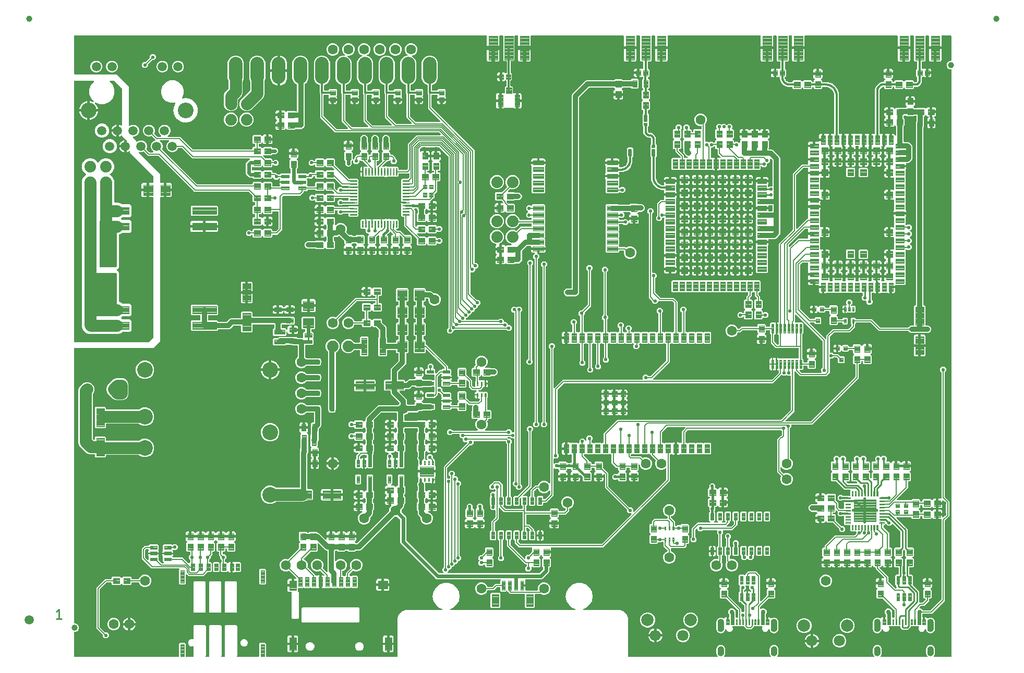
<source format=gtl>
G04 EAGLE Gerber RS-274X export*
G75*
%MOMM*%
%FSLAX34Y34*%
%LPD*%
%INTop Copper*%
%IPPOS*%
%AMOC8*
5,1,8,0,0,1.08239X$1,22.5*%
G01*
%ADD10C,0.279400*%
%ADD11C,0.100000*%
%ADD12C,0.100800*%
%ADD13C,1.000000*%
%ADD14C,0.102000*%
%ADD15C,0.654000*%
%ADD16C,0.105000*%
%ADD17C,0.096000*%
%ADD18C,0.098000*%
%ADD19C,0.099000*%
%ADD20C,1.600000*%
%ADD21C,0.104000*%
%ADD22C,0.101600*%
%ADD23C,2.550000*%
%ADD24C,1.500000*%
%ADD25C,0.099059*%
%ADD26C,1.879600*%
%ADD27C,1.800000*%
%ADD28C,2.000000*%
%ADD29C,2.200000*%
%ADD30C,0.180000*%
%ADD31C,0.111000*%
%ADD32C,0.103500*%
%ADD33C,2.540000*%
%ADD34C,0.550000*%
%ADD35C,0.554000*%
%ADD36C,0.304800*%
%ADD37C,0.609600*%
%ADD38C,0.812800*%
%ADD39C,0.406400*%
%ADD40C,0.152400*%
%ADD41C,0.754000*%
%ADD42C,0.266700*%
%ADD43C,0.348997*%
%ADD44C,0.317500*%
%ADD45C,0.254000*%
%ADD46C,1.905000*%
%ADD47C,1.270000*%

G36*
X216215Y3057D02*
X216215Y3057D01*
X216273Y3055D01*
X216355Y3077D01*
X216439Y3089D01*
X216492Y3112D01*
X216548Y3127D01*
X216621Y3170D01*
X216698Y3205D01*
X216743Y3243D01*
X216793Y3272D01*
X216851Y3334D01*
X216915Y3388D01*
X216947Y3437D01*
X216987Y3480D01*
X217026Y3555D01*
X217073Y3625D01*
X217090Y3681D01*
X217117Y3733D01*
X217128Y3801D01*
X217158Y3896D01*
X217161Y3996D01*
X217172Y4064D01*
X217172Y24694D01*
X218671Y26193D01*
X226739Y26193D01*
X228238Y24694D01*
X228238Y4064D01*
X228246Y4006D01*
X228244Y3948D01*
X228266Y3866D01*
X228278Y3782D01*
X228301Y3729D01*
X228316Y3673D01*
X228359Y3600D01*
X228394Y3523D01*
X228432Y3478D01*
X228461Y3428D01*
X228523Y3370D01*
X228577Y3306D01*
X228626Y3274D01*
X228669Y3234D01*
X228744Y3195D01*
X228814Y3148D01*
X228870Y3131D01*
X228922Y3104D01*
X228990Y3093D01*
X229085Y3063D01*
X229185Y3060D01*
X229253Y3049D01*
X240201Y3049D01*
X240230Y3053D01*
X240259Y3050D01*
X240370Y3073D01*
X240482Y3089D01*
X240509Y3101D01*
X240538Y3106D01*
X240638Y3159D01*
X240741Y3205D01*
X240764Y3224D01*
X240790Y3237D01*
X240872Y3315D01*
X240958Y3388D01*
X240975Y3413D01*
X240996Y3433D01*
X241053Y3531D01*
X241116Y3625D01*
X241125Y3653D01*
X241140Y3678D01*
X241168Y3788D01*
X241202Y3896D01*
X241203Y3925D01*
X241210Y3954D01*
X241206Y4067D01*
X241209Y4180D01*
X241202Y4209D01*
X241201Y4238D01*
X241166Y4346D01*
X241137Y4455D01*
X241122Y4481D01*
X241113Y4509D01*
X241068Y4572D01*
X240992Y4700D01*
X240946Y4743D01*
X240918Y4782D01*
X240852Y4848D01*
X240852Y19685D01*
X240836Y19799D01*
X240826Y19913D01*
X240816Y19939D01*
X240812Y19967D01*
X240766Y20071D01*
X240724Y20179D01*
X240708Y20201D01*
X240696Y20226D01*
X240622Y20314D01*
X240553Y20405D01*
X240530Y20422D01*
X240513Y20443D01*
X240417Y20507D01*
X240325Y20575D01*
X240299Y20585D01*
X240276Y20601D01*
X240166Y20635D01*
X240059Y20676D01*
X240031Y20678D01*
X240005Y20686D01*
X239890Y20689D01*
X239776Y20698D01*
X239751Y20693D01*
X239721Y20694D01*
X239464Y20627D01*
X239448Y20623D01*
X238855Y20377D01*
X236555Y20377D01*
X234429Y21258D01*
X232803Y22884D01*
X231922Y25010D01*
X231922Y27310D01*
X232803Y29436D01*
X234429Y31062D01*
X236555Y31943D01*
X238855Y31943D01*
X239448Y31697D01*
X239560Y31668D01*
X239669Y31634D01*
X239697Y31633D01*
X239724Y31626D01*
X239838Y31629D01*
X239953Y31626D01*
X239980Y31633D01*
X240008Y31634D01*
X240117Y31669D01*
X240228Y31698D01*
X240252Y31712D01*
X240279Y31721D01*
X240374Y31785D01*
X240473Y31843D01*
X240492Y31864D01*
X240515Y31879D01*
X240589Y31967D01*
X240667Y32051D01*
X240680Y32076D01*
X240698Y32097D01*
X240744Y32202D01*
X240797Y32304D01*
X240801Y32328D01*
X240813Y32356D01*
X240850Y32620D01*
X240852Y32635D01*
X240852Y53542D01*
X242043Y54733D01*
X259737Y54733D01*
X260928Y53542D01*
X260928Y4848D01*
X260862Y4782D01*
X260844Y4758D01*
X260822Y4739D01*
X260759Y4645D01*
X260691Y4555D01*
X260680Y4527D01*
X260664Y4503D01*
X260630Y4395D01*
X260589Y4289D01*
X260587Y4260D01*
X260578Y4232D01*
X260575Y4119D01*
X260566Y4006D01*
X260572Y3977D01*
X260571Y3948D01*
X260599Y3838D01*
X260622Y3727D01*
X260635Y3701D01*
X260643Y3673D01*
X260701Y3575D01*
X260753Y3475D01*
X260773Y3453D01*
X260788Y3428D01*
X260871Y3351D01*
X260949Y3269D01*
X260974Y3254D01*
X260995Y3234D01*
X261096Y3182D01*
X261194Y3125D01*
X261222Y3118D01*
X261248Y3104D01*
X261326Y3091D01*
X261469Y3055D01*
X261532Y3057D01*
X261579Y3049D01*
X265601Y3049D01*
X265630Y3053D01*
X265659Y3050D01*
X265770Y3073D01*
X265882Y3089D01*
X265909Y3101D01*
X265938Y3106D01*
X266038Y3159D01*
X266141Y3205D01*
X266164Y3224D01*
X266190Y3237D01*
X266272Y3315D01*
X266358Y3388D01*
X266375Y3413D01*
X266396Y3433D01*
X266453Y3531D01*
X266516Y3625D01*
X266525Y3653D01*
X266540Y3678D01*
X266568Y3788D01*
X266602Y3896D01*
X266603Y3925D01*
X266610Y3954D01*
X266606Y4067D01*
X266609Y4180D01*
X266602Y4209D01*
X266601Y4238D01*
X266566Y4346D01*
X266537Y4455D01*
X266522Y4481D01*
X266513Y4509D01*
X266468Y4572D01*
X266392Y4700D01*
X266346Y4743D01*
X266318Y4782D01*
X266252Y4848D01*
X266252Y53542D01*
X267443Y54733D01*
X285137Y54733D01*
X286328Y53542D01*
X286328Y4848D01*
X286262Y4782D01*
X286244Y4758D01*
X286222Y4739D01*
X286159Y4645D01*
X286091Y4555D01*
X286080Y4527D01*
X286064Y4503D01*
X286030Y4395D01*
X285989Y4289D01*
X285987Y4260D01*
X285978Y4232D01*
X285975Y4119D01*
X285966Y4006D01*
X285972Y3977D01*
X285971Y3948D01*
X285999Y3838D01*
X286022Y3727D01*
X286035Y3701D01*
X286043Y3673D01*
X286101Y3575D01*
X286153Y3475D01*
X286173Y3453D01*
X286188Y3428D01*
X286271Y3351D01*
X286349Y3269D01*
X286374Y3254D01*
X286395Y3234D01*
X286496Y3182D01*
X286594Y3125D01*
X286622Y3118D01*
X286648Y3104D01*
X286726Y3091D01*
X286869Y3055D01*
X286932Y3057D01*
X286979Y3049D01*
X291001Y3049D01*
X291030Y3053D01*
X291059Y3050D01*
X291170Y3073D01*
X291282Y3089D01*
X291309Y3101D01*
X291338Y3106D01*
X291438Y3159D01*
X291541Y3205D01*
X291564Y3224D01*
X291590Y3237D01*
X291672Y3315D01*
X291758Y3388D01*
X291775Y3413D01*
X291796Y3433D01*
X291853Y3531D01*
X291916Y3625D01*
X291925Y3653D01*
X291940Y3678D01*
X291968Y3788D01*
X292002Y3896D01*
X292003Y3925D01*
X292010Y3954D01*
X292006Y4067D01*
X292009Y4180D01*
X292002Y4209D01*
X292001Y4238D01*
X291966Y4346D01*
X291937Y4455D01*
X291922Y4481D01*
X291913Y4509D01*
X291868Y4572D01*
X291792Y4700D01*
X291746Y4743D01*
X291718Y4782D01*
X291652Y4848D01*
X291652Y53542D01*
X292843Y54733D01*
X310537Y54733D01*
X311728Y53542D01*
X311728Y4848D01*
X311662Y4782D01*
X311644Y4758D01*
X311622Y4739D01*
X311559Y4645D01*
X311491Y4555D01*
X311480Y4527D01*
X311464Y4503D01*
X311430Y4395D01*
X311389Y4289D01*
X311387Y4260D01*
X311378Y4232D01*
X311375Y4119D01*
X311366Y4006D01*
X311372Y3977D01*
X311371Y3948D01*
X311399Y3838D01*
X311422Y3727D01*
X311435Y3701D01*
X311443Y3673D01*
X311501Y3575D01*
X311553Y3475D01*
X311573Y3453D01*
X311588Y3428D01*
X311671Y3351D01*
X311749Y3269D01*
X311774Y3254D01*
X311795Y3234D01*
X311896Y3182D01*
X311994Y3125D01*
X312022Y3118D01*
X312048Y3104D01*
X312126Y3091D01*
X312269Y3055D01*
X312332Y3057D01*
X312379Y3049D01*
X346057Y3049D01*
X346115Y3057D01*
X346173Y3055D01*
X346255Y3077D01*
X346339Y3089D01*
X346392Y3112D01*
X346448Y3127D01*
X346521Y3170D01*
X346598Y3205D01*
X346643Y3243D01*
X346693Y3272D01*
X346751Y3334D01*
X346815Y3388D01*
X346847Y3437D01*
X346887Y3480D01*
X346926Y3555D01*
X346973Y3625D01*
X346990Y3681D01*
X347017Y3733D01*
X347028Y3801D01*
X347058Y3896D01*
X347061Y3996D01*
X347072Y4064D01*
X347072Y24694D01*
X348571Y26193D01*
X356639Y26193D01*
X358138Y24694D01*
X358138Y4064D01*
X358146Y4006D01*
X358144Y3948D01*
X358166Y3866D01*
X358178Y3782D01*
X358201Y3729D01*
X358216Y3673D01*
X358259Y3600D01*
X358294Y3523D01*
X358332Y3478D01*
X358361Y3428D01*
X358423Y3370D01*
X358477Y3306D01*
X358526Y3274D01*
X358569Y3234D01*
X358644Y3195D01*
X358714Y3148D01*
X358770Y3131D01*
X358822Y3104D01*
X358890Y3093D01*
X358985Y3063D01*
X359085Y3060D01*
X359153Y3049D01*
X570611Y3049D01*
X570669Y3057D01*
X570727Y3055D01*
X570809Y3077D01*
X570893Y3089D01*
X570946Y3112D01*
X571002Y3127D01*
X571075Y3170D01*
X571152Y3205D01*
X571197Y3243D01*
X571247Y3272D01*
X571305Y3334D01*
X571369Y3388D01*
X571401Y3437D01*
X571441Y3480D01*
X571480Y3555D01*
X571527Y3625D01*
X571544Y3681D01*
X571571Y3733D01*
X571582Y3801D01*
X571612Y3896D01*
X571615Y3996D01*
X571626Y4064D01*
X571626Y66633D01*
X574024Y72421D01*
X578454Y76851D01*
X584242Y79249D01*
X643400Y79249D01*
X643507Y79264D01*
X643614Y79272D01*
X643647Y79284D01*
X643681Y79289D01*
X643780Y79333D01*
X643881Y79370D01*
X643909Y79391D01*
X643941Y79405D01*
X644023Y79475D01*
X644110Y79538D01*
X644131Y79566D01*
X644158Y79588D01*
X644217Y79678D01*
X644283Y79764D01*
X644296Y79796D01*
X644315Y79825D01*
X644348Y79928D01*
X644387Y80028D01*
X644391Y80063D01*
X644401Y80096D01*
X644404Y80204D01*
X644414Y80311D01*
X644408Y80346D01*
X644408Y80380D01*
X644381Y80485D01*
X644361Y80591D01*
X644345Y80622D01*
X644337Y80655D01*
X644282Y80748D01*
X644233Y80844D01*
X644209Y80870D01*
X644191Y80900D01*
X644113Y80974D01*
X644039Y81053D01*
X644012Y81068D01*
X643984Y81094D01*
X643793Y81192D01*
X643747Y81218D01*
X639913Y82613D01*
X634080Y87508D01*
X630273Y94102D01*
X628951Y101600D01*
X630273Y109098D01*
X634080Y115692D01*
X639913Y120587D01*
X647068Y123191D01*
X654682Y123191D01*
X661837Y120587D01*
X667670Y115692D01*
X671477Y109098D01*
X672799Y101600D01*
X671477Y94102D01*
X667670Y87508D01*
X661837Y82613D01*
X658003Y81218D01*
X657908Y81167D01*
X657809Y81123D01*
X657783Y81101D01*
X657752Y81084D01*
X657675Y81009D01*
X657592Y80939D01*
X657573Y80911D01*
X657548Y80886D01*
X657494Y80793D01*
X657435Y80703D01*
X657424Y80670D01*
X657407Y80640D01*
X657381Y80535D01*
X657349Y80432D01*
X657348Y80397D01*
X657340Y80363D01*
X657344Y80256D01*
X657342Y80148D01*
X657350Y80114D01*
X657352Y80079D01*
X657386Y79977D01*
X657413Y79873D01*
X657431Y79843D01*
X657442Y79810D01*
X657504Y79721D01*
X657559Y79628D01*
X657584Y79604D01*
X657604Y79576D01*
X657687Y79507D01*
X657766Y79434D01*
X657797Y79418D01*
X657824Y79396D01*
X657923Y79353D01*
X658019Y79304D01*
X658050Y79299D01*
X658085Y79284D01*
X658298Y79258D01*
X658350Y79249D01*
X859300Y79249D01*
X859407Y79264D01*
X859514Y79272D01*
X859547Y79284D01*
X859581Y79289D01*
X859680Y79333D01*
X859781Y79370D01*
X859809Y79391D01*
X859841Y79405D01*
X859923Y79474D01*
X860010Y79538D01*
X860031Y79566D01*
X860058Y79588D01*
X860117Y79678D01*
X860183Y79764D01*
X860196Y79796D01*
X860215Y79825D01*
X860248Y79928D01*
X860287Y80028D01*
X860291Y80063D01*
X860301Y80096D01*
X860304Y80204D01*
X860314Y80311D01*
X860308Y80346D01*
X860308Y80380D01*
X860281Y80485D01*
X860261Y80591D01*
X860245Y80622D01*
X860237Y80655D01*
X860181Y80748D01*
X860133Y80844D01*
X860109Y80870D01*
X860091Y80900D01*
X860013Y80974D01*
X859939Y81053D01*
X859912Y81068D01*
X859884Y81094D01*
X859693Y81192D01*
X859647Y81218D01*
X855813Y82613D01*
X849980Y87508D01*
X846173Y94102D01*
X844851Y101600D01*
X846173Y109098D01*
X849980Y115692D01*
X855813Y120587D01*
X862968Y123191D01*
X870582Y123191D01*
X877737Y120587D01*
X883570Y115692D01*
X887377Y109098D01*
X888699Y101600D01*
X887377Y94102D01*
X883570Y87508D01*
X877737Y82613D01*
X873903Y81218D01*
X873808Y81167D01*
X873709Y81123D01*
X873683Y81101D01*
X873652Y81084D01*
X873575Y81009D01*
X873492Y80939D01*
X873473Y80911D01*
X873448Y80886D01*
X873394Y80793D01*
X873335Y80703D01*
X873324Y80670D01*
X873307Y80640D01*
X873281Y80535D01*
X873249Y80432D01*
X873248Y80397D01*
X873240Y80363D01*
X873244Y80256D01*
X873242Y80148D01*
X873250Y80114D01*
X873252Y80079D01*
X873286Y79977D01*
X873313Y79873D01*
X873331Y79843D01*
X873342Y79810D01*
X873404Y79721D01*
X873459Y79628D01*
X873484Y79604D01*
X873504Y79576D01*
X873587Y79507D01*
X873666Y79434D01*
X873697Y79418D01*
X873724Y79396D01*
X873823Y79353D01*
X873919Y79304D01*
X873950Y79299D01*
X873985Y79284D01*
X874198Y79258D01*
X874250Y79249D01*
X933408Y79249D01*
X939196Y76851D01*
X943626Y72421D01*
X946024Y66633D01*
X946024Y4064D01*
X946032Y4006D01*
X946030Y3948D01*
X946052Y3866D01*
X946064Y3782D01*
X946087Y3729D01*
X946102Y3673D01*
X946145Y3600D01*
X946180Y3523D01*
X946218Y3478D01*
X946247Y3428D01*
X946309Y3370D01*
X946363Y3306D01*
X946412Y3274D01*
X946455Y3234D01*
X946530Y3195D01*
X946600Y3148D01*
X946656Y3131D01*
X946708Y3104D01*
X946776Y3093D01*
X946871Y3063D01*
X946971Y3060D01*
X947039Y3049D01*
X1090565Y3049D01*
X1090623Y3057D01*
X1090681Y3055D01*
X1090763Y3077D01*
X1090847Y3089D01*
X1090900Y3112D01*
X1090956Y3127D01*
X1091029Y3170D01*
X1091106Y3205D01*
X1091151Y3242D01*
X1091200Y3272D01*
X1091259Y3334D01*
X1091323Y3388D01*
X1091355Y3437D01*
X1091395Y3479D01*
X1091434Y3554D01*
X1091481Y3625D01*
X1091498Y3680D01*
X1091525Y3732D01*
X1091541Y3815D01*
X1091567Y3896D01*
X1091568Y3954D01*
X1091579Y4011D01*
X1091572Y4096D01*
X1091574Y4180D01*
X1091559Y4236D01*
X1091554Y4294D01*
X1091527Y4358D01*
X1091502Y4455D01*
X1091451Y4541D01*
X1091425Y4604D01*
X1091158Y5029D01*
X1091062Y5143D01*
X1091016Y5207D01*
X1090521Y5702D01*
X1090290Y6363D01*
X1090226Y6486D01*
X1090221Y6496D01*
X1090191Y6568D01*
X1089818Y7161D01*
X1089740Y7857D01*
X1089702Y8002D01*
X1089689Y8079D01*
X1089512Y8585D01*
X1089518Y8621D01*
X1089548Y8715D01*
X1089551Y8816D01*
X1089562Y8884D01*
X1089562Y9376D01*
X1089553Y9440D01*
X1089556Y9490D01*
X1089473Y10225D01*
X1089485Y10246D01*
X1089493Y10276D01*
X1089507Y10303D01*
X1089520Y10380D01*
X1089556Y10521D01*
X1089554Y10585D01*
X1089562Y10634D01*
X1089562Y14466D01*
X1089558Y14496D01*
X1089560Y14527D01*
X1089538Y14637D01*
X1089522Y14747D01*
X1089510Y14775D01*
X1089504Y14806D01*
X1089472Y14863D01*
X1089556Y15610D01*
X1089554Y15675D01*
X1089562Y15724D01*
X1089562Y16216D01*
X1089554Y16275D01*
X1089555Y16334D01*
X1089536Y16400D01*
X1089522Y16497D01*
X1089513Y16518D01*
X1089689Y17021D01*
X1089718Y17167D01*
X1089740Y17243D01*
X1089818Y17939D01*
X1090191Y18532D01*
X1090252Y18668D01*
X1090290Y18737D01*
X1090521Y19398D01*
X1091016Y19893D01*
X1091106Y20013D01*
X1091158Y20071D01*
X1091531Y20664D01*
X1092124Y21037D01*
X1092238Y21133D01*
X1092302Y21179D01*
X1092797Y21674D01*
X1093458Y21905D01*
X1093591Y21974D01*
X1093663Y22004D01*
X1094256Y22377D01*
X1094952Y22455D01*
X1095097Y22492D01*
X1095174Y22506D01*
X1095835Y22737D01*
X1096531Y22659D01*
X1096681Y22663D01*
X1096759Y22659D01*
X1097455Y22737D01*
X1098116Y22506D01*
X1098262Y22477D01*
X1098338Y22455D01*
X1099034Y22377D01*
X1099627Y22004D01*
X1099763Y21943D01*
X1099832Y21905D01*
X1100493Y21674D01*
X1100988Y21179D01*
X1101108Y21089D01*
X1101166Y21037D01*
X1101759Y20664D01*
X1102132Y20071D01*
X1102228Y19957D01*
X1102274Y19893D01*
X1102769Y19398D01*
X1103000Y18737D01*
X1103069Y18604D01*
X1103099Y18532D01*
X1103472Y17939D01*
X1103550Y17243D01*
X1103587Y17098D01*
X1103601Y17021D01*
X1103778Y16515D01*
X1103772Y16479D01*
X1103742Y16385D01*
X1103739Y16284D01*
X1103728Y16216D01*
X1103728Y15724D01*
X1103737Y15660D01*
X1103734Y15610D01*
X1103817Y14875D01*
X1103805Y14854D01*
X1103797Y14824D01*
X1103783Y14797D01*
X1103770Y14720D01*
X1103734Y14579D01*
X1103736Y14515D01*
X1103728Y14466D01*
X1103728Y10634D01*
X1103732Y10604D01*
X1103730Y10573D01*
X1103752Y10463D01*
X1103768Y10353D01*
X1103780Y10325D01*
X1103786Y10294D01*
X1103818Y10237D01*
X1103734Y9490D01*
X1103736Y9425D01*
X1103728Y9376D01*
X1103728Y8884D01*
X1103736Y8825D01*
X1103735Y8766D01*
X1103754Y8700D01*
X1103768Y8603D01*
X1103777Y8582D01*
X1103601Y8079D01*
X1103572Y7933D01*
X1103550Y7857D01*
X1103472Y7161D01*
X1103099Y6568D01*
X1103038Y6432D01*
X1103000Y6363D01*
X1102769Y5702D01*
X1102274Y5207D01*
X1102184Y5087D01*
X1102132Y5029D01*
X1101865Y4604D01*
X1101841Y4551D01*
X1101809Y4503D01*
X1101784Y4422D01*
X1101749Y4345D01*
X1101741Y4287D01*
X1101723Y4232D01*
X1101721Y4147D01*
X1101709Y4063D01*
X1101718Y4006D01*
X1101716Y3948D01*
X1101737Y3866D01*
X1101749Y3782D01*
X1101773Y3729D01*
X1101788Y3673D01*
X1101831Y3600D01*
X1101866Y3522D01*
X1101904Y3478D01*
X1101933Y3428D01*
X1101995Y3370D01*
X1102050Y3306D01*
X1102098Y3273D01*
X1102140Y3234D01*
X1102216Y3195D01*
X1102287Y3148D01*
X1102342Y3131D01*
X1102394Y3104D01*
X1102462Y3093D01*
X1102558Y3063D01*
X1102657Y3060D01*
X1102725Y3049D01*
X1176925Y3049D01*
X1176983Y3057D01*
X1177041Y3055D01*
X1177123Y3077D01*
X1177207Y3089D01*
X1177260Y3112D01*
X1177316Y3127D01*
X1177389Y3170D01*
X1177466Y3205D01*
X1177511Y3242D01*
X1177560Y3272D01*
X1177619Y3334D01*
X1177683Y3388D01*
X1177715Y3437D01*
X1177755Y3479D01*
X1177794Y3554D01*
X1177841Y3625D01*
X1177858Y3680D01*
X1177885Y3732D01*
X1177901Y3815D01*
X1177927Y3896D01*
X1177928Y3954D01*
X1177939Y4011D01*
X1177932Y4096D01*
X1177934Y4180D01*
X1177919Y4236D01*
X1177914Y4294D01*
X1177887Y4358D01*
X1177862Y4455D01*
X1177811Y4541D01*
X1177785Y4604D01*
X1177518Y5029D01*
X1177422Y5143D01*
X1177376Y5207D01*
X1176881Y5702D01*
X1176650Y6363D01*
X1176586Y6486D01*
X1176581Y6496D01*
X1176551Y6568D01*
X1176178Y7161D01*
X1176100Y7857D01*
X1176062Y8002D01*
X1176049Y8079D01*
X1175872Y8585D01*
X1175878Y8621D01*
X1175908Y8715D01*
X1175911Y8816D01*
X1175922Y8884D01*
X1175922Y9376D01*
X1175913Y9440D01*
X1175916Y9490D01*
X1175833Y10225D01*
X1175845Y10246D01*
X1175853Y10276D01*
X1175867Y10303D01*
X1175880Y10380D01*
X1175916Y10521D01*
X1175914Y10585D01*
X1175922Y10634D01*
X1175922Y14466D01*
X1175918Y14496D01*
X1175920Y14527D01*
X1175898Y14637D01*
X1175882Y14747D01*
X1175870Y14775D01*
X1175864Y14806D01*
X1175832Y14863D01*
X1175916Y15610D01*
X1175914Y15675D01*
X1175922Y15724D01*
X1175922Y16216D01*
X1175914Y16275D01*
X1175915Y16334D01*
X1175896Y16400D01*
X1175882Y16497D01*
X1175873Y16518D01*
X1176049Y17021D01*
X1176078Y17167D01*
X1176100Y17243D01*
X1176178Y17939D01*
X1176551Y18532D01*
X1176612Y18668D01*
X1176650Y18737D01*
X1176881Y19398D01*
X1177376Y19893D01*
X1177466Y20013D01*
X1177518Y20071D01*
X1177891Y20664D01*
X1178484Y21037D01*
X1178598Y21133D01*
X1178662Y21179D01*
X1179157Y21674D01*
X1179818Y21905D01*
X1179951Y21974D01*
X1180023Y22004D01*
X1180616Y22377D01*
X1181312Y22455D01*
X1181457Y22492D01*
X1181534Y22506D01*
X1182195Y22737D01*
X1182891Y22659D01*
X1183041Y22663D01*
X1183119Y22659D01*
X1183815Y22737D01*
X1184476Y22506D01*
X1184622Y22477D01*
X1184698Y22455D01*
X1185394Y22377D01*
X1185987Y22004D01*
X1186123Y21943D01*
X1186192Y21905D01*
X1186853Y21674D01*
X1187348Y21179D01*
X1187468Y21089D01*
X1187526Y21037D01*
X1188119Y20664D01*
X1188492Y20071D01*
X1188588Y19957D01*
X1188634Y19893D01*
X1189129Y19398D01*
X1189360Y18737D01*
X1189429Y18604D01*
X1189459Y18532D01*
X1189832Y17939D01*
X1189910Y17243D01*
X1189947Y17098D01*
X1189961Y17021D01*
X1190138Y16515D01*
X1190132Y16479D01*
X1190102Y16385D01*
X1190099Y16284D01*
X1190088Y16216D01*
X1190088Y15724D01*
X1190097Y15660D01*
X1190094Y15610D01*
X1190177Y14875D01*
X1190165Y14854D01*
X1190157Y14824D01*
X1190143Y14797D01*
X1190130Y14720D01*
X1190094Y14579D01*
X1190096Y14515D01*
X1190088Y14466D01*
X1190088Y10634D01*
X1190092Y10604D01*
X1190090Y10573D01*
X1190112Y10463D01*
X1190128Y10353D01*
X1190140Y10325D01*
X1190146Y10294D01*
X1190178Y10237D01*
X1190094Y9490D01*
X1190096Y9425D01*
X1190088Y9376D01*
X1190088Y8884D01*
X1190096Y8825D01*
X1190095Y8766D01*
X1190114Y8700D01*
X1190128Y8603D01*
X1190137Y8582D01*
X1189961Y8079D01*
X1189932Y7933D01*
X1189910Y7857D01*
X1189832Y7161D01*
X1189459Y6568D01*
X1189398Y6432D01*
X1189360Y6363D01*
X1189129Y5702D01*
X1188634Y5207D01*
X1188544Y5088D01*
X1188492Y5029D01*
X1188225Y4604D01*
X1188201Y4551D01*
X1188169Y4503D01*
X1188144Y4422D01*
X1188109Y4345D01*
X1188101Y4287D01*
X1188083Y4232D01*
X1188081Y4147D01*
X1188069Y4063D01*
X1188078Y4006D01*
X1188076Y3948D01*
X1188098Y3866D01*
X1188109Y3782D01*
X1188133Y3729D01*
X1188148Y3673D01*
X1188191Y3600D01*
X1188226Y3522D01*
X1188264Y3478D01*
X1188293Y3428D01*
X1188355Y3370D01*
X1188410Y3305D01*
X1188458Y3273D01*
X1188500Y3234D01*
X1188576Y3195D01*
X1188647Y3148D01*
X1188702Y3131D01*
X1188754Y3104D01*
X1188822Y3093D01*
X1188918Y3063D01*
X1189017Y3060D01*
X1189085Y3049D01*
X1344565Y3049D01*
X1344623Y3057D01*
X1344681Y3055D01*
X1344763Y3077D01*
X1344847Y3089D01*
X1344900Y3112D01*
X1344956Y3127D01*
X1345029Y3170D01*
X1345106Y3205D01*
X1345151Y3242D01*
X1345200Y3272D01*
X1345259Y3334D01*
X1345323Y3388D01*
X1345355Y3437D01*
X1345395Y3479D01*
X1345434Y3554D01*
X1345481Y3625D01*
X1345498Y3680D01*
X1345525Y3732D01*
X1345541Y3815D01*
X1345567Y3896D01*
X1345568Y3954D01*
X1345579Y4011D01*
X1345572Y4096D01*
X1345574Y4180D01*
X1345559Y4236D01*
X1345554Y4294D01*
X1345527Y4358D01*
X1345502Y4455D01*
X1345451Y4541D01*
X1345425Y4604D01*
X1345158Y5029D01*
X1345062Y5143D01*
X1345016Y5207D01*
X1344521Y5702D01*
X1344290Y6363D01*
X1344226Y6486D01*
X1344221Y6496D01*
X1344191Y6568D01*
X1343818Y7161D01*
X1343740Y7857D01*
X1343702Y8002D01*
X1343689Y8079D01*
X1343512Y8585D01*
X1343518Y8621D01*
X1343548Y8715D01*
X1343551Y8816D01*
X1343562Y8884D01*
X1343562Y9376D01*
X1343553Y9440D01*
X1343556Y9490D01*
X1343473Y10225D01*
X1343485Y10246D01*
X1343493Y10276D01*
X1343507Y10303D01*
X1343520Y10380D01*
X1343556Y10521D01*
X1343554Y10585D01*
X1343562Y10634D01*
X1343562Y14466D01*
X1343558Y14496D01*
X1343560Y14527D01*
X1343538Y14637D01*
X1343522Y14747D01*
X1343510Y14775D01*
X1343504Y14806D01*
X1343472Y14863D01*
X1343556Y15610D01*
X1343554Y15675D01*
X1343562Y15724D01*
X1343562Y16216D01*
X1343554Y16275D01*
X1343555Y16334D01*
X1343536Y16400D01*
X1343522Y16497D01*
X1343513Y16518D01*
X1343689Y17021D01*
X1343718Y17167D01*
X1343740Y17243D01*
X1343818Y17939D01*
X1344191Y18532D01*
X1344252Y18668D01*
X1344290Y18737D01*
X1344521Y19398D01*
X1345016Y19893D01*
X1345106Y20013D01*
X1345158Y20071D01*
X1345531Y20664D01*
X1346124Y21037D01*
X1346238Y21133D01*
X1346302Y21179D01*
X1346797Y21674D01*
X1347458Y21905D01*
X1347591Y21974D01*
X1347663Y22004D01*
X1348256Y22377D01*
X1348952Y22455D01*
X1349097Y22492D01*
X1349174Y22506D01*
X1349835Y22737D01*
X1350531Y22659D01*
X1350681Y22663D01*
X1350759Y22659D01*
X1351455Y22737D01*
X1352116Y22506D01*
X1352262Y22477D01*
X1352338Y22455D01*
X1353034Y22377D01*
X1353627Y22004D01*
X1353763Y21943D01*
X1353832Y21905D01*
X1354493Y21674D01*
X1354988Y21179D01*
X1355108Y21089D01*
X1355166Y21037D01*
X1355759Y20664D01*
X1356132Y20071D01*
X1356228Y19957D01*
X1356274Y19893D01*
X1356769Y19398D01*
X1357000Y18737D01*
X1357069Y18604D01*
X1357099Y18532D01*
X1357472Y17939D01*
X1357550Y17243D01*
X1357587Y17098D01*
X1357601Y17021D01*
X1357778Y16515D01*
X1357772Y16479D01*
X1357742Y16385D01*
X1357739Y16284D01*
X1357728Y16216D01*
X1357728Y15724D01*
X1357737Y15660D01*
X1357734Y15610D01*
X1357817Y14875D01*
X1357805Y14854D01*
X1357797Y14824D01*
X1357783Y14797D01*
X1357770Y14720D01*
X1357734Y14579D01*
X1357736Y14515D01*
X1357728Y14466D01*
X1357728Y10634D01*
X1357732Y10604D01*
X1357730Y10573D01*
X1357752Y10463D01*
X1357768Y10353D01*
X1357780Y10325D01*
X1357786Y10294D01*
X1357818Y10237D01*
X1357734Y9490D01*
X1357736Y9425D01*
X1357728Y9376D01*
X1357728Y8884D01*
X1357736Y8825D01*
X1357735Y8766D01*
X1357754Y8700D01*
X1357768Y8603D01*
X1357777Y8582D01*
X1357601Y8079D01*
X1357572Y7933D01*
X1357550Y7857D01*
X1357472Y7161D01*
X1357099Y6568D01*
X1357038Y6432D01*
X1357000Y6363D01*
X1356769Y5702D01*
X1356274Y5207D01*
X1356184Y5088D01*
X1356132Y5029D01*
X1355865Y4604D01*
X1355841Y4551D01*
X1355809Y4503D01*
X1355784Y4422D01*
X1355749Y4345D01*
X1355741Y4287D01*
X1355723Y4232D01*
X1355721Y4147D01*
X1355709Y4063D01*
X1355718Y4006D01*
X1355716Y3948D01*
X1355738Y3866D01*
X1355749Y3782D01*
X1355773Y3729D01*
X1355788Y3673D01*
X1355831Y3600D01*
X1355866Y3522D01*
X1355904Y3478D01*
X1355933Y3428D01*
X1355995Y3370D01*
X1356050Y3305D01*
X1356098Y3273D01*
X1356140Y3234D01*
X1356216Y3195D01*
X1356287Y3148D01*
X1356342Y3131D01*
X1356394Y3104D01*
X1356462Y3093D01*
X1356558Y3063D01*
X1356657Y3060D01*
X1356725Y3049D01*
X1430925Y3049D01*
X1430983Y3057D01*
X1431041Y3055D01*
X1431123Y3077D01*
X1431207Y3089D01*
X1431260Y3112D01*
X1431316Y3127D01*
X1431389Y3170D01*
X1431466Y3205D01*
X1431511Y3242D01*
X1431560Y3272D01*
X1431619Y3334D01*
X1431683Y3388D01*
X1431715Y3437D01*
X1431755Y3479D01*
X1431794Y3554D01*
X1431841Y3625D01*
X1431858Y3680D01*
X1431885Y3732D01*
X1431901Y3815D01*
X1431927Y3896D01*
X1431928Y3954D01*
X1431939Y4011D01*
X1431932Y4096D01*
X1431934Y4180D01*
X1431919Y4236D01*
X1431914Y4294D01*
X1431887Y4358D01*
X1431862Y4455D01*
X1431811Y4541D01*
X1431785Y4604D01*
X1431518Y5029D01*
X1431422Y5143D01*
X1431376Y5207D01*
X1430881Y5702D01*
X1430650Y6363D01*
X1430586Y6486D01*
X1430581Y6496D01*
X1430551Y6568D01*
X1430178Y7161D01*
X1430100Y7857D01*
X1430063Y8002D01*
X1430049Y8079D01*
X1429872Y8585D01*
X1429878Y8621D01*
X1429908Y8715D01*
X1429911Y8816D01*
X1429922Y8884D01*
X1429922Y9376D01*
X1429913Y9440D01*
X1429916Y9490D01*
X1429833Y10225D01*
X1429845Y10246D01*
X1429853Y10276D01*
X1429867Y10303D01*
X1429880Y10380D01*
X1429916Y10521D01*
X1429914Y10585D01*
X1429922Y10634D01*
X1429922Y14466D01*
X1429918Y14496D01*
X1429920Y14527D01*
X1429898Y14637D01*
X1429882Y14747D01*
X1429870Y14775D01*
X1429864Y14806D01*
X1429832Y14863D01*
X1429916Y15610D01*
X1429914Y15675D01*
X1429922Y15724D01*
X1429922Y16216D01*
X1429914Y16275D01*
X1429915Y16334D01*
X1429896Y16400D01*
X1429882Y16497D01*
X1429873Y16518D01*
X1430049Y17021D01*
X1430078Y17167D01*
X1430100Y17243D01*
X1430178Y17939D01*
X1430551Y18532D01*
X1430612Y18668D01*
X1430650Y18737D01*
X1430881Y19398D01*
X1431376Y19893D01*
X1431466Y20013D01*
X1431518Y20071D01*
X1431891Y20664D01*
X1432484Y21037D01*
X1432598Y21133D01*
X1432662Y21179D01*
X1433157Y21674D01*
X1433818Y21905D01*
X1433951Y21974D01*
X1434023Y22004D01*
X1434616Y22377D01*
X1435312Y22455D01*
X1435457Y22492D01*
X1435534Y22506D01*
X1436195Y22737D01*
X1436891Y22659D01*
X1437041Y22663D01*
X1437119Y22659D01*
X1437815Y22737D01*
X1438476Y22506D01*
X1438622Y22477D01*
X1438698Y22455D01*
X1439394Y22377D01*
X1439987Y22004D01*
X1440123Y21943D01*
X1440192Y21905D01*
X1440853Y21674D01*
X1441348Y21179D01*
X1441468Y21089D01*
X1441526Y21037D01*
X1442119Y20664D01*
X1442492Y20071D01*
X1442588Y19957D01*
X1442634Y19893D01*
X1443129Y19398D01*
X1443360Y18737D01*
X1443429Y18604D01*
X1443459Y18532D01*
X1443832Y17939D01*
X1443910Y17243D01*
X1443948Y17098D01*
X1443961Y17021D01*
X1444138Y16515D01*
X1444132Y16479D01*
X1444102Y16385D01*
X1444099Y16284D01*
X1444088Y16216D01*
X1444088Y15724D01*
X1444097Y15660D01*
X1444094Y15610D01*
X1444177Y14875D01*
X1444165Y14854D01*
X1444157Y14824D01*
X1444143Y14797D01*
X1444130Y14720D01*
X1444094Y14579D01*
X1444096Y14515D01*
X1444088Y14466D01*
X1444088Y10634D01*
X1444092Y10604D01*
X1444090Y10573D01*
X1444112Y10463D01*
X1444128Y10353D01*
X1444140Y10325D01*
X1444146Y10294D01*
X1444178Y10237D01*
X1444094Y9490D01*
X1444096Y9425D01*
X1444088Y9376D01*
X1444088Y8884D01*
X1444096Y8825D01*
X1444095Y8766D01*
X1444114Y8700D01*
X1444128Y8603D01*
X1444137Y8582D01*
X1443961Y8079D01*
X1443932Y7933D01*
X1443910Y7857D01*
X1443832Y7161D01*
X1443459Y6568D01*
X1443398Y6432D01*
X1443360Y6363D01*
X1443129Y5702D01*
X1442634Y5207D01*
X1442544Y5088D01*
X1442492Y5029D01*
X1442225Y4604D01*
X1442201Y4551D01*
X1442169Y4503D01*
X1442144Y4422D01*
X1442109Y4345D01*
X1442101Y4287D01*
X1442083Y4232D01*
X1442081Y4147D01*
X1442069Y4063D01*
X1442078Y4006D01*
X1442076Y3948D01*
X1442098Y3866D01*
X1442109Y3782D01*
X1442133Y3729D01*
X1442148Y3673D01*
X1442191Y3600D01*
X1442226Y3522D01*
X1442264Y3478D01*
X1442293Y3428D01*
X1442355Y3370D01*
X1442410Y3305D01*
X1442458Y3273D01*
X1442500Y3234D01*
X1442576Y3195D01*
X1442647Y3148D01*
X1442702Y3131D01*
X1442754Y3104D01*
X1442822Y3093D01*
X1442918Y3063D01*
X1443017Y3060D01*
X1443085Y3049D01*
X1470025Y3049D01*
X1470083Y3057D01*
X1470141Y3055D01*
X1470223Y3077D01*
X1470307Y3089D01*
X1470360Y3112D01*
X1470416Y3127D01*
X1470489Y3170D01*
X1470566Y3205D01*
X1470611Y3243D01*
X1470661Y3272D01*
X1470719Y3334D01*
X1470783Y3388D01*
X1470815Y3437D01*
X1470855Y3480D01*
X1470894Y3555D01*
X1470941Y3625D01*
X1470958Y3681D01*
X1470985Y3733D01*
X1470996Y3801D01*
X1471026Y3896D01*
X1471029Y3996D01*
X1471040Y4064D01*
X1471040Y957152D01*
X1471032Y957210D01*
X1471034Y957268D01*
X1471012Y957350D01*
X1471000Y957434D01*
X1470977Y957487D01*
X1470962Y957543D01*
X1470919Y957616D01*
X1470884Y957693D01*
X1470846Y957738D01*
X1470817Y957788D01*
X1470755Y957846D01*
X1470701Y957910D01*
X1470652Y957942D01*
X1470609Y957982D01*
X1470534Y958021D01*
X1470464Y958068D01*
X1470408Y958085D01*
X1470356Y958112D01*
X1470288Y958123D01*
X1470193Y958153D01*
X1470093Y958156D01*
X1470025Y958167D01*
X1468626Y958167D01*
X1466041Y959238D01*
X1464063Y961216D01*
X1462992Y963801D01*
X1462992Y966599D01*
X1464063Y969184D01*
X1466041Y971162D01*
X1468626Y972233D01*
X1470025Y972233D01*
X1470083Y972241D01*
X1470141Y972239D01*
X1470223Y972261D01*
X1470307Y972273D01*
X1470360Y972296D01*
X1470416Y972311D01*
X1470489Y972354D01*
X1470566Y972389D01*
X1470611Y972427D01*
X1470661Y972456D01*
X1470719Y972518D01*
X1470783Y972572D01*
X1470815Y972621D01*
X1470855Y972664D01*
X1470894Y972739D01*
X1470941Y972809D01*
X1470958Y972865D01*
X1470985Y972917D01*
X1470996Y972985D01*
X1471026Y973080D01*
X1471029Y973180D01*
X1471040Y973248D01*
X1471040Y1011936D01*
X1471032Y1011994D01*
X1471034Y1012052D01*
X1471012Y1012134D01*
X1471000Y1012218D01*
X1470977Y1012271D01*
X1470962Y1012327D01*
X1470919Y1012400D01*
X1470884Y1012477D01*
X1470846Y1012522D01*
X1470817Y1012572D01*
X1470755Y1012630D01*
X1470701Y1012694D01*
X1470652Y1012726D01*
X1470609Y1012766D01*
X1470534Y1012805D01*
X1470464Y1012852D01*
X1470408Y1012869D01*
X1470356Y1012896D01*
X1470288Y1012907D01*
X1470193Y1012937D01*
X1470093Y1012940D01*
X1470025Y1012951D01*
X1455681Y1012951D01*
X1455623Y1012943D01*
X1455565Y1012945D01*
X1455483Y1012923D01*
X1455399Y1012911D01*
X1455346Y1012888D01*
X1455290Y1012873D01*
X1455217Y1012830D01*
X1455140Y1012795D01*
X1455095Y1012757D01*
X1455045Y1012728D01*
X1454987Y1012666D01*
X1454923Y1012612D01*
X1454891Y1012563D01*
X1454851Y1012520D01*
X1454812Y1012445D01*
X1454765Y1012375D01*
X1454748Y1012319D01*
X1454721Y1012267D01*
X1454710Y1012199D01*
X1454680Y1012104D01*
X1454677Y1012004D01*
X1454666Y1011936D01*
X1454666Y995171D01*
X1445641Y995171D01*
X1445583Y995163D01*
X1445525Y995164D01*
X1445443Y995143D01*
X1445360Y995131D01*
X1445306Y995107D01*
X1445250Y995093D01*
X1445177Y995050D01*
X1445100Y995015D01*
X1445056Y994977D01*
X1445005Y994947D01*
X1444948Y994886D01*
X1444883Y994831D01*
X1444851Y994783D01*
X1444811Y994740D01*
X1444772Y994665D01*
X1444726Y994595D01*
X1444708Y994539D01*
X1444681Y994487D01*
X1444670Y994419D01*
X1444640Y994324D01*
X1444637Y994224D01*
X1444626Y994156D01*
X1444626Y993139D01*
X1444624Y993139D01*
X1444624Y994156D01*
X1444616Y994214D01*
X1444617Y994272D01*
X1444596Y994354D01*
X1444584Y994437D01*
X1444560Y994491D01*
X1444546Y994547D01*
X1444503Y994620D01*
X1444468Y994697D01*
X1444430Y994741D01*
X1444400Y994792D01*
X1444339Y994849D01*
X1444284Y994914D01*
X1444236Y994946D01*
X1444193Y994986D01*
X1444118Y995025D01*
X1444048Y995071D01*
X1443992Y995089D01*
X1443940Y995116D01*
X1443872Y995127D01*
X1443777Y995157D01*
X1443677Y995160D01*
X1443609Y995171D01*
X1434584Y995171D01*
X1434584Y1011936D01*
X1434576Y1011994D01*
X1434578Y1012052D01*
X1434556Y1012134D01*
X1434544Y1012218D01*
X1434521Y1012271D01*
X1434506Y1012327D01*
X1434463Y1012400D01*
X1434428Y1012477D01*
X1434390Y1012522D01*
X1434361Y1012572D01*
X1434299Y1012630D01*
X1434245Y1012694D01*
X1434196Y1012726D01*
X1434153Y1012766D01*
X1434078Y1012805D01*
X1434008Y1012852D01*
X1433952Y1012869D01*
X1433900Y1012896D01*
X1433832Y1012907D01*
X1433737Y1012937D01*
X1433637Y1012940D01*
X1433569Y1012951D01*
X1429773Y1012951D01*
X1429715Y1012943D01*
X1429657Y1012945D01*
X1429575Y1012923D01*
X1429491Y1012911D01*
X1429438Y1012888D01*
X1429382Y1012873D01*
X1429309Y1012830D01*
X1429232Y1012795D01*
X1429187Y1012757D01*
X1429137Y1012728D01*
X1429079Y1012666D01*
X1429015Y1012612D01*
X1428983Y1012563D01*
X1428943Y1012520D01*
X1428904Y1012445D01*
X1428857Y1012375D01*
X1428840Y1012319D01*
X1428813Y1012267D01*
X1428802Y1012199D01*
X1428772Y1012104D01*
X1428769Y1012004D01*
X1428758Y1011936D01*
X1428758Y972606D01*
X1427259Y971107D01*
X1424018Y971107D01*
X1423960Y971099D01*
X1423902Y971101D01*
X1423820Y971079D01*
X1423736Y971067D01*
X1423683Y971044D01*
X1423627Y971029D01*
X1423554Y970986D01*
X1423477Y970951D01*
X1423432Y970913D01*
X1423382Y970884D01*
X1423324Y970822D01*
X1423260Y970768D01*
X1423228Y970719D01*
X1423188Y970676D01*
X1423149Y970601D01*
X1423102Y970531D01*
X1423085Y970475D01*
X1423058Y970423D01*
X1423047Y970355D01*
X1423017Y970260D01*
X1423014Y970160D01*
X1423003Y970092D01*
X1423003Y960048D01*
X1423011Y959990D01*
X1423009Y959932D01*
X1423031Y959850D01*
X1423043Y959766D01*
X1423066Y959713D01*
X1423081Y959657D01*
X1423124Y959584D01*
X1423159Y959507D01*
X1423197Y959462D01*
X1423226Y959412D01*
X1423288Y959354D01*
X1423342Y959290D01*
X1423391Y959258D01*
X1423434Y959218D01*
X1423509Y959179D01*
X1423579Y959132D01*
X1423635Y959115D01*
X1423687Y959088D01*
X1423755Y959077D01*
X1423850Y959047D01*
X1423950Y959044D01*
X1424018Y959033D01*
X1424582Y959033D01*
X1424621Y958993D01*
X1424686Y958956D01*
X1424746Y958911D01*
X1424809Y958887D01*
X1424869Y958854D01*
X1424942Y958837D01*
X1425011Y958810D01*
X1425079Y958805D01*
X1425146Y958789D01*
X1425220Y958793D01*
X1425295Y958787D01*
X1425362Y958800D01*
X1425430Y958804D01*
X1425488Y958825D01*
X1425573Y958842D01*
X1425675Y958895D01*
X1425744Y958921D01*
X1426457Y959333D01*
X1427233Y959541D01*
X1429344Y959541D01*
X1429344Y953516D01*
X1429352Y953458D01*
X1429350Y953400D01*
X1429372Y953318D01*
X1429384Y953235D01*
X1429408Y953181D01*
X1429422Y953125D01*
X1429465Y953052D01*
X1429500Y952975D01*
X1429538Y952931D01*
X1429568Y952880D01*
X1429629Y952823D01*
X1429684Y952758D01*
X1429732Y952726D01*
X1429775Y952686D01*
X1429850Y952647D01*
X1429920Y952601D01*
X1429976Y952583D01*
X1430028Y952556D01*
X1430096Y952545D01*
X1430191Y952515D01*
X1430291Y952512D01*
X1430359Y952501D01*
X1431376Y952501D01*
X1431376Y952499D01*
X1430359Y952499D01*
X1430301Y952491D01*
X1430243Y952492D01*
X1430161Y952471D01*
X1430078Y952459D01*
X1430024Y952435D01*
X1429968Y952421D01*
X1429895Y952378D01*
X1429818Y952343D01*
X1429773Y952305D01*
X1429723Y952275D01*
X1429665Y952214D01*
X1429601Y952159D01*
X1429569Y952111D01*
X1429529Y952068D01*
X1429490Y951993D01*
X1429444Y951923D01*
X1429426Y951867D01*
X1429399Y951815D01*
X1429388Y951747D01*
X1429358Y951652D01*
X1429355Y951552D01*
X1429344Y951484D01*
X1429344Y945459D01*
X1427233Y945459D01*
X1426457Y945667D01*
X1425744Y946079D01*
X1425681Y946105D01*
X1425622Y946139D01*
X1425550Y946157D01*
X1425480Y946185D01*
X1425413Y946192D01*
X1425347Y946209D01*
X1425272Y946207D01*
X1425198Y946214D01*
X1425131Y946202D01*
X1425062Y946200D01*
X1424991Y946177D01*
X1424918Y946164D01*
X1424857Y946133D01*
X1424792Y946113D01*
X1424741Y946076D01*
X1424663Y946038D01*
X1424586Y945967D01*
X1424018Y945967D01*
X1423960Y945959D01*
X1423902Y945961D01*
X1423820Y945939D01*
X1423736Y945927D01*
X1423683Y945904D01*
X1423627Y945889D01*
X1423554Y945846D01*
X1423477Y945811D01*
X1423432Y945773D01*
X1423382Y945744D01*
X1423324Y945682D01*
X1423260Y945628D01*
X1423228Y945579D01*
X1423188Y945536D01*
X1423149Y945461D01*
X1423102Y945391D01*
X1423085Y945335D01*
X1423058Y945283D01*
X1423047Y945215D01*
X1423017Y945120D01*
X1423014Y945020D01*
X1423003Y944952D01*
X1423003Y937086D01*
X1420289Y932386D01*
X1415589Y929672D01*
X1414860Y929672D01*
X1410873Y929672D01*
X1410815Y929664D01*
X1410757Y929666D01*
X1410675Y929644D01*
X1410591Y929632D01*
X1410538Y929609D01*
X1410482Y929594D01*
X1410409Y929551D01*
X1410332Y929516D01*
X1410287Y929478D01*
X1410237Y929449D01*
X1410179Y929387D01*
X1410115Y929333D01*
X1410083Y929284D01*
X1410043Y929241D01*
X1410004Y929166D01*
X1409957Y929096D01*
X1409940Y929040D01*
X1409913Y928988D01*
X1409902Y928920D01*
X1409872Y928825D01*
X1409869Y928725D01*
X1409858Y928657D01*
X1409858Y927901D01*
X1408374Y926417D01*
X1396276Y926417D01*
X1394543Y928150D01*
X1394496Y928185D01*
X1394456Y928228D01*
X1394383Y928271D01*
X1394316Y928321D01*
X1394261Y928342D01*
X1394211Y928372D01*
X1394129Y928392D01*
X1394050Y928422D01*
X1393992Y928427D01*
X1393935Y928442D01*
X1393851Y928439D01*
X1393767Y928446D01*
X1393709Y928434D01*
X1393651Y928433D01*
X1393571Y928407D01*
X1393488Y928390D01*
X1393436Y928363D01*
X1393380Y928345D01*
X1393324Y928305D01*
X1393236Y928259D01*
X1393163Y928190D01*
X1393107Y928150D01*
X1391374Y926417D01*
X1379276Y926417D01*
X1377792Y927901D01*
X1377792Y929047D01*
X1377784Y929105D01*
X1377786Y929163D01*
X1377764Y929245D01*
X1377752Y929329D01*
X1377729Y929382D01*
X1377714Y929438D01*
X1377671Y929511D01*
X1377636Y929588D01*
X1377598Y929633D01*
X1377569Y929683D01*
X1377507Y929741D01*
X1377453Y929805D01*
X1377404Y929837D01*
X1377361Y929877D01*
X1377286Y929916D01*
X1377216Y929963D01*
X1377160Y929980D01*
X1377108Y930007D01*
X1377040Y930018D01*
X1376945Y930048D01*
X1376845Y930051D01*
X1376777Y930062D01*
X1376473Y930062D01*
X1376415Y930054D01*
X1376357Y930056D01*
X1376275Y930034D01*
X1376191Y930022D01*
X1376138Y929999D01*
X1376082Y929984D01*
X1376009Y929941D01*
X1375932Y929906D01*
X1375887Y929868D01*
X1375837Y929839D01*
X1375779Y929777D01*
X1375715Y929723D01*
X1375683Y929674D01*
X1375643Y929631D01*
X1375604Y929556D01*
X1375557Y929486D01*
X1375540Y929430D01*
X1375513Y929378D01*
X1375502Y929310D01*
X1375472Y929215D01*
X1375469Y929115D01*
X1375458Y929047D01*
X1375458Y927791D01*
X1373974Y926307D01*
X1362876Y926307D01*
X1361392Y927791D01*
X1361392Y928967D01*
X1361384Y929023D01*
X1361386Y929073D01*
X1361374Y929118D01*
X1361369Y929181D01*
X1361357Y929214D01*
X1361352Y929248D01*
X1361322Y929315D01*
X1361314Y929348D01*
X1361298Y929375D01*
X1361271Y929448D01*
X1361250Y929476D01*
X1361236Y929507D01*
X1361179Y929575D01*
X1361169Y929593D01*
X1361155Y929605D01*
X1361102Y929677D01*
X1361075Y929698D01*
X1361053Y929724D01*
X1360968Y929781D01*
X1360961Y929787D01*
X1360955Y929790D01*
X1360877Y929850D01*
X1360845Y929863D01*
X1360816Y929882D01*
X1360713Y929915D01*
X1360612Y929954D01*
X1360581Y929956D01*
X1360545Y929968D01*
X1360330Y929973D01*
X1360277Y929977D01*
X1359968Y929946D01*
X1359692Y929879D01*
X1359686Y929875D01*
X1359679Y929874D01*
X1357597Y929011D01*
X1357570Y928996D01*
X1357541Y928986D01*
X1357477Y928941D01*
X1357352Y928867D01*
X1357308Y928820D01*
X1357268Y928791D01*
X1355674Y927197D01*
X1355655Y927173D01*
X1355632Y927153D01*
X1355590Y927086D01*
X1355503Y926970D01*
X1355480Y926910D01*
X1355454Y926868D01*
X1354591Y924786D01*
X1354520Y924510D01*
X1354520Y924503D01*
X1354519Y924497D01*
X1354408Y923370D01*
X1354410Y923314D01*
X1354403Y923270D01*
X1354403Y853961D01*
X1354411Y853903D01*
X1354409Y853844D01*
X1354431Y853763D01*
X1354443Y853679D01*
X1354466Y853626D01*
X1354481Y853569D01*
X1354524Y853497D01*
X1354559Y853420D01*
X1354597Y853375D01*
X1354626Y853325D01*
X1354688Y853267D01*
X1354742Y853203D01*
X1354791Y853170D01*
X1354834Y853130D01*
X1354909Y853092D01*
X1354979Y853045D01*
X1355035Y853028D01*
X1355087Y853001D01*
X1355155Y852990D01*
X1355250Y852959D01*
X1355350Y852957D01*
X1355418Y852945D01*
X1356195Y852945D01*
X1356291Y852959D01*
X1356388Y852964D01*
X1356426Y852978D01*
X1356476Y852985D01*
X1356634Y853056D01*
X1356703Y853081D01*
X1356964Y853232D01*
X1357742Y853441D01*
X1359626Y853441D01*
X1359626Y844384D01*
X1359634Y844326D01*
X1359632Y844268D01*
X1359654Y844186D01*
X1359666Y844103D01*
X1359689Y844049D01*
X1359704Y843993D01*
X1359747Y843920D01*
X1359782Y843843D01*
X1359820Y843799D01*
X1359849Y843748D01*
X1359911Y843691D01*
X1359965Y843626D01*
X1360014Y843594D01*
X1360057Y843554D01*
X1360132Y843515D01*
X1360202Y843469D01*
X1360258Y843451D01*
X1360310Y843424D01*
X1360378Y843413D01*
X1360420Y843400D01*
X1360359Y843391D01*
X1360306Y843367D01*
X1360250Y843353D01*
X1360177Y843309D01*
X1360100Y843275D01*
X1360055Y843237D01*
X1360005Y843207D01*
X1359947Y843146D01*
X1359883Y843091D01*
X1359851Y843043D01*
X1359811Y843000D01*
X1359772Y842925D01*
X1359725Y842855D01*
X1359708Y842799D01*
X1359681Y842747D01*
X1359670Y842679D01*
X1359640Y842584D01*
X1359637Y842484D01*
X1359626Y842416D01*
X1359626Y833359D01*
X1358072Y833359D01*
X1358024Y833352D01*
X1357975Y833355D01*
X1357884Y833333D01*
X1357791Y833319D01*
X1357746Y833299D01*
X1357699Y833288D01*
X1357617Y833242D01*
X1357531Y833203D01*
X1357494Y833172D01*
X1357452Y833148D01*
X1357386Y833080D01*
X1357314Y833020D01*
X1357287Y832979D01*
X1357253Y832944D01*
X1357209Y832861D01*
X1357157Y832783D01*
X1357142Y832736D01*
X1357119Y832693D01*
X1357099Y832601D01*
X1357071Y832512D01*
X1357070Y832463D01*
X1357060Y832415D01*
X1357067Y832341D01*
X1357064Y832228D01*
X1357086Y832144D01*
X1357092Y832081D01*
X1357166Y831805D01*
X1357166Y828431D01*
X1350141Y828431D01*
X1350083Y828423D01*
X1350025Y828424D01*
X1349943Y828403D01*
X1349860Y828391D01*
X1349806Y828367D01*
X1349750Y828353D01*
X1349677Y828310D01*
X1349600Y828275D01*
X1349556Y828237D01*
X1349505Y828207D01*
X1349448Y828146D01*
X1349383Y828091D01*
X1349351Y828043D01*
X1349311Y828000D01*
X1349272Y827925D01*
X1349226Y827855D01*
X1349208Y827799D01*
X1349181Y827747D01*
X1349170Y827679D01*
X1349140Y827584D01*
X1349137Y827484D01*
X1349126Y827416D01*
X1349126Y826399D01*
X1349124Y826399D01*
X1349124Y827416D01*
X1349116Y827474D01*
X1349117Y827532D01*
X1349096Y827614D01*
X1349084Y827697D01*
X1349060Y827751D01*
X1349046Y827807D01*
X1349003Y827880D01*
X1348968Y827957D01*
X1348930Y828001D01*
X1348900Y828052D01*
X1348839Y828109D01*
X1348784Y828174D01*
X1348736Y828206D01*
X1348693Y828246D01*
X1348618Y828285D01*
X1348548Y828331D01*
X1348492Y828349D01*
X1348440Y828376D01*
X1348372Y828387D01*
X1348277Y828417D01*
X1348177Y828420D01*
X1348109Y828431D01*
X1341084Y828431D01*
X1341084Y831805D01*
X1341291Y832577D01*
X1341488Y832918D01*
X1341525Y833008D01*
X1341569Y833095D01*
X1341575Y833134D01*
X1341595Y833182D01*
X1341612Y833353D01*
X1341624Y833426D01*
X1341624Y842416D01*
X1341616Y842474D01*
X1341618Y842532D01*
X1341596Y842614D01*
X1341584Y842697D01*
X1341561Y842751D01*
X1341546Y842807D01*
X1341503Y842880D01*
X1341468Y842957D01*
X1341430Y843001D01*
X1341401Y843052D01*
X1341339Y843109D01*
X1341285Y843174D01*
X1341236Y843206D01*
X1341193Y843246D01*
X1341118Y843285D01*
X1341048Y843331D01*
X1340992Y843349D01*
X1340940Y843376D01*
X1340872Y843387D01*
X1340830Y843400D01*
X1340891Y843409D01*
X1340944Y843433D01*
X1341000Y843447D01*
X1341073Y843491D01*
X1341150Y843525D01*
X1341195Y843563D01*
X1341245Y843593D01*
X1341303Y843654D01*
X1341367Y843709D01*
X1341399Y843757D01*
X1341439Y843800D01*
X1341478Y843875D01*
X1341525Y843945D01*
X1341542Y844001D01*
X1341569Y844053D01*
X1341580Y844121D01*
X1341610Y844216D01*
X1341613Y844316D01*
X1341624Y844384D01*
X1341624Y853441D01*
X1343508Y853441D01*
X1344286Y853232D01*
X1344547Y853081D01*
X1344637Y853045D01*
X1344724Y853001D01*
X1344764Y852994D01*
X1344811Y852975D01*
X1344982Y852958D01*
X1345055Y852945D01*
X1345832Y852945D01*
X1345890Y852954D01*
X1345948Y852952D01*
X1346030Y852973D01*
X1346114Y852985D01*
X1346167Y853009D01*
X1346223Y853024D01*
X1346296Y853067D01*
X1346373Y853102D01*
X1346418Y853139D01*
X1346468Y853169D01*
X1346526Y853231D01*
X1346590Y853285D01*
X1346622Y853334D01*
X1346662Y853376D01*
X1346701Y853452D01*
X1346748Y853522D01*
X1346765Y853578D01*
X1346792Y853630D01*
X1346803Y853698D01*
X1346833Y853793D01*
X1346836Y853893D01*
X1346847Y853961D01*
X1346847Y926124D01*
X1349032Y931397D01*
X1353068Y935433D01*
X1358341Y937618D01*
X1360377Y937618D01*
X1360435Y937626D01*
X1360493Y937624D01*
X1360575Y937646D01*
X1360659Y937658D01*
X1360712Y937681D01*
X1360768Y937696D01*
X1360841Y937739D01*
X1360918Y937774D01*
X1360963Y937812D01*
X1361013Y937841D01*
X1361071Y937903D01*
X1361135Y937957D01*
X1361167Y938006D01*
X1361207Y938049D01*
X1361246Y938124D01*
X1361293Y938194D01*
X1361310Y938250D01*
X1361337Y938302D01*
X1361348Y938370D01*
X1361378Y938465D01*
X1361381Y938565D01*
X1361392Y938633D01*
X1361392Y939889D01*
X1362930Y941427D01*
X1362960Y941466D01*
X1362996Y941499D01*
X1363045Y941579D01*
X1363101Y941654D01*
X1363119Y941700D01*
X1363144Y941742D01*
X1363169Y941832D01*
X1363203Y941920D01*
X1363207Y941969D01*
X1363220Y942016D01*
X1363218Y942110D01*
X1363226Y942203D01*
X1363217Y942251D01*
X1363216Y942300D01*
X1363189Y942390D01*
X1363170Y942482D01*
X1363148Y942525D01*
X1363134Y942572D01*
X1363083Y942651D01*
X1363039Y942735D01*
X1363006Y942770D01*
X1362979Y942811D01*
X1362922Y942858D01*
X1362844Y942941D01*
X1362801Y942966D01*
X1362780Y942985D01*
X1362748Y943002D01*
X1362720Y943024D01*
X1362058Y943407D01*
X1361492Y943973D01*
X1361091Y944666D01*
X1360884Y945440D01*
X1360884Y948809D01*
X1367409Y948809D01*
X1367467Y948817D01*
X1367525Y948815D01*
X1367607Y948837D01*
X1367690Y948849D01*
X1367744Y948873D01*
X1367800Y948887D01*
X1367873Y948930D01*
X1367950Y948965D01*
X1367994Y949003D01*
X1368045Y949033D01*
X1368102Y949094D01*
X1368167Y949149D01*
X1368199Y949197D01*
X1368239Y949240D01*
X1368278Y949315D01*
X1368324Y949385D01*
X1368342Y949441D01*
X1368369Y949493D01*
X1368380Y949561D01*
X1368410Y949656D01*
X1368413Y949756D01*
X1368424Y949824D01*
X1368424Y950841D01*
X1368426Y950841D01*
X1368426Y949824D01*
X1368434Y949766D01*
X1368433Y949708D01*
X1368454Y949626D01*
X1368466Y949543D01*
X1368490Y949489D01*
X1368504Y949433D01*
X1368547Y949360D01*
X1368582Y949283D01*
X1368620Y949238D01*
X1368650Y949188D01*
X1368711Y949130D01*
X1368766Y949066D01*
X1368814Y949034D01*
X1368857Y948994D01*
X1368932Y948955D01*
X1369002Y948909D01*
X1369058Y948891D01*
X1369110Y948864D01*
X1369178Y948853D01*
X1369273Y948823D01*
X1369373Y948820D01*
X1369441Y948809D01*
X1375966Y948809D01*
X1375966Y945440D01*
X1375759Y944666D01*
X1375358Y943973D01*
X1374792Y943407D01*
X1374130Y943024D01*
X1374121Y943017D01*
X1374113Y943014D01*
X1374088Y942993D01*
X1374048Y942972D01*
X1373980Y942907D01*
X1373906Y942849D01*
X1373877Y942810D01*
X1373842Y942776D01*
X1373794Y942695D01*
X1373739Y942619D01*
X1373723Y942573D01*
X1373698Y942531D01*
X1373675Y942440D01*
X1373643Y942351D01*
X1373640Y942302D01*
X1373628Y942255D01*
X1373631Y942162D01*
X1373625Y942068D01*
X1373636Y942020D01*
X1373637Y941971D01*
X1373666Y941882D01*
X1373686Y941790D01*
X1373710Y941747D01*
X1373725Y941701D01*
X1373768Y941640D01*
X1373822Y941540D01*
X1373883Y941478D01*
X1373920Y941427D01*
X1375458Y939889D01*
X1375458Y938633D01*
X1375466Y938575D01*
X1375464Y938517D01*
X1375486Y938435D01*
X1375498Y938351D01*
X1375521Y938298D01*
X1375536Y938242D01*
X1375579Y938169D01*
X1375614Y938092D01*
X1375652Y938047D01*
X1375681Y937997D01*
X1375743Y937939D01*
X1375797Y937875D01*
X1375846Y937843D01*
X1375889Y937803D01*
X1375964Y937764D01*
X1376034Y937717D01*
X1376090Y937700D01*
X1376142Y937673D01*
X1376210Y937662D01*
X1376305Y937632D01*
X1376405Y937629D01*
X1376473Y937618D01*
X1376777Y937618D01*
X1376835Y937626D01*
X1376893Y937624D01*
X1376975Y937646D01*
X1377059Y937658D01*
X1377112Y937681D01*
X1377168Y937696D01*
X1377241Y937739D01*
X1377318Y937774D01*
X1377363Y937812D01*
X1377413Y937841D01*
X1377471Y937903D01*
X1377535Y937957D01*
X1377567Y938006D01*
X1377607Y938049D01*
X1377646Y938124D01*
X1377693Y938194D01*
X1377710Y938250D01*
X1377737Y938302D01*
X1377748Y938370D01*
X1377778Y938465D01*
X1377781Y938565D01*
X1377792Y938633D01*
X1377792Y938999D01*
X1379276Y940483D01*
X1391374Y940483D01*
X1393107Y938750D01*
X1393154Y938715D01*
X1393194Y938672D01*
X1393267Y938629D01*
X1393334Y938579D01*
X1393389Y938558D01*
X1393439Y938528D01*
X1393521Y938508D01*
X1393600Y938478D01*
X1393658Y938473D01*
X1393715Y938458D01*
X1393799Y938461D01*
X1393883Y938454D01*
X1393941Y938466D01*
X1393999Y938467D01*
X1394079Y938493D01*
X1394162Y938510D01*
X1394214Y938537D01*
X1394270Y938555D01*
X1394326Y938595D01*
X1394414Y938641D01*
X1394487Y938710D01*
X1394543Y938750D01*
X1396276Y940483D01*
X1408374Y940483D01*
X1409858Y938999D01*
X1409858Y938243D01*
X1409866Y938185D01*
X1409864Y938127D01*
X1409886Y938045D01*
X1409898Y937961D01*
X1409921Y937908D01*
X1409936Y937852D01*
X1409979Y937779D01*
X1410014Y937702D01*
X1410052Y937657D01*
X1410081Y937607D01*
X1410143Y937549D01*
X1410197Y937485D01*
X1410246Y937453D01*
X1410289Y937413D01*
X1410364Y937374D01*
X1410434Y937327D01*
X1410490Y937310D01*
X1410542Y937283D01*
X1410610Y937272D01*
X1410705Y937242D01*
X1410805Y937239D01*
X1410873Y937228D01*
X1412875Y937228D01*
X1412951Y937238D01*
X1413008Y937236D01*
X1413411Y937289D01*
X1413440Y937298D01*
X1413471Y937299D01*
X1413545Y937327D01*
X1413684Y937366D01*
X1413739Y937399D01*
X1413786Y937417D01*
X1414484Y937820D01*
X1414560Y937880D01*
X1414642Y937932D01*
X1414667Y937964D01*
X1414707Y937995D01*
X1414808Y938135D01*
X1414855Y938191D01*
X1415258Y938889D01*
X1415270Y938918D01*
X1415287Y938943D01*
X1415310Y939019D01*
X1415364Y939153D01*
X1415371Y939217D01*
X1415386Y939264D01*
X1415439Y939667D01*
X1415438Y939744D01*
X1415447Y939800D01*
X1415447Y945081D01*
X1415435Y945168D01*
X1415432Y945255D01*
X1415415Y945308D01*
X1415407Y945363D01*
X1415372Y945442D01*
X1415345Y945526D01*
X1415317Y945565D01*
X1415291Y945622D01*
X1415195Y945735D01*
X1415150Y945799D01*
X1413492Y947457D01*
X1413492Y957543D01*
X1415150Y959201D01*
X1415203Y959271D01*
X1415262Y959335D01*
X1415288Y959384D01*
X1415321Y959428D01*
X1415352Y959510D01*
X1415392Y959588D01*
X1415400Y959635D01*
X1415422Y959694D01*
X1415434Y959841D01*
X1415447Y959919D01*
X1415447Y970092D01*
X1415439Y970150D01*
X1415441Y970208D01*
X1415419Y970290D01*
X1415407Y970374D01*
X1415384Y970427D01*
X1415369Y970483D01*
X1415326Y970556D01*
X1415291Y970633D01*
X1415253Y970678D01*
X1415224Y970728D01*
X1415162Y970786D01*
X1415108Y970850D01*
X1415059Y970882D01*
X1415016Y970922D01*
X1414941Y970961D01*
X1414871Y971008D01*
X1414815Y971025D01*
X1414763Y971052D01*
X1414695Y971063D01*
X1414600Y971093D01*
X1414500Y971096D01*
X1414432Y971107D01*
X1411191Y971107D01*
X1409692Y972606D01*
X1409692Y1011936D01*
X1409684Y1011994D01*
X1409686Y1012052D01*
X1409664Y1012134D01*
X1409652Y1012218D01*
X1409629Y1012271D01*
X1409614Y1012327D01*
X1409571Y1012400D01*
X1409536Y1012477D01*
X1409498Y1012522D01*
X1409469Y1012572D01*
X1409407Y1012630D01*
X1409353Y1012694D01*
X1409304Y1012726D01*
X1409261Y1012766D01*
X1409186Y1012805D01*
X1409116Y1012852D01*
X1409060Y1012869D01*
X1409008Y1012896D01*
X1408940Y1012907D01*
X1408845Y1012937D01*
X1408745Y1012940D01*
X1408677Y1012951D01*
X1404881Y1012951D01*
X1404823Y1012943D01*
X1404765Y1012945D01*
X1404683Y1012923D01*
X1404599Y1012911D01*
X1404546Y1012888D01*
X1404490Y1012873D01*
X1404417Y1012830D01*
X1404340Y1012795D01*
X1404295Y1012757D01*
X1404245Y1012728D01*
X1404187Y1012666D01*
X1404123Y1012612D01*
X1404091Y1012563D01*
X1404051Y1012520D01*
X1404012Y1012445D01*
X1403965Y1012375D01*
X1403948Y1012319D01*
X1403921Y1012267D01*
X1403910Y1012199D01*
X1403880Y1012104D01*
X1403877Y1012004D01*
X1403866Y1011936D01*
X1403866Y995171D01*
X1394841Y995171D01*
X1394783Y995163D01*
X1394725Y995164D01*
X1394643Y995143D01*
X1394560Y995131D01*
X1394506Y995107D01*
X1394450Y995093D01*
X1394377Y995050D01*
X1394300Y995015D01*
X1394256Y994977D01*
X1394205Y994947D01*
X1394148Y994886D01*
X1394083Y994831D01*
X1394051Y994783D01*
X1394011Y994740D01*
X1393972Y994665D01*
X1393926Y994595D01*
X1393908Y994539D01*
X1393881Y994487D01*
X1393870Y994419D01*
X1393840Y994324D01*
X1393837Y994224D01*
X1393826Y994156D01*
X1393826Y993139D01*
X1393824Y993139D01*
X1393824Y994156D01*
X1393816Y994214D01*
X1393817Y994272D01*
X1393796Y994354D01*
X1393784Y994437D01*
X1393760Y994491D01*
X1393746Y994547D01*
X1393703Y994620D01*
X1393668Y994697D01*
X1393630Y994741D01*
X1393600Y994792D01*
X1393539Y994849D01*
X1393484Y994914D01*
X1393436Y994946D01*
X1393393Y994986D01*
X1393318Y995025D01*
X1393248Y995071D01*
X1393192Y995089D01*
X1393140Y995116D01*
X1393072Y995127D01*
X1392977Y995157D01*
X1392877Y995160D01*
X1392809Y995171D01*
X1383784Y995171D01*
X1383784Y1011936D01*
X1383776Y1011994D01*
X1383778Y1012052D01*
X1383756Y1012134D01*
X1383744Y1012218D01*
X1383721Y1012271D01*
X1383706Y1012327D01*
X1383663Y1012400D01*
X1383628Y1012477D01*
X1383590Y1012522D01*
X1383561Y1012572D01*
X1383499Y1012630D01*
X1383445Y1012694D01*
X1383396Y1012726D01*
X1383353Y1012766D01*
X1383278Y1012805D01*
X1383208Y1012852D01*
X1383152Y1012869D01*
X1383100Y1012896D01*
X1383032Y1012907D01*
X1382937Y1012937D01*
X1382837Y1012940D01*
X1382769Y1012951D01*
X1233431Y1012951D01*
X1233373Y1012943D01*
X1233315Y1012945D01*
X1233233Y1012923D01*
X1233149Y1012911D01*
X1233096Y1012888D01*
X1233040Y1012873D01*
X1232967Y1012830D01*
X1232890Y1012795D01*
X1232845Y1012757D01*
X1232795Y1012728D01*
X1232737Y1012666D01*
X1232673Y1012612D01*
X1232641Y1012563D01*
X1232601Y1012520D01*
X1232562Y1012445D01*
X1232515Y1012375D01*
X1232498Y1012319D01*
X1232471Y1012267D01*
X1232460Y1012199D01*
X1232430Y1012104D01*
X1232427Y1012004D01*
X1232416Y1011936D01*
X1232416Y995171D01*
X1223391Y995171D01*
X1223333Y995163D01*
X1223275Y995164D01*
X1223193Y995143D01*
X1223110Y995131D01*
X1223056Y995107D01*
X1223000Y995093D01*
X1222927Y995050D01*
X1222850Y995015D01*
X1222806Y994977D01*
X1222755Y994947D01*
X1222698Y994886D01*
X1222633Y994831D01*
X1222601Y994783D01*
X1222561Y994740D01*
X1222522Y994665D01*
X1222476Y994595D01*
X1222458Y994539D01*
X1222431Y994487D01*
X1222420Y994419D01*
X1222390Y994324D01*
X1222387Y994224D01*
X1222376Y994156D01*
X1222376Y993139D01*
X1222374Y993139D01*
X1222374Y994156D01*
X1222366Y994214D01*
X1222367Y994272D01*
X1222346Y994354D01*
X1222334Y994437D01*
X1222310Y994491D01*
X1222296Y994547D01*
X1222253Y994620D01*
X1222218Y994697D01*
X1222180Y994741D01*
X1222150Y994792D01*
X1222089Y994849D01*
X1222034Y994914D01*
X1221986Y994946D01*
X1221943Y994986D01*
X1221868Y995025D01*
X1221798Y995071D01*
X1221742Y995089D01*
X1221690Y995116D01*
X1221622Y995127D01*
X1221527Y995157D01*
X1221427Y995160D01*
X1221359Y995171D01*
X1212334Y995171D01*
X1212334Y1011936D01*
X1212326Y1011994D01*
X1212328Y1012052D01*
X1212306Y1012134D01*
X1212294Y1012218D01*
X1212271Y1012271D01*
X1212256Y1012327D01*
X1212213Y1012400D01*
X1212178Y1012477D01*
X1212140Y1012522D01*
X1212111Y1012572D01*
X1212049Y1012630D01*
X1211995Y1012694D01*
X1211946Y1012726D01*
X1211903Y1012766D01*
X1211828Y1012805D01*
X1211758Y1012852D01*
X1211702Y1012869D01*
X1211650Y1012896D01*
X1211582Y1012907D01*
X1211487Y1012937D01*
X1211387Y1012940D01*
X1211319Y1012951D01*
X1207523Y1012951D01*
X1207465Y1012943D01*
X1207407Y1012945D01*
X1207325Y1012923D01*
X1207241Y1012911D01*
X1207188Y1012888D01*
X1207132Y1012873D01*
X1207059Y1012830D01*
X1206982Y1012795D01*
X1206937Y1012757D01*
X1206887Y1012728D01*
X1206829Y1012666D01*
X1206765Y1012612D01*
X1206733Y1012563D01*
X1206693Y1012520D01*
X1206654Y1012445D01*
X1206607Y1012375D01*
X1206590Y1012319D01*
X1206563Y1012267D01*
X1206552Y1012199D01*
X1206522Y1012104D01*
X1206519Y1012004D01*
X1206508Y1011936D01*
X1206508Y972606D01*
X1205009Y971107D01*
X1201768Y971107D01*
X1201710Y971099D01*
X1201652Y971101D01*
X1201570Y971079D01*
X1201486Y971067D01*
X1201433Y971044D01*
X1201377Y971029D01*
X1201304Y970986D01*
X1201227Y970951D01*
X1201182Y970913D01*
X1201132Y970884D01*
X1201074Y970822D01*
X1201010Y970768D01*
X1200978Y970719D01*
X1200938Y970676D01*
X1200899Y970601D01*
X1200852Y970531D01*
X1200835Y970475D01*
X1200808Y970423D01*
X1200797Y970355D01*
X1200767Y970260D01*
X1200764Y970160D01*
X1200753Y970092D01*
X1200753Y959919D01*
X1200765Y959832D01*
X1200768Y959745D01*
X1200785Y959692D01*
X1200793Y959637D01*
X1200828Y959557D01*
X1200855Y959474D01*
X1200883Y959435D01*
X1200909Y959378D01*
X1201005Y959265D01*
X1201050Y959201D01*
X1202708Y957543D01*
X1202708Y947457D01*
X1201211Y945960D01*
X1201158Y945952D01*
X1201050Y945944D01*
X1201018Y945932D01*
X1200984Y945927D01*
X1200885Y945883D01*
X1200784Y945846D01*
X1200756Y945825D01*
X1200724Y945811D01*
X1200642Y945742D01*
X1200555Y945677D01*
X1200534Y945650D01*
X1200507Y945628D01*
X1200447Y945538D01*
X1200381Y945452D01*
X1200369Y945420D01*
X1200350Y945391D01*
X1200317Y945288D01*
X1200277Y945187D01*
X1200275Y945156D01*
X1200264Y945120D01*
X1200258Y944905D01*
X1200255Y944852D01*
X1200346Y943928D01*
X1200413Y943652D01*
X1200417Y943646D01*
X1200418Y943639D01*
X1201491Y941049D01*
X1201507Y941022D01*
X1201516Y940993D01*
X1201562Y940929D01*
X1201636Y940804D01*
X1201683Y940759D01*
X1201711Y940719D01*
X1203694Y938736D01*
X1203719Y938718D01*
X1203739Y938694D01*
X1203806Y938652D01*
X1203921Y938565D01*
X1203982Y938543D01*
X1204024Y938516D01*
X1206614Y937443D01*
X1206890Y937372D01*
X1206897Y937372D01*
X1206903Y937371D01*
X1208305Y937233D01*
X1208361Y937235D01*
X1208405Y937228D01*
X1211677Y937228D01*
X1211735Y937236D01*
X1211793Y937234D01*
X1211875Y937256D01*
X1211959Y937268D01*
X1212012Y937291D01*
X1212068Y937306D01*
X1212141Y937349D01*
X1212218Y937384D01*
X1212263Y937422D01*
X1212313Y937451D01*
X1212371Y937513D01*
X1212435Y937567D01*
X1212467Y937616D01*
X1212507Y937659D01*
X1212546Y937734D01*
X1212593Y937804D01*
X1212610Y937860D01*
X1212637Y937912D01*
X1212648Y937980D01*
X1212678Y938075D01*
X1212681Y938175D01*
X1212692Y938243D01*
X1212692Y938999D01*
X1214176Y940483D01*
X1226274Y940483D01*
X1228007Y938750D01*
X1228054Y938715D01*
X1228094Y938672D01*
X1228167Y938629D01*
X1228234Y938579D01*
X1228289Y938558D01*
X1228339Y938528D01*
X1228421Y938508D01*
X1228500Y938478D01*
X1228558Y938473D01*
X1228615Y938458D01*
X1228699Y938461D01*
X1228783Y938454D01*
X1228841Y938466D01*
X1228899Y938467D01*
X1228979Y938493D01*
X1229062Y938510D01*
X1229114Y938537D01*
X1229170Y938555D01*
X1229226Y938595D01*
X1229314Y938641D01*
X1229387Y938710D01*
X1229443Y938750D01*
X1231176Y940483D01*
X1243274Y940483D01*
X1244758Y938999D01*
X1244758Y938243D01*
X1244766Y938185D01*
X1244764Y938127D01*
X1244786Y938045D01*
X1244798Y937961D01*
X1244821Y937908D01*
X1244836Y937852D01*
X1244879Y937779D01*
X1244914Y937702D01*
X1244952Y937657D01*
X1244981Y937607D01*
X1245043Y937549D01*
X1245097Y937485D01*
X1245146Y937453D01*
X1245189Y937413D01*
X1245264Y937374D01*
X1245334Y937327D01*
X1245390Y937310D01*
X1245442Y937283D01*
X1245510Y937272D01*
X1245605Y937242D01*
X1245705Y937239D01*
X1245773Y937228D01*
X1246077Y937228D01*
X1246135Y937236D01*
X1246193Y937234D01*
X1246275Y937256D01*
X1246359Y937268D01*
X1246412Y937291D01*
X1246468Y937306D01*
X1246541Y937349D01*
X1246618Y937384D01*
X1246663Y937422D01*
X1246713Y937451D01*
X1246771Y937513D01*
X1246835Y937567D01*
X1246867Y937616D01*
X1246907Y937659D01*
X1246946Y937734D01*
X1246993Y937804D01*
X1247010Y937860D01*
X1247037Y937912D01*
X1247048Y937980D01*
X1247078Y938075D01*
X1247081Y938175D01*
X1247092Y938243D01*
X1247092Y939889D01*
X1248630Y941427D01*
X1248660Y941466D01*
X1248696Y941499D01*
X1248745Y941579D01*
X1248801Y941654D01*
X1248819Y941700D01*
X1248844Y941742D01*
X1248869Y941832D01*
X1248903Y941920D01*
X1248907Y941969D01*
X1248920Y942016D01*
X1248918Y942110D01*
X1248926Y942203D01*
X1248917Y942251D01*
X1248916Y942300D01*
X1248889Y942390D01*
X1248870Y942482D01*
X1248848Y942525D01*
X1248834Y942572D01*
X1248783Y942651D01*
X1248739Y942735D01*
X1248706Y942770D01*
X1248679Y942811D01*
X1248622Y942858D01*
X1248544Y942941D01*
X1248501Y942966D01*
X1248480Y942985D01*
X1248448Y943002D01*
X1248420Y943024D01*
X1247758Y943407D01*
X1247192Y943973D01*
X1246791Y944666D01*
X1246584Y945440D01*
X1246584Y948809D01*
X1253109Y948809D01*
X1253167Y948817D01*
X1253225Y948815D01*
X1253307Y948837D01*
X1253390Y948849D01*
X1253444Y948873D01*
X1253500Y948887D01*
X1253573Y948930D01*
X1253650Y948965D01*
X1253694Y949003D01*
X1253745Y949033D01*
X1253802Y949094D01*
X1253867Y949149D01*
X1253899Y949197D01*
X1253939Y949240D01*
X1253978Y949315D01*
X1254024Y949385D01*
X1254042Y949441D01*
X1254069Y949493D01*
X1254080Y949561D01*
X1254110Y949656D01*
X1254113Y949756D01*
X1254124Y949824D01*
X1254124Y950841D01*
X1254126Y950841D01*
X1254126Y949824D01*
X1254134Y949766D01*
X1254133Y949708D01*
X1254154Y949626D01*
X1254166Y949543D01*
X1254190Y949489D01*
X1254204Y949433D01*
X1254247Y949360D01*
X1254282Y949283D01*
X1254320Y949238D01*
X1254350Y949188D01*
X1254411Y949130D01*
X1254466Y949066D01*
X1254514Y949034D01*
X1254557Y948994D01*
X1254632Y948955D01*
X1254702Y948909D01*
X1254758Y948891D01*
X1254810Y948864D01*
X1254878Y948853D01*
X1254973Y948823D01*
X1255073Y948820D01*
X1255141Y948809D01*
X1261666Y948809D01*
X1261666Y945440D01*
X1261459Y944666D01*
X1261058Y943973D01*
X1260492Y943407D01*
X1259830Y943024D01*
X1259821Y943017D01*
X1259813Y943014D01*
X1259788Y942993D01*
X1259748Y942972D01*
X1259680Y942907D01*
X1259606Y942849D01*
X1259577Y942810D01*
X1259542Y942776D01*
X1259494Y942695D01*
X1259439Y942619D01*
X1259423Y942573D01*
X1259398Y942531D01*
X1259375Y942440D01*
X1259343Y942351D01*
X1259340Y942302D01*
X1259328Y942255D01*
X1259331Y942162D01*
X1259325Y942068D01*
X1259336Y942020D01*
X1259337Y941971D01*
X1259366Y941882D01*
X1259386Y941790D01*
X1259410Y941747D01*
X1259425Y941701D01*
X1259468Y941640D01*
X1259522Y941540D01*
X1259583Y941478D01*
X1259620Y941427D01*
X1261158Y939889D01*
X1261158Y938243D01*
X1261166Y938185D01*
X1261164Y938127D01*
X1261186Y938045D01*
X1261198Y937961D01*
X1261221Y937908D01*
X1261236Y937852D01*
X1261279Y937779D01*
X1261314Y937702D01*
X1261352Y937657D01*
X1261381Y937607D01*
X1261443Y937549D01*
X1261497Y937485D01*
X1261546Y937453D01*
X1261589Y937413D01*
X1261664Y937374D01*
X1261734Y937327D01*
X1261790Y937310D01*
X1261842Y937283D01*
X1261910Y937272D01*
X1262005Y937242D01*
X1262105Y937239D01*
X1262173Y937228D01*
X1268810Y937228D01*
X1270243Y937228D01*
X1276743Y935115D01*
X1282273Y931098D01*
X1286290Y925568D01*
X1288403Y919068D01*
X1288403Y917635D01*
X1288403Y853961D01*
X1288411Y853903D01*
X1288409Y853844D01*
X1288431Y853763D01*
X1288443Y853679D01*
X1288466Y853626D01*
X1288481Y853569D01*
X1288524Y853497D01*
X1288559Y853420D01*
X1288597Y853375D01*
X1288626Y853325D01*
X1288688Y853267D01*
X1288742Y853203D01*
X1288791Y853170D01*
X1288834Y853130D01*
X1288909Y853092D01*
X1288979Y853045D01*
X1289035Y853028D01*
X1289087Y853001D01*
X1289155Y852990D01*
X1289250Y852959D01*
X1289350Y852957D01*
X1289418Y852945D01*
X1290195Y852945D01*
X1290291Y852959D01*
X1290388Y852964D01*
X1290426Y852978D01*
X1290476Y852985D01*
X1290634Y853056D01*
X1290703Y853081D01*
X1290964Y853232D01*
X1291742Y853441D01*
X1293626Y853441D01*
X1293626Y844384D01*
X1293634Y844326D01*
X1293632Y844268D01*
X1293654Y844186D01*
X1293666Y844103D01*
X1293689Y844049D01*
X1293704Y843993D01*
X1293747Y843920D01*
X1293782Y843843D01*
X1293820Y843799D01*
X1293849Y843748D01*
X1293911Y843691D01*
X1293965Y843626D01*
X1294014Y843594D01*
X1294057Y843554D01*
X1294132Y843515D01*
X1294202Y843469D01*
X1294258Y843451D01*
X1294310Y843424D01*
X1294378Y843413D01*
X1294420Y843400D01*
X1294359Y843391D01*
X1294306Y843367D01*
X1294250Y843353D01*
X1294177Y843309D01*
X1294100Y843275D01*
X1294055Y843237D01*
X1294005Y843207D01*
X1293947Y843146D01*
X1293883Y843091D01*
X1293851Y843043D01*
X1293811Y843000D01*
X1293772Y842925D01*
X1293725Y842855D01*
X1293708Y842799D01*
X1293681Y842747D01*
X1293670Y842679D01*
X1293640Y842584D01*
X1293637Y842484D01*
X1293626Y842416D01*
X1293626Y833426D01*
X1293639Y833330D01*
X1293644Y833233D01*
X1293658Y833195D01*
X1293666Y833144D01*
X1293736Y832988D01*
X1293762Y832918D01*
X1293959Y832577D01*
X1294166Y831805D01*
X1294166Y828431D01*
X1287141Y828431D01*
X1287083Y828423D01*
X1287025Y828424D01*
X1286943Y828403D01*
X1286860Y828391D01*
X1286806Y828367D01*
X1286750Y828353D01*
X1286677Y828310D01*
X1286600Y828275D01*
X1286556Y828237D01*
X1286505Y828207D01*
X1286448Y828146D01*
X1286383Y828091D01*
X1286351Y828043D01*
X1286311Y828000D01*
X1286272Y827925D01*
X1286226Y827855D01*
X1286208Y827799D01*
X1286181Y827747D01*
X1286170Y827679D01*
X1286140Y827584D01*
X1286137Y827484D01*
X1286126Y827416D01*
X1286126Y826399D01*
X1286124Y826399D01*
X1286124Y827416D01*
X1286116Y827474D01*
X1286117Y827532D01*
X1286096Y827614D01*
X1286084Y827697D01*
X1286060Y827751D01*
X1286046Y827807D01*
X1286003Y827880D01*
X1285968Y827957D01*
X1285930Y828001D01*
X1285900Y828052D01*
X1285839Y828109D01*
X1285784Y828174D01*
X1285736Y828206D01*
X1285693Y828246D01*
X1285618Y828285D01*
X1285548Y828331D01*
X1285492Y828349D01*
X1285440Y828376D01*
X1285372Y828387D01*
X1285277Y828417D01*
X1285177Y828420D01*
X1285109Y828431D01*
X1278084Y828431D01*
X1278084Y831805D01*
X1278158Y832081D01*
X1278164Y832130D01*
X1278179Y832176D01*
X1278181Y832270D01*
X1278193Y832363D01*
X1278185Y832412D01*
X1278186Y832460D01*
X1278163Y832551D01*
X1278148Y832644D01*
X1278127Y832688D01*
X1278114Y832735D01*
X1278067Y832816D01*
X1278026Y832901D01*
X1277994Y832938D01*
X1277969Y832980D01*
X1277901Y833044D01*
X1277839Y833115D01*
X1277797Y833141D01*
X1277762Y833174D01*
X1277678Y833217D01*
X1277599Y833268D01*
X1277552Y833282D01*
X1277509Y833304D01*
X1277436Y833316D01*
X1277326Y833348D01*
X1277240Y833349D01*
X1277178Y833359D01*
X1275624Y833359D01*
X1275624Y842416D01*
X1275616Y842474D01*
X1275618Y842532D01*
X1275596Y842614D01*
X1275584Y842697D01*
X1275561Y842751D01*
X1275546Y842807D01*
X1275503Y842880D01*
X1275468Y842957D01*
X1275430Y843001D01*
X1275401Y843052D01*
X1275339Y843109D01*
X1275285Y843174D01*
X1275236Y843206D01*
X1275193Y843246D01*
X1275118Y843285D01*
X1275048Y843331D01*
X1274992Y843349D01*
X1274940Y843376D01*
X1274872Y843387D01*
X1274830Y843400D01*
X1274891Y843409D01*
X1274944Y843433D01*
X1275000Y843447D01*
X1275073Y843491D01*
X1275150Y843525D01*
X1275195Y843563D01*
X1275245Y843593D01*
X1275303Y843654D01*
X1275367Y843709D01*
X1275399Y843757D01*
X1275439Y843800D01*
X1275478Y843875D01*
X1275525Y843945D01*
X1275542Y844001D01*
X1275569Y844053D01*
X1275580Y844121D01*
X1275610Y844216D01*
X1275613Y844316D01*
X1275624Y844384D01*
X1275624Y853441D01*
X1277508Y853441D01*
X1278286Y853232D01*
X1278547Y853081D01*
X1278637Y853045D01*
X1278724Y853001D01*
X1278764Y852994D01*
X1278811Y852975D01*
X1278982Y852958D01*
X1279055Y852945D01*
X1279832Y852945D01*
X1279890Y852954D01*
X1279948Y852952D01*
X1280030Y852973D01*
X1280114Y852985D01*
X1280167Y853009D01*
X1280223Y853024D01*
X1280296Y853067D01*
X1280373Y853102D01*
X1280418Y853139D01*
X1280468Y853169D01*
X1280526Y853231D01*
X1280590Y853285D01*
X1280622Y853334D01*
X1280662Y853376D01*
X1280701Y853452D01*
X1280748Y853522D01*
X1280765Y853578D01*
X1280792Y853630D01*
X1280803Y853698D01*
X1280833Y853793D01*
X1280836Y853893D01*
X1280847Y853961D01*
X1280847Y915650D01*
X1280841Y915694D01*
X1280844Y915730D01*
X1280684Y917764D01*
X1280649Y917923D01*
X1280637Y917998D01*
X1279380Y921869D01*
X1279255Y922124D01*
X1279243Y922138D01*
X1279236Y922152D01*
X1276844Y925444D01*
X1276646Y925648D01*
X1276630Y925658D01*
X1276619Y925669D01*
X1273327Y928061D01*
X1273076Y928194D01*
X1273058Y928198D01*
X1273044Y928205D01*
X1269173Y929462D01*
X1269013Y929491D01*
X1268939Y929509D01*
X1266905Y929669D01*
X1266860Y929666D01*
X1266825Y929672D01*
X1262173Y929672D01*
X1262115Y929664D01*
X1262057Y929666D01*
X1261975Y929644D01*
X1261891Y929632D01*
X1261838Y929609D01*
X1261782Y929594D01*
X1261709Y929551D01*
X1261632Y929516D01*
X1261587Y929478D01*
X1261537Y929449D01*
X1261479Y929387D01*
X1261415Y929333D01*
X1261383Y929284D01*
X1261343Y929241D01*
X1261304Y929166D01*
X1261257Y929096D01*
X1261240Y929040D01*
X1261213Y928988D01*
X1261202Y928920D01*
X1261172Y928825D01*
X1261169Y928725D01*
X1261158Y928657D01*
X1261158Y927791D01*
X1259674Y926307D01*
X1248576Y926307D01*
X1247092Y927791D01*
X1247092Y928657D01*
X1247084Y928715D01*
X1247086Y928773D01*
X1247064Y928855D01*
X1247052Y928939D01*
X1247029Y928992D01*
X1247014Y929048D01*
X1246971Y929121D01*
X1246936Y929198D01*
X1246898Y929243D01*
X1246869Y929293D01*
X1246807Y929351D01*
X1246753Y929415D01*
X1246704Y929447D01*
X1246661Y929487D01*
X1246586Y929526D01*
X1246516Y929573D01*
X1246460Y929590D01*
X1246408Y929617D01*
X1246340Y929628D01*
X1246245Y929658D01*
X1246145Y929661D01*
X1246077Y929672D01*
X1245773Y929672D01*
X1245715Y929664D01*
X1245657Y929666D01*
X1245575Y929644D01*
X1245491Y929632D01*
X1245438Y929609D01*
X1245382Y929594D01*
X1245309Y929551D01*
X1245232Y929516D01*
X1245187Y929478D01*
X1245137Y929449D01*
X1245079Y929387D01*
X1245015Y929333D01*
X1244983Y929284D01*
X1244943Y929241D01*
X1244904Y929166D01*
X1244857Y929096D01*
X1244840Y929040D01*
X1244813Y928988D01*
X1244802Y928920D01*
X1244772Y928825D01*
X1244769Y928725D01*
X1244758Y928657D01*
X1244758Y927901D01*
X1243274Y926417D01*
X1231176Y926417D01*
X1229443Y928150D01*
X1229396Y928185D01*
X1229356Y928228D01*
X1229283Y928271D01*
X1229216Y928321D01*
X1229161Y928342D01*
X1229111Y928372D01*
X1229029Y928392D01*
X1228950Y928422D01*
X1228892Y928427D01*
X1228835Y928442D01*
X1228751Y928439D01*
X1228667Y928446D01*
X1228609Y928434D01*
X1228551Y928433D01*
X1228471Y928407D01*
X1228388Y928390D01*
X1228336Y928363D01*
X1228280Y928345D01*
X1228224Y928305D01*
X1228136Y928259D01*
X1228063Y928190D01*
X1228007Y928150D01*
X1226274Y926417D01*
X1214176Y926417D01*
X1212692Y927901D01*
X1212692Y928657D01*
X1212684Y928715D01*
X1212686Y928773D01*
X1212664Y928855D01*
X1212652Y928939D01*
X1212629Y928992D01*
X1212614Y929048D01*
X1212571Y929121D01*
X1212536Y929198D01*
X1212498Y929243D01*
X1212469Y929293D01*
X1212407Y929351D01*
X1212353Y929415D01*
X1212304Y929447D01*
X1212261Y929487D01*
X1212186Y929526D01*
X1212116Y929573D01*
X1212060Y929590D01*
X1212008Y929617D01*
X1211940Y929628D01*
X1211845Y929658D01*
X1211745Y929661D01*
X1211677Y929672D01*
X1206420Y929672D01*
X1205271Y929672D01*
X1199479Y932071D01*
X1195046Y936504D01*
X1192647Y942296D01*
X1192647Y943445D01*
X1192647Y944952D01*
X1192639Y945010D01*
X1192641Y945068D01*
X1192619Y945150D01*
X1192607Y945234D01*
X1192584Y945287D01*
X1192569Y945343D01*
X1192526Y945416D01*
X1192491Y945493D01*
X1192453Y945538D01*
X1192424Y945588D01*
X1192362Y945646D01*
X1192308Y945710D01*
X1192259Y945742D01*
X1192216Y945782D01*
X1192141Y945821D01*
X1192071Y945868D01*
X1192015Y945885D01*
X1191963Y945912D01*
X1191895Y945923D01*
X1191800Y945953D01*
X1191700Y945956D01*
X1191632Y945967D01*
X1191618Y945967D01*
X1191579Y946007D01*
X1191514Y946044D01*
X1191454Y946089D01*
X1191391Y946113D01*
X1191331Y946146D01*
X1191258Y946163D01*
X1191189Y946190D01*
X1191121Y946195D01*
X1191054Y946211D01*
X1190980Y946207D01*
X1190905Y946213D01*
X1190838Y946200D01*
X1190770Y946196D01*
X1190712Y946175D01*
X1190627Y946158D01*
X1190525Y946105D01*
X1190456Y946079D01*
X1189743Y945667D01*
X1188967Y945459D01*
X1186856Y945459D01*
X1186856Y951484D01*
X1186848Y951542D01*
X1186849Y951600D01*
X1186828Y951682D01*
X1186816Y951765D01*
X1186792Y951819D01*
X1186778Y951875D01*
X1186735Y951948D01*
X1186700Y952025D01*
X1186662Y952069D01*
X1186632Y952120D01*
X1186571Y952177D01*
X1186516Y952242D01*
X1186468Y952274D01*
X1186425Y952314D01*
X1186350Y952353D01*
X1186280Y952399D01*
X1186224Y952417D01*
X1186172Y952444D01*
X1186104Y952455D01*
X1186009Y952485D01*
X1185909Y952488D01*
X1185841Y952499D01*
X1184824Y952499D01*
X1184824Y952501D01*
X1185841Y952501D01*
X1185899Y952509D01*
X1185957Y952508D01*
X1186039Y952529D01*
X1186122Y952541D01*
X1186176Y952565D01*
X1186232Y952579D01*
X1186305Y952622D01*
X1186382Y952657D01*
X1186426Y952695D01*
X1186477Y952725D01*
X1186534Y952786D01*
X1186599Y952841D01*
X1186631Y952889D01*
X1186671Y952932D01*
X1186710Y953007D01*
X1186756Y953077D01*
X1186774Y953133D01*
X1186801Y953185D01*
X1186812Y953253D01*
X1186842Y953348D01*
X1186845Y953448D01*
X1186856Y953516D01*
X1186856Y959541D01*
X1188967Y959541D01*
X1189743Y959333D01*
X1190456Y958921D01*
X1190519Y958895D01*
X1190578Y958861D01*
X1190650Y958843D01*
X1190720Y958815D01*
X1190787Y958808D01*
X1190853Y958791D01*
X1190928Y958793D01*
X1191002Y958786D01*
X1191069Y958798D01*
X1191138Y958800D01*
X1191209Y958823D01*
X1191282Y958836D01*
X1191343Y958867D01*
X1191408Y958887D01*
X1191459Y958924D01*
X1191537Y958962D01*
X1191614Y959033D01*
X1192182Y959033D01*
X1192240Y959041D01*
X1192298Y959039D01*
X1192380Y959061D01*
X1192464Y959073D01*
X1192517Y959096D01*
X1192573Y959111D01*
X1192646Y959154D01*
X1192723Y959189D01*
X1192768Y959227D01*
X1192818Y959256D01*
X1192876Y959318D01*
X1192940Y959372D01*
X1192972Y959421D01*
X1193012Y959464D01*
X1193051Y959539D01*
X1193098Y959609D01*
X1193115Y959665D01*
X1193142Y959717D01*
X1193153Y959785D01*
X1193183Y959880D01*
X1193186Y959980D01*
X1193197Y960048D01*
X1193197Y970092D01*
X1193189Y970150D01*
X1193191Y970208D01*
X1193169Y970290D01*
X1193157Y970374D01*
X1193134Y970427D01*
X1193119Y970483D01*
X1193076Y970556D01*
X1193041Y970633D01*
X1193003Y970678D01*
X1192974Y970728D01*
X1192912Y970786D01*
X1192858Y970850D01*
X1192809Y970882D01*
X1192766Y970922D01*
X1192691Y970961D01*
X1192621Y971008D01*
X1192565Y971025D01*
X1192513Y971052D01*
X1192445Y971063D01*
X1192350Y971093D01*
X1192250Y971096D01*
X1192182Y971107D01*
X1188941Y971107D01*
X1187442Y972606D01*
X1187442Y1011936D01*
X1187434Y1011994D01*
X1187436Y1012052D01*
X1187414Y1012134D01*
X1187402Y1012218D01*
X1187379Y1012271D01*
X1187364Y1012327D01*
X1187321Y1012400D01*
X1187286Y1012477D01*
X1187248Y1012522D01*
X1187219Y1012572D01*
X1187157Y1012630D01*
X1187103Y1012694D01*
X1187054Y1012726D01*
X1187011Y1012766D01*
X1186936Y1012805D01*
X1186866Y1012852D01*
X1186810Y1012869D01*
X1186758Y1012896D01*
X1186690Y1012907D01*
X1186595Y1012937D01*
X1186495Y1012940D01*
X1186427Y1012951D01*
X1182631Y1012951D01*
X1182573Y1012943D01*
X1182515Y1012945D01*
X1182433Y1012923D01*
X1182349Y1012911D01*
X1182296Y1012888D01*
X1182240Y1012873D01*
X1182167Y1012830D01*
X1182090Y1012795D01*
X1182045Y1012757D01*
X1181995Y1012728D01*
X1181937Y1012666D01*
X1181873Y1012612D01*
X1181841Y1012563D01*
X1181801Y1012520D01*
X1181762Y1012445D01*
X1181715Y1012375D01*
X1181698Y1012319D01*
X1181671Y1012267D01*
X1181660Y1012199D01*
X1181630Y1012104D01*
X1181627Y1012004D01*
X1181616Y1011936D01*
X1181616Y995171D01*
X1172591Y995171D01*
X1172533Y995163D01*
X1172475Y995164D01*
X1172393Y995143D01*
X1172310Y995131D01*
X1172256Y995107D01*
X1172200Y995093D01*
X1172127Y995050D01*
X1172050Y995015D01*
X1172006Y994977D01*
X1171955Y994947D01*
X1171898Y994886D01*
X1171833Y994831D01*
X1171801Y994783D01*
X1171761Y994740D01*
X1171722Y994665D01*
X1171676Y994595D01*
X1171658Y994539D01*
X1171631Y994487D01*
X1171620Y994419D01*
X1171590Y994324D01*
X1171587Y994224D01*
X1171576Y994156D01*
X1171576Y993139D01*
X1171574Y993139D01*
X1171574Y994156D01*
X1171566Y994214D01*
X1171567Y994272D01*
X1171546Y994354D01*
X1171534Y994437D01*
X1171510Y994491D01*
X1171496Y994547D01*
X1171453Y994620D01*
X1171418Y994697D01*
X1171380Y994741D01*
X1171350Y994792D01*
X1171289Y994849D01*
X1171234Y994914D01*
X1171186Y994946D01*
X1171143Y994986D01*
X1171068Y995025D01*
X1170998Y995071D01*
X1170942Y995089D01*
X1170890Y995116D01*
X1170822Y995127D01*
X1170727Y995157D01*
X1170627Y995160D01*
X1170559Y995171D01*
X1161534Y995171D01*
X1161534Y1011936D01*
X1161526Y1011994D01*
X1161528Y1012052D01*
X1161506Y1012134D01*
X1161494Y1012218D01*
X1161471Y1012271D01*
X1161456Y1012327D01*
X1161413Y1012400D01*
X1161378Y1012477D01*
X1161340Y1012522D01*
X1161311Y1012572D01*
X1161249Y1012630D01*
X1161195Y1012694D01*
X1161146Y1012726D01*
X1161103Y1012766D01*
X1161028Y1012805D01*
X1160958Y1012852D01*
X1160902Y1012869D01*
X1160850Y1012896D01*
X1160782Y1012907D01*
X1160687Y1012937D01*
X1160587Y1012940D01*
X1160519Y1012951D01*
X1011181Y1012951D01*
X1011123Y1012943D01*
X1011065Y1012945D01*
X1010983Y1012923D01*
X1010899Y1012911D01*
X1010846Y1012888D01*
X1010790Y1012873D01*
X1010717Y1012830D01*
X1010640Y1012795D01*
X1010595Y1012757D01*
X1010545Y1012728D01*
X1010487Y1012666D01*
X1010423Y1012612D01*
X1010391Y1012563D01*
X1010351Y1012520D01*
X1010312Y1012445D01*
X1010265Y1012375D01*
X1010248Y1012319D01*
X1010221Y1012267D01*
X1010210Y1012199D01*
X1010180Y1012104D01*
X1010177Y1012004D01*
X1010166Y1011936D01*
X1010166Y995171D01*
X1001141Y995171D01*
X1001083Y995163D01*
X1001025Y995164D01*
X1000943Y995143D01*
X1000860Y995131D01*
X1000806Y995107D01*
X1000750Y995093D01*
X1000677Y995050D01*
X1000600Y995015D01*
X1000556Y994977D01*
X1000505Y994947D01*
X1000448Y994886D01*
X1000383Y994831D01*
X1000351Y994783D01*
X1000311Y994740D01*
X1000272Y994665D01*
X1000226Y994595D01*
X1000208Y994539D01*
X1000181Y994487D01*
X1000170Y994419D01*
X1000140Y994324D01*
X1000137Y994224D01*
X1000126Y994156D01*
X1000126Y993139D01*
X1000124Y993139D01*
X1000124Y994156D01*
X1000116Y994214D01*
X1000117Y994272D01*
X1000096Y994354D01*
X1000084Y994437D01*
X1000060Y994491D01*
X1000046Y994547D01*
X1000003Y994620D01*
X999968Y994697D01*
X999930Y994741D01*
X999900Y994792D01*
X999839Y994849D01*
X999784Y994914D01*
X999736Y994946D01*
X999693Y994986D01*
X999618Y995025D01*
X999548Y995071D01*
X999492Y995089D01*
X999440Y995116D01*
X999372Y995127D01*
X999277Y995157D01*
X999177Y995160D01*
X999109Y995171D01*
X990084Y995171D01*
X990084Y1011936D01*
X990076Y1011994D01*
X990078Y1012052D01*
X990056Y1012134D01*
X990044Y1012218D01*
X990021Y1012271D01*
X990006Y1012327D01*
X989963Y1012400D01*
X989928Y1012477D01*
X989890Y1012522D01*
X989861Y1012572D01*
X989799Y1012630D01*
X989745Y1012694D01*
X989696Y1012726D01*
X989653Y1012766D01*
X989578Y1012805D01*
X989508Y1012852D01*
X989452Y1012869D01*
X989400Y1012896D01*
X989332Y1012907D01*
X989237Y1012937D01*
X989137Y1012940D01*
X989069Y1012951D01*
X985273Y1012951D01*
X985215Y1012943D01*
X985157Y1012945D01*
X985075Y1012923D01*
X984991Y1012911D01*
X984938Y1012888D01*
X984882Y1012873D01*
X984809Y1012830D01*
X984732Y1012795D01*
X984687Y1012757D01*
X984637Y1012728D01*
X984579Y1012666D01*
X984515Y1012612D01*
X984483Y1012563D01*
X984443Y1012520D01*
X984404Y1012445D01*
X984357Y1012375D01*
X984340Y1012319D01*
X984313Y1012267D01*
X984302Y1012199D01*
X984272Y1012104D01*
X984269Y1012004D01*
X984258Y1011936D01*
X984258Y972606D01*
X982759Y971107D01*
X979518Y971107D01*
X979460Y971099D01*
X979402Y971101D01*
X979320Y971079D01*
X979236Y971067D01*
X979183Y971044D01*
X979127Y971029D01*
X979054Y970986D01*
X978977Y970951D01*
X978932Y970913D01*
X978882Y970884D01*
X978824Y970822D01*
X978760Y970768D01*
X978728Y970719D01*
X978688Y970676D01*
X978649Y970601D01*
X978602Y970531D01*
X978585Y970475D01*
X978558Y970423D01*
X978547Y970355D01*
X978517Y970260D01*
X978514Y970160D01*
X978503Y970092D01*
X978503Y959919D01*
X978515Y959832D01*
X978518Y959745D01*
X978535Y959692D01*
X978543Y959637D01*
X978578Y959557D01*
X978605Y959474D01*
X978633Y959435D01*
X978659Y959378D01*
X978755Y959265D01*
X978800Y959201D01*
X980458Y957543D01*
X980458Y947457D01*
X978968Y945967D01*
X978910Y945959D01*
X978852Y945961D01*
X978770Y945939D01*
X978686Y945927D01*
X978633Y945904D01*
X978577Y945889D01*
X978504Y945846D01*
X978427Y945811D01*
X978382Y945773D01*
X978332Y945744D01*
X978274Y945682D01*
X978210Y945628D01*
X978178Y945579D01*
X978138Y945536D01*
X978099Y945461D01*
X978052Y945391D01*
X978035Y945335D01*
X978008Y945283D01*
X977997Y945215D01*
X977967Y945120D01*
X977964Y945020D01*
X977953Y944952D01*
X977953Y943768D01*
X977961Y943710D01*
X977959Y943652D01*
X977981Y943570D01*
X977993Y943486D01*
X978016Y943433D01*
X978031Y943377D01*
X978074Y943304D01*
X978109Y943227D01*
X978147Y943182D01*
X978176Y943132D01*
X978238Y943074D01*
X978292Y943010D01*
X978341Y942978D01*
X978384Y942938D01*
X978459Y942899D01*
X978529Y942852D01*
X978585Y942835D01*
X978637Y942808D01*
X978705Y942797D01*
X978800Y942767D01*
X978900Y942764D01*
X978968Y942753D01*
X979372Y942753D01*
X980868Y941257D01*
X980868Y928183D01*
X979321Y926636D01*
X979293Y926624D01*
X979237Y926609D01*
X979164Y926566D01*
X979087Y926531D01*
X979042Y926493D01*
X978992Y926464D01*
X978934Y926402D01*
X978870Y926348D01*
X978838Y926299D01*
X978798Y926256D01*
X978759Y926181D01*
X978712Y926111D01*
X978695Y926055D01*
X978668Y926003D01*
X978657Y925935D01*
X978627Y925840D01*
X978624Y925740D01*
X978613Y925672D01*
X978613Y925098D01*
X978621Y925040D01*
X978619Y924982D01*
X978641Y924900D01*
X978653Y924816D01*
X978676Y924763D01*
X978691Y924707D01*
X978734Y924634D01*
X978769Y924557D01*
X978807Y924512D01*
X978836Y924462D01*
X978898Y924404D01*
X978952Y924340D01*
X979001Y924308D01*
X979044Y924268D01*
X979119Y924229D01*
X979189Y924182D01*
X979245Y924165D01*
X979297Y924138D01*
X979365Y924127D01*
X979460Y924097D01*
X979560Y924094D01*
X979628Y924083D01*
X980274Y924083D01*
X981758Y922599D01*
X981758Y910501D01*
X980025Y908768D01*
X979990Y908721D01*
X979947Y908681D01*
X979904Y908608D01*
X979854Y908541D01*
X979833Y908486D01*
X979803Y908436D01*
X979783Y908354D01*
X979753Y908275D01*
X979748Y908217D01*
X979733Y908160D01*
X979736Y908076D01*
X979729Y907992D01*
X979741Y907934D01*
X979742Y907876D01*
X979768Y907796D01*
X979785Y907713D01*
X979812Y907661D01*
X979830Y907605D01*
X979870Y907549D01*
X979916Y907461D01*
X979985Y907388D01*
X980025Y907332D01*
X981758Y905599D01*
X981758Y893501D01*
X980274Y892017D01*
X979518Y892017D01*
X979460Y892009D01*
X979402Y892011D01*
X979320Y891989D01*
X979236Y891977D01*
X979183Y891954D01*
X979127Y891939D01*
X979054Y891896D01*
X978977Y891861D01*
X978932Y891823D01*
X978882Y891794D01*
X978824Y891732D01*
X978760Y891678D01*
X978728Y891629D01*
X978688Y891586D01*
X978649Y891511D01*
X978602Y891441D01*
X978585Y891385D01*
X978558Y891333D01*
X978547Y891265D01*
X978517Y891170D01*
X978514Y891070D01*
X978503Y891002D01*
X978503Y886890D01*
X978515Y886804D01*
X978518Y886716D01*
X978535Y886664D01*
X978543Y886609D01*
X978578Y886529D01*
X978605Y886446D01*
X978633Y886406D01*
X978659Y886349D01*
X978755Y886236D01*
X978800Y886172D01*
X979758Y885215D01*
X979758Y872395D01*
X979739Y872346D01*
X979734Y872288D01*
X979720Y872230D01*
X979722Y872146D01*
X979715Y872063D01*
X979727Y872005D01*
X979729Y871946D01*
X979755Y871866D01*
X979758Y871851D01*
X979758Y869774D01*
X979761Y869753D01*
X979759Y869732D01*
X979781Y869613D01*
X979798Y869493D01*
X979806Y869473D01*
X979810Y869452D01*
X979845Y869386D01*
X979898Y869268D01*
X979805Y868562D01*
X979806Y868465D01*
X979798Y868368D01*
X979807Y868329D01*
X979808Y868278D01*
X979857Y868113D01*
X979874Y868041D01*
X979939Y867883D01*
X979835Y867630D01*
X979827Y867600D01*
X979813Y867573D01*
X979800Y867495D01*
X979764Y867355D01*
X979766Y867291D01*
X979758Y867242D01*
X979758Y867088D01*
X979757Y867087D01*
X979753Y867076D01*
X979746Y867067D01*
X979703Y866944D01*
X979656Y866821D01*
X979655Y866810D01*
X979651Y866799D01*
X979649Y866738D01*
X979632Y866538D01*
X979635Y866522D01*
X979578Y866420D01*
X979573Y866399D01*
X979563Y866380D01*
X979558Y866348D01*
X979557Y866344D01*
X979525Y866260D01*
X979389Y866156D01*
X979328Y866094D01*
X979260Y866038D01*
X979229Y865993D01*
X979190Y865953D01*
X979148Y865876D01*
X979099Y865804D01*
X979084Y865758D01*
X979055Y865703D01*
X979023Y865558D01*
X979000Y865483D01*
X978979Y865324D01*
X978918Y865272D01*
X978897Y865238D01*
X978861Y865202D01*
X978779Y865050D01*
X978740Y864988D01*
X978696Y864880D01*
X978689Y864873D01*
X978689Y864872D01*
X978688Y864871D01*
X978624Y864746D01*
X978559Y864620D01*
X978559Y864619D01*
X978558Y864618D01*
X978556Y864604D01*
X978504Y864341D01*
X978507Y864311D01*
X978503Y864286D01*
X978503Y857250D01*
X978513Y857174D01*
X978511Y857117D01*
X978564Y856714D01*
X978573Y856685D01*
X978574Y856654D01*
X978602Y856580D01*
X978641Y856441D01*
X978674Y856386D01*
X978692Y856339D01*
X979095Y855641D01*
X979155Y855565D01*
X979207Y855483D01*
X979239Y855458D01*
X979270Y855418D01*
X979410Y855317D01*
X979466Y855270D01*
X980164Y854867D01*
X980193Y854855D01*
X980218Y854838D01*
X980294Y854815D01*
X980428Y854761D01*
X980492Y854754D01*
X980539Y854739D01*
X980942Y854686D01*
X981019Y854687D01*
X981075Y854678D01*
X983789Y854678D01*
X988489Y851964D01*
X991203Y847264D01*
X991203Y846535D01*
X991203Y837514D01*
X991203Y837512D01*
X991203Y837511D01*
X991223Y837372D01*
X991243Y837232D01*
X991243Y837231D01*
X991243Y837229D01*
X991301Y837102D01*
X991359Y836973D01*
X991360Y836971D01*
X991360Y836970D01*
X991389Y836936D01*
X991440Y836812D01*
X991490Y836729D01*
X991532Y836641D01*
X991559Y836611D01*
X991585Y836568D01*
X991679Y836479D01*
X991700Y836317D01*
X991724Y836233D01*
X991738Y836146D01*
X991762Y836096D01*
X991776Y836043D01*
X991822Y835969D01*
X991860Y835890D01*
X991893Y835854D01*
X991926Y835801D01*
X992036Y835701D01*
X992089Y835644D01*
X992227Y835538D01*
X992257Y835431D01*
X992268Y835413D01*
X992274Y835393D01*
X992294Y835365D01*
X992295Y835363D01*
X992338Y835267D01*
X992341Y835183D01*
X992342Y835052D01*
X992345Y835041D01*
X992346Y835030D01*
X992386Y834905D01*
X992423Y834780D01*
X992430Y834770D01*
X992433Y834759D01*
X992458Y834725D01*
X992458Y834558D01*
X992462Y834528D01*
X992460Y834497D01*
X992473Y834439D01*
X992473Y834422D01*
X992482Y834385D01*
X992498Y834277D01*
X992524Y834218D01*
X992535Y834170D01*
X992639Y833917D01*
X992574Y833759D01*
X992550Y833665D01*
X992517Y833573D01*
X992516Y833533D01*
X992503Y833484D01*
X992508Y833312D01*
X992505Y833238D01*
X992599Y832525D01*
X992587Y832502D01*
X992528Y832396D01*
X992523Y832376D01*
X992513Y832357D01*
X992501Y832283D01*
X992462Y832120D01*
X992465Y832067D01*
X992458Y832026D01*
X992458Y829954D01*
X992439Y829905D01*
X992434Y829846D01*
X992420Y829789D01*
X992422Y829705D01*
X992415Y829621D01*
X992427Y829564D01*
X992429Y829505D01*
X992455Y829425D01*
X992458Y829410D01*
X992458Y816585D01*
X991500Y815628D01*
X991448Y815558D01*
X991388Y815494D01*
X991362Y815445D01*
X991329Y815400D01*
X991298Y815319D01*
X991258Y815241D01*
X991250Y815193D01*
X991228Y815135D01*
X991216Y814987D01*
X991203Y814910D01*
X991203Y782320D01*
X991211Y782264D01*
X991208Y782220D01*
X991433Y779935D01*
X991500Y779658D01*
X991504Y779652D01*
X991505Y779646D01*
X993255Y775422D01*
X993270Y775395D01*
X993280Y775366D01*
X993325Y775302D01*
X993399Y775177D01*
X993446Y775133D01*
X993475Y775092D01*
X996707Y771860D01*
X996732Y771841D01*
X996752Y771818D01*
X996800Y771788D01*
X996811Y771778D01*
X996829Y771769D01*
X996935Y771689D01*
X996995Y771666D01*
X997037Y771640D01*
X1001261Y769890D01*
X1001536Y769819D01*
X1001543Y769819D01*
X1001550Y769818D01*
X1003797Y769596D01*
X1003886Y769600D01*
X1003974Y769594D01*
X1004027Y769606D01*
X1004081Y769608D01*
X1004165Y769637D01*
X1004252Y769656D01*
X1004299Y769682D01*
X1004351Y769699D01*
X1004424Y769749D01*
X1004502Y769791D01*
X1004540Y769829D01*
X1004585Y769860D01*
X1004641Y769929D01*
X1004704Y769991D01*
X1004730Y770038D01*
X1004765Y770080D01*
X1004800Y770162D01*
X1004843Y770239D01*
X1004855Y770292D01*
X1004877Y770342D01*
X1004888Y770430D01*
X1004908Y770516D01*
X1004905Y770570D01*
X1004912Y770624D01*
X1004898Y770711D01*
X1004893Y770800D01*
X1004877Y770844D01*
X1004867Y770904D01*
X1004803Y771041D01*
X1004776Y771114D01*
X1004592Y771432D01*
X1004384Y772208D01*
X1004384Y774319D01*
X1013509Y774319D01*
X1013567Y774327D01*
X1013625Y774325D01*
X1013707Y774347D01*
X1013790Y774359D01*
X1013844Y774383D01*
X1013900Y774397D01*
X1013973Y774440D01*
X1014050Y774475D01*
X1014094Y774513D01*
X1014145Y774543D01*
X1014202Y774604D01*
X1014267Y774659D01*
X1014299Y774707D01*
X1014339Y774750D01*
X1014378Y774825D01*
X1014424Y774895D01*
X1014442Y774951D01*
X1014469Y775003D01*
X1014480Y775071D01*
X1014510Y775166D01*
X1014513Y775266D01*
X1014524Y775334D01*
X1014524Y776351D01*
X1014526Y776351D01*
X1014526Y775334D01*
X1014534Y775276D01*
X1014533Y775218D01*
X1014554Y775136D01*
X1014566Y775053D01*
X1014590Y774999D01*
X1014604Y774943D01*
X1014647Y774870D01*
X1014682Y774793D01*
X1014720Y774748D01*
X1014750Y774698D01*
X1014811Y774640D01*
X1014866Y774576D01*
X1014914Y774544D01*
X1014957Y774504D01*
X1015032Y774465D01*
X1015102Y774419D01*
X1015158Y774401D01*
X1015210Y774374D01*
X1015278Y774363D01*
X1015373Y774333D01*
X1015473Y774330D01*
X1015541Y774319D01*
X1024666Y774319D01*
X1024666Y772208D01*
X1024458Y771432D01*
X1024266Y771100D01*
X1024240Y771036D01*
X1024205Y770977D01*
X1024187Y770905D01*
X1024159Y770836D01*
X1024152Y770768D01*
X1024136Y770701D01*
X1024138Y770627D01*
X1024130Y770553D01*
X1024142Y770486D01*
X1024145Y770417D01*
X1024158Y770377D01*
X1024158Y760341D01*
X1024155Y760334D01*
X1024149Y760265D01*
X1024134Y760199D01*
X1024137Y760124D01*
X1024131Y760050D01*
X1024145Y759983D01*
X1024148Y759915D01*
X1024170Y759856D01*
X1024187Y759772D01*
X1024240Y759670D01*
X1024266Y759600D01*
X1024458Y759268D01*
X1024666Y758492D01*
X1024666Y756381D01*
X1015541Y756381D01*
X1015483Y756373D01*
X1015425Y756374D01*
X1015343Y756353D01*
X1015260Y756341D01*
X1015206Y756317D01*
X1015150Y756303D01*
X1015077Y756260D01*
X1015000Y756225D01*
X1014956Y756187D01*
X1014905Y756157D01*
X1014848Y756096D01*
X1014783Y756041D01*
X1014751Y755993D01*
X1014711Y755950D01*
X1014672Y755875D01*
X1014626Y755805D01*
X1014608Y755749D01*
X1014581Y755697D01*
X1014570Y755629D01*
X1014540Y755534D01*
X1014537Y755434D01*
X1014526Y755366D01*
X1014526Y753334D01*
X1014534Y753276D01*
X1014533Y753218D01*
X1014554Y753136D01*
X1014566Y753053D01*
X1014590Y752999D01*
X1014604Y752943D01*
X1014647Y752870D01*
X1014682Y752793D01*
X1014720Y752748D01*
X1014750Y752698D01*
X1014811Y752640D01*
X1014866Y752576D01*
X1014914Y752544D01*
X1014957Y752504D01*
X1015032Y752465D01*
X1015102Y752419D01*
X1015158Y752401D01*
X1015210Y752374D01*
X1015278Y752363D01*
X1015373Y752333D01*
X1015473Y752330D01*
X1015541Y752319D01*
X1024666Y752319D01*
X1024666Y750208D01*
X1024458Y749432D01*
X1024266Y749100D01*
X1024240Y749036D01*
X1024205Y748977D01*
X1024187Y748905D01*
X1024159Y748836D01*
X1024152Y748768D01*
X1024136Y748701D01*
X1024138Y748627D01*
X1024130Y748553D01*
X1024142Y748486D01*
X1024145Y748417D01*
X1024158Y748377D01*
X1024158Y738553D01*
X1024134Y738521D01*
X1024091Y738481D01*
X1024049Y738408D01*
X1023998Y738341D01*
X1023977Y738286D01*
X1023948Y738236D01*
X1023927Y738154D01*
X1023897Y738075D01*
X1023892Y738017D01*
X1023877Y737960D01*
X1023880Y737876D01*
X1023873Y737792D01*
X1023885Y737734D01*
X1023887Y737676D01*
X1023912Y737596D01*
X1023929Y737513D01*
X1023956Y737461D01*
X1023974Y737405D01*
X1024014Y737349D01*
X1024060Y737261D01*
X1024129Y737188D01*
X1024158Y737148D01*
X1024158Y727553D01*
X1024134Y727521D01*
X1024091Y727481D01*
X1024049Y727408D01*
X1023998Y727341D01*
X1023977Y727286D01*
X1023948Y727236D01*
X1023927Y727154D01*
X1023897Y727075D01*
X1023892Y727017D01*
X1023877Y726960D01*
X1023880Y726876D01*
X1023873Y726792D01*
X1023885Y726734D01*
X1023887Y726676D01*
X1023912Y726596D01*
X1023929Y726513D01*
X1023956Y726461D01*
X1023974Y726405D01*
X1024014Y726349D01*
X1024060Y726261D01*
X1024129Y726188D01*
X1024158Y726148D01*
X1024158Y716553D01*
X1024134Y716521D01*
X1024091Y716481D01*
X1024049Y716408D01*
X1023998Y716341D01*
X1023977Y716286D01*
X1023948Y716236D01*
X1023927Y716154D01*
X1023897Y716075D01*
X1023892Y716017D01*
X1023877Y715960D01*
X1023880Y715876D01*
X1023873Y715792D01*
X1023885Y715734D01*
X1023887Y715676D01*
X1023912Y715596D01*
X1023929Y715513D01*
X1023956Y715461D01*
X1023974Y715405D01*
X1024014Y715349D01*
X1024060Y715261D01*
X1024129Y715188D01*
X1024158Y715148D01*
X1024158Y705553D01*
X1024134Y705521D01*
X1024091Y705481D01*
X1024049Y705408D01*
X1023998Y705341D01*
X1023977Y705286D01*
X1023948Y705236D01*
X1023927Y705154D01*
X1023897Y705075D01*
X1023892Y705017D01*
X1023877Y704960D01*
X1023880Y704876D01*
X1023873Y704792D01*
X1023885Y704734D01*
X1023887Y704676D01*
X1023912Y704596D01*
X1023929Y704513D01*
X1023956Y704461D01*
X1023974Y704405D01*
X1024014Y704349D01*
X1024060Y704261D01*
X1024129Y704188D01*
X1024158Y704148D01*
X1024158Y694553D01*
X1024134Y694521D01*
X1024091Y694481D01*
X1024049Y694408D01*
X1023998Y694341D01*
X1023977Y694286D01*
X1023948Y694236D01*
X1023927Y694154D01*
X1023897Y694075D01*
X1023892Y694017D01*
X1023877Y693960D01*
X1023880Y693876D01*
X1023873Y693792D01*
X1023885Y693734D01*
X1023887Y693676D01*
X1023912Y693596D01*
X1023929Y693513D01*
X1023956Y693461D01*
X1023974Y693405D01*
X1024014Y693349D01*
X1024060Y693261D01*
X1024129Y693188D01*
X1024158Y693148D01*
X1024158Y683553D01*
X1024134Y683521D01*
X1024091Y683481D01*
X1024049Y683408D01*
X1023998Y683341D01*
X1023977Y683286D01*
X1023948Y683236D01*
X1023927Y683154D01*
X1023897Y683075D01*
X1023892Y683017D01*
X1023877Y682960D01*
X1023880Y682876D01*
X1023873Y682792D01*
X1023885Y682734D01*
X1023887Y682676D01*
X1023912Y682596D01*
X1023929Y682513D01*
X1023956Y682461D01*
X1023974Y682405D01*
X1024014Y682349D01*
X1024060Y682261D01*
X1024129Y682188D01*
X1024158Y682148D01*
X1024158Y672553D01*
X1024134Y672521D01*
X1024091Y672481D01*
X1024049Y672408D01*
X1023998Y672341D01*
X1023977Y672286D01*
X1023948Y672236D01*
X1023927Y672154D01*
X1023897Y672075D01*
X1023892Y672017D01*
X1023877Y671960D01*
X1023880Y671876D01*
X1023873Y671792D01*
X1023885Y671734D01*
X1023887Y671676D01*
X1023912Y671596D01*
X1023929Y671513D01*
X1023956Y671461D01*
X1023974Y671405D01*
X1024014Y671349D01*
X1024060Y671261D01*
X1024129Y671188D01*
X1024158Y671148D01*
X1024158Y661341D01*
X1024155Y661334D01*
X1024149Y661265D01*
X1024134Y661199D01*
X1024137Y661124D01*
X1024131Y661050D01*
X1024145Y660983D01*
X1024148Y660915D01*
X1024170Y660856D01*
X1024187Y660772D01*
X1024240Y660670D01*
X1024266Y660600D01*
X1024458Y660268D01*
X1024666Y659492D01*
X1024666Y657381D01*
X1015541Y657381D01*
X1015483Y657373D01*
X1015425Y657374D01*
X1015343Y657353D01*
X1015260Y657341D01*
X1015206Y657317D01*
X1015150Y657303D01*
X1015077Y657260D01*
X1015000Y657225D01*
X1014956Y657187D01*
X1014905Y657157D01*
X1014848Y657096D01*
X1014783Y657041D01*
X1014751Y656993D01*
X1014711Y656950D01*
X1014672Y656875D01*
X1014626Y656805D01*
X1014608Y656749D01*
X1014581Y656697D01*
X1014570Y656629D01*
X1014540Y656534D01*
X1014537Y656434D01*
X1014526Y656366D01*
X1014526Y654334D01*
X1014534Y654276D01*
X1014533Y654218D01*
X1014554Y654136D01*
X1014566Y654053D01*
X1014590Y653999D01*
X1014604Y653943D01*
X1014647Y653870D01*
X1014682Y653793D01*
X1014720Y653748D01*
X1014750Y653698D01*
X1014811Y653640D01*
X1014866Y653576D01*
X1014914Y653544D01*
X1014957Y653504D01*
X1015032Y653465D01*
X1015102Y653419D01*
X1015158Y653401D01*
X1015210Y653374D01*
X1015278Y653363D01*
X1015373Y653333D01*
X1015473Y653330D01*
X1015541Y653319D01*
X1024666Y653319D01*
X1024666Y651208D01*
X1024458Y650432D01*
X1024266Y650100D01*
X1024240Y650036D01*
X1024205Y649977D01*
X1024187Y649905D01*
X1024159Y649836D01*
X1024152Y649768D01*
X1024136Y649701D01*
X1024138Y649627D01*
X1024130Y649553D01*
X1024142Y649486D01*
X1024145Y649417D01*
X1024158Y649377D01*
X1024158Y639341D01*
X1024155Y639334D01*
X1024149Y639265D01*
X1024134Y639199D01*
X1024137Y639124D01*
X1024131Y639050D01*
X1024145Y638983D01*
X1024148Y638915D01*
X1024170Y638856D01*
X1024187Y638772D01*
X1024240Y638670D01*
X1024266Y638600D01*
X1024458Y638268D01*
X1024666Y637492D01*
X1024666Y635381D01*
X1015541Y635381D01*
X1015483Y635373D01*
X1015425Y635374D01*
X1015343Y635353D01*
X1015260Y635341D01*
X1015206Y635317D01*
X1015150Y635303D01*
X1015077Y635260D01*
X1015000Y635225D01*
X1014956Y635187D01*
X1014905Y635157D01*
X1014848Y635096D01*
X1014783Y635041D01*
X1014751Y634993D01*
X1014711Y634950D01*
X1014672Y634875D01*
X1014626Y634805D01*
X1014608Y634749D01*
X1014581Y634697D01*
X1014570Y634629D01*
X1014540Y634534D01*
X1014537Y634434D01*
X1014526Y634366D01*
X1014526Y633349D01*
X1014524Y633349D01*
X1014524Y634366D01*
X1014516Y634424D01*
X1014517Y634482D01*
X1014496Y634564D01*
X1014484Y634647D01*
X1014460Y634701D01*
X1014446Y634757D01*
X1014403Y634830D01*
X1014368Y634907D01*
X1014330Y634951D01*
X1014300Y635002D01*
X1014239Y635059D01*
X1014184Y635124D01*
X1014136Y635156D01*
X1014093Y635196D01*
X1014018Y635235D01*
X1013948Y635281D01*
X1013892Y635299D01*
X1013840Y635326D01*
X1013772Y635337D01*
X1013677Y635367D01*
X1013577Y635370D01*
X1013509Y635381D01*
X1004384Y635381D01*
X1004384Y637492D01*
X1004592Y638268D01*
X1004784Y638600D01*
X1004810Y638664D01*
X1004845Y638723D01*
X1004863Y638795D01*
X1004891Y638864D01*
X1004898Y638932D01*
X1004914Y638999D01*
X1004912Y639073D01*
X1004920Y639147D01*
X1004908Y639214D01*
X1004905Y639283D01*
X1004892Y639323D01*
X1004892Y649359D01*
X1004895Y649366D01*
X1004901Y649435D01*
X1004916Y649501D01*
X1004913Y649576D01*
X1004919Y649650D01*
X1004905Y649717D01*
X1004902Y649785D01*
X1004880Y649844D01*
X1004863Y649928D01*
X1004810Y650030D01*
X1004784Y650100D01*
X1004592Y650432D01*
X1004384Y651208D01*
X1004384Y653319D01*
X1013509Y653319D01*
X1013567Y653327D01*
X1013625Y653325D01*
X1013707Y653347D01*
X1013790Y653359D01*
X1013844Y653383D01*
X1013900Y653397D01*
X1013973Y653440D01*
X1014050Y653475D01*
X1014094Y653513D01*
X1014145Y653543D01*
X1014202Y653604D01*
X1014267Y653659D01*
X1014299Y653707D01*
X1014339Y653750D01*
X1014378Y653825D01*
X1014424Y653895D01*
X1014442Y653951D01*
X1014469Y654003D01*
X1014480Y654071D01*
X1014510Y654166D01*
X1014513Y654266D01*
X1014524Y654334D01*
X1014524Y656366D01*
X1014516Y656424D01*
X1014517Y656482D01*
X1014496Y656564D01*
X1014484Y656647D01*
X1014460Y656701D01*
X1014446Y656757D01*
X1014403Y656830D01*
X1014368Y656907D01*
X1014330Y656951D01*
X1014300Y657002D01*
X1014239Y657059D01*
X1014184Y657124D01*
X1014136Y657156D01*
X1014093Y657196D01*
X1014018Y657235D01*
X1013948Y657281D01*
X1013892Y657299D01*
X1013840Y657326D01*
X1013772Y657337D01*
X1013677Y657367D01*
X1013577Y657370D01*
X1013509Y657381D01*
X1004384Y657381D01*
X1004384Y659492D01*
X1004592Y660268D01*
X1004784Y660600D01*
X1004810Y660664D01*
X1004845Y660723D01*
X1004863Y660795D01*
X1004891Y660864D01*
X1004898Y660932D01*
X1004914Y660999D01*
X1004912Y661073D01*
X1004920Y661147D01*
X1004908Y661214D01*
X1004905Y661283D01*
X1004892Y661323D01*
X1004892Y671147D01*
X1004916Y671179D01*
X1004959Y671219D01*
X1005001Y671292D01*
X1005052Y671359D01*
X1005073Y671414D01*
X1005102Y671464D01*
X1005123Y671546D01*
X1005153Y671625D01*
X1005158Y671683D01*
X1005173Y671740D01*
X1005170Y671824D01*
X1005177Y671908D01*
X1005165Y671966D01*
X1005163Y672024D01*
X1005138Y672104D01*
X1005121Y672187D01*
X1005094Y672239D01*
X1005076Y672295D01*
X1005036Y672351D01*
X1004990Y672439D01*
X1004921Y672512D01*
X1004892Y672552D01*
X1004892Y682147D01*
X1004916Y682179D01*
X1004959Y682219D01*
X1005001Y682292D01*
X1005052Y682359D01*
X1005073Y682414D01*
X1005102Y682464D01*
X1005123Y682546D01*
X1005153Y682625D01*
X1005158Y682683D01*
X1005173Y682740D01*
X1005170Y682824D01*
X1005177Y682908D01*
X1005165Y682966D01*
X1005163Y683024D01*
X1005138Y683104D01*
X1005121Y683187D01*
X1005094Y683239D01*
X1005076Y683295D01*
X1005036Y683351D01*
X1004990Y683439D01*
X1004921Y683512D01*
X1004892Y683552D01*
X1004892Y693147D01*
X1004916Y693179D01*
X1004959Y693219D01*
X1005001Y693292D01*
X1005052Y693359D01*
X1005073Y693414D01*
X1005102Y693464D01*
X1005123Y693546D01*
X1005153Y693625D01*
X1005158Y693683D01*
X1005173Y693740D01*
X1005170Y693824D01*
X1005177Y693908D01*
X1005165Y693966D01*
X1005163Y694024D01*
X1005138Y694104D01*
X1005121Y694187D01*
X1005094Y694239D01*
X1005076Y694295D01*
X1005036Y694351D01*
X1004990Y694439D01*
X1004921Y694512D01*
X1004892Y694552D01*
X1004892Y704147D01*
X1004916Y704179D01*
X1004959Y704219D01*
X1005001Y704292D01*
X1005052Y704359D01*
X1005073Y704414D01*
X1005102Y704464D01*
X1005123Y704546D01*
X1005153Y704625D01*
X1005158Y704683D01*
X1005173Y704740D01*
X1005170Y704824D01*
X1005177Y704908D01*
X1005165Y704966D01*
X1005163Y705024D01*
X1005138Y705104D01*
X1005121Y705187D01*
X1005094Y705239D01*
X1005076Y705295D01*
X1005036Y705351D01*
X1004990Y705439D01*
X1004921Y705512D01*
X1004892Y705552D01*
X1004892Y715147D01*
X1004916Y715179D01*
X1004959Y715220D01*
X1005002Y715292D01*
X1005052Y715359D01*
X1005073Y715414D01*
X1005103Y715465D01*
X1005123Y715546D01*
X1005153Y715625D01*
X1005158Y715684D01*
X1005173Y715741D01*
X1005170Y715825D01*
X1005177Y715908D01*
X1005165Y715966D01*
X1005163Y716025D01*
X1005137Y716105D01*
X1005121Y716187D01*
X1005094Y716239D01*
X1005076Y716295D01*
X1005036Y716351D01*
X1004990Y716439D01*
X1004921Y716512D01*
X1004881Y716568D01*
X1004855Y716594D01*
X1004814Y716625D01*
X1004794Y716645D01*
X1004791Y716647D01*
X1004769Y716671D01*
X1004696Y716713D01*
X1004628Y716764D01*
X1004574Y716785D01*
X1004524Y716814D01*
X1004442Y716835D01*
X1004362Y716865D01*
X1004305Y716870D01*
X1004248Y716884D01*
X1004163Y716882D01*
X1004079Y716889D01*
X1004022Y716877D01*
X1003964Y716875D01*
X1003883Y716849D01*
X1003800Y716833D01*
X1003749Y716806D01*
X1003693Y716788D01*
X1003637Y716748D01*
X1003548Y716702D01*
X1003476Y716633D01*
X1003420Y716593D01*
X1003384Y716557D01*
X1002133Y716557D01*
X1002075Y716549D01*
X1002017Y716551D01*
X1001935Y716529D01*
X1001851Y716517D01*
X1001798Y716494D01*
X1001742Y716479D01*
X1001669Y716436D01*
X1001592Y716401D01*
X1001547Y716363D01*
X1001497Y716334D01*
X1001439Y716272D01*
X1001375Y716218D01*
X1001343Y716169D01*
X1001303Y716126D01*
X1001264Y716051D01*
X1001217Y715981D01*
X1001200Y715925D01*
X1001173Y715873D01*
X1001162Y715805D01*
X1001132Y715710D01*
X1001129Y715610D01*
X1001118Y715542D01*
X1001118Y714291D01*
X998304Y711477D01*
X994326Y711477D01*
X991512Y714291D01*
X991512Y718269D01*
X993223Y719980D01*
X993275Y720050D01*
X993335Y720114D01*
X993361Y720163D01*
X993394Y720207D01*
X993425Y720289D01*
X993465Y720367D01*
X993473Y720414D01*
X993495Y720473D01*
X993507Y720621D01*
X993520Y720698D01*
X993520Y740298D01*
X999367Y746145D01*
X1003877Y746145D01*
X1003935Y746153D01*
X1003993Y746151D01*
X1004075Y746173D01*
X1004159Y746185D01*
X1004212Y746208D01*
X1004268Y746223D01*
X1004341Y746266D01*
X1004418Y746301D01*
X1004463Y746339D01*
X1004513Y746368D01*
X1004571Y746430D01*
X1004635Y746484D01*
X1004667Y746533D01*
X1004707Y746576D01*
X1004746Y746651D01*
X1004793Y746721D01*
X1004810Y746777D01*
X1004837Y746829D01*
X1004848Y746897D01*
X1004878Y746992D01*
X1004881Y747092D01*
X1004892Y747160D01*
X1004892Y748359D01*
X1004895Y748366D01*
X1004901Y748435D01*
X1004916Y748501D01*
X1004913Y748576D01*
X1004919Y748650D01*
X1004905Y748717D01*
X1004902Y748785D01*
X1004880Y748844D01*
X1004863Y748928D01*
X1004810Y749030D01*
X1004784Y749100D01*
X1004592Y749432D01*
X1004384Y750208D01*
X1004384Y752319D01*
X1013509Y752319D01*
X1013567Y752327D01*
X1013625Y752325D01*
X1013707Y752347D01*
X1013790Y752359D01*
X1013844Y752383D01*
X1013900Y752397D01*
X1013973Y752440D01*
X1014050Y752475D01*
X1014094Y752513D01*
X1014145Y752543D01*
X1014202Y752604D01*
X1014267Y752659D01*
X1014299Y752707D01*
X1014339Y752750D01*
X1014378Y752825D01*
X1014424Y752895D01*
X1014442Y752951D01*
X1014469Y753003D01*
X1014480Y753071D01*
X1014510Y753166D01*
X1014513Y753266D01*
X1014524Y753334D01*
X1014524Y755366D01*
X1014516Y755421D01*
X1014517Y755465D01*
X1014517Y755467D01*
X1014517Y755482D01*
X1014496Y755564D01*
X1014484Y755647D01*
X1014460Y755701D01*
X1014446Y755757D01*
X1014403Y755830D01*
X1014368Y755907D01*
X1014330Y755951D01*
X1014300Y756002D01*
X1014239Y756059D01*
X1014184Y756124D01*
X1014136Y756156D01*
X1014093Y756196D01*
X1014018Y756235D01*
X1013948Y756281D01*
X1013892Y756299D01*
X1013840Y756326D01*
X1013772Y756337D01*
X1013677Y756367D01*
X1013577Y756370D01*
X1013509Y756381D01*
X1004384Y756381D01*
X1004384Y758492D01*
X1004592Y759268D01*
X1004784Y759600D01*
X1004810Y759664D01*
X1004845Y759723D01*
X1004863Y759795D01*
X1004891Y759864D01*
X1004898Y759932D01*
X1004914Y759999D01*
X1004912Y760073D01*
X1004920Y760147D01*
X1004908Y760214D01*
X1004905Y760283D01*
X1004892Y760323D01*
X1004892Y761017D01*
X1004884Y761075D01*
X1004886Y761133D01*
X1004864Y761215D01*
X1004852Y761299D01*
X1004829Y761352D01*
X1004814Y761408D01*
X1004771Y761481D01*
X1004736Y761558D01*
X1004698Y761603D01*
X1004669Y761653D01*
X1004607Y761711D01*
X1004553Y761775D01*
X1004504Y761807D01*
X1004461Y761847D01*
X1004386Y761886D01*
X1004316Y761933D01*
X1004260Y761950D01*
X1004208Y761977D01*
X1004140Y761988D01*
X1004045Y762018D01*
X1003945Y762021D01*
X1003877Y762032D01*
X1001950Y762032D01*
X999900Y762032D01*
X992443Y765121D01*
X986736Y770828D01*
X983647Y778285D01*
X983647Y780335D01*
X983647Y814910D01*
X983635Y814996D01*
X983632Y815084D01*
X983615Y815136D01*
X983607Y815191D01*
X983572Y815271D01*
X983545Y815354D01*
X983517Y815394D01*
X983491Y815451D01*
X983395Y815564D01*
X983350Y815628D01*
X982392Y816585D01*
X982392Y829405D01*
X982411Y829454D01*
X982416Y829512D01*
X982430Y829570D01*
X982428Y829654D01*
X982435Y829737D01*
X982423Y829795D01*
X982421Y829854D01*
X982395Y829934D01*
X982392Y829949D01*
X982392Y832026D01*
X982389Y832047D01*
X982391Y832068D01*
X982369Y832187D01*
X982352Y832307D01*
X982344Y832327D01*
X982340Y832348D01*
X982305Y832414D01*
X982252Y832532D01*
X982345Y833238D01*
X982344Y833335D01*
X982352Y833432D01*
X982343Y833471D01*
X982342Y833522D01*
X982293Y833687D01*
X982276Y833759D01*
X982211Y833917D01*
X982315Y834170D01*
X982323Y834200D01*
X982337Y834227D01*
X982350Y834305D01*
X982352Y834313D01*
X982370Y834371D01*
X982371Y834385D01*
X982386Y834445D01*
X982384Y834509D01*
X982392Y834558D01*
X982392Y834712D01*
X982393Y834713D01*
X982397Y834724D01*
X982404Y834733D01*
X982447Y834856D01*
X982494Y834979D01*
X982495Y834990D01*
X982499Y835001D01*
X982501Y835062D01*
X982518Y835262D01*
X982515Y835278D01*
X982572Y835380D01*
X982577Y835401D01*
X982587Y835420D01*
X982592Y835452D01*
X982593Y835456D01*
X982625Y835540D01*
X982761Y835644D01*
X982822Y835706D01*
X982890Y835762D01*
X982921Y835807D01*
X982960Y835847D01*
X983002Y835924D01*
X983051Y835996D01*
X983066Y836042D01*
X983095Y836097D01*
X983127Y836242D01*
X983150Y836317D01*
X983171Y836476D01*
X983232Y836528D01*
X983253Y836562D01*
X983289Y836598D01*
X983371Y836750D01*
X983410Y836812D01*
X983454Y836920D01*
X983461Y836927D01*
X983461Y836928D01*
X983462Y836929D01*
X983526Y837054D01*
X983591Y837180D01*
X983591Y837181D01*
X983592Y837182D01*
X983594Y837196D01*
X983646Y837459D01*
X983643Y837489D01*
X983647Y837514D01*
X983647Y844550D01*
X983637Y844626D01*
X983639Y844683D01*
X983586Y845086D01*
X983577Y845115D01*
X983576Y845146D01*
X983548Y845220D01*
X983509Y845359D01*
X983476Y845414D01*
X983458Y845461D01*
X983055Y846159D01*
X982995Y846235D01*
X982943Y846317D01*
X982911Y846342D01*
X982880Y846382D01*
X982740Y846483D01*
X982684Y846530D01*
X981986Y846933D01*
X981957Y846945D01*
X981932Y846962D01*
X981856Y846985D01*
X981722Y847039D01*
X981658Y847046D01*
X981611Y847061D01*
X981208Y847114D01*
X981131Y847113D01*
X981075Y847122D01*
X978361Y847122D01*
X973661Y849836D01*
X970947Y854536D01*
X970947Y855265D01*
X970947Y864286D01*
X970947Y864288D01*
X970947Y864290D01*
X970927Y864430D01*
X970907Y864568D01*
X970907Y864570D01*
X970906Y864572D01*
X970849Y864699D01*
X970791Y864827D01*
X970790Y864829D01*
X970789Y864831D01*
X970761Y864864D01*
X970710Y864988D01*
X970660Y865071D01*
X970618Y865159D01*
X970591Y865189D01*
X970565Y865232D01*
X970471Y865321D01*
X970450Y865483D01*
X970426Y865567D01*
X970412Y865654D01*
X970388Y865704D01*
X970374Y865757D01*
X970328Y865831D01*
X970290Y865910D01*
X970257Y865946D01*
X970224Y865999D01*
X970114Y866099D01*
X970061Y866156D01*
X969923Y866262D01*
X969893Y866369D01*
X969882Y866387D01*
X969876Y866407D01*
X969856Y866434D01*
X969855Y866437D01*
X969812Y866533D01*
X969809Y866617D01*
X969808Y866748D01*
X969805Y866759D01*
X969804Y866770D01*
X969764Y866894D01*
X969727Y867020D01*
X969720Y867030D01*
X969717Y867041D01*
X969692Y867075D01*
X969692Y867242D01*
X969688Y867272D01*
X969690Y867303D01*
X969673Y867380D01*
X969652Y867523D01*
X969626Y867582D01*
X969615Y867630D01*
X969511Y867883D01*
X969576Y868041D01*
X969600Y868135D01*
X969633Y868227D01*
X969634Y868267D01*
X969647Y868316D01*
X969642Y868488D01*
X969645Y868562D01*
X969551Y869275D01*
X969563Y869298D01*
X969622Y869404D01*
X969627Y869424D01*
X969637Y869443D01*
X969649Y869517D01*
X969688Y869680D01*
X969685Y869733D01*
X969692Y869774D01*
X969692Y871846D01*
X969711Y871895D01*
X969716Y871954D01*
X969730Y872011D01*
X969728Y872095D01*
X969735Y872179D01*
X969723Y872236D01*
X969721Y872295D01*
X969695Y872375D01*
X969692Y872390D01*
X969692Y885215D01*
X970650Y886172D01*
X970702Y886242D01*
X970762Y886306D01*
X970788Y886355D01*
X970821Y886400D01*
X970852Y886481D01*
X970892Y886559D01*
X970900Y886607D01*
X970922Y886665D01*
X970934Y886813D01*
X970947Y886890D01*
X970947Y891002D01*
X970939Y891060D01*
X970941Y891118D01*
X970919Y891200D01*
X970907Y891284D01*
X970884Y891337D01*
X970869Y891393D01*
X970826Y891466D01*
X970791Y891543D01*
X970753Y891588D01*
X970724Y891638D01*
X970662Y891696D01*
X970608Y891760D01*
X970559Y891792D01*
X970516Y891832D01*
X970441Y891871D01*
X970371Y891918D01*
X970315Y891935D01*
X970263Y891962D01*
X970195Y891973D01*
X970100Y892003D01*
X970000Y892006D01*
X969932Y892017D01*
X969176Y892017D01*
X967692Y893501D01*
X967692Y905599D01*
X969425Y907332D01*
X969460Y907379D01*
X969503Y907419D01*
X969546Y907492D01*
X969596Y907559D01*
X969617Y907614D01*
X969647Y907664D01*
X969667Y907746D01*
X969697Y907825D01*
X969702Y907883D01*
X969717Y907940D01*
X969714Y908024D01*
X969721Y908108D01*
X969709Y908166D01*
X969708Y908224D01*
X969682Y908304D01*
X969665Y908387D01*
X969638Y908439D01*
X969620Y908495D01*
X969580Y908551D01*
X969534Y908639D01*
X969465Y908712D01*
X969425Y908768D01*
X967692Y910501D01*
X967692Y922599D01*
X969176Y924083D01*
X970042Y924083D01*
X970100Y924091D01*
X970158Y924089D01*
X970240Y924111D01*
X970324Y924123D01*
X970377Y924146D01*
X970433Y924161D01*
X970506Y924204D01*
X970583Y924239D01*
X970628Y924277D01*
X970678Y924306D01*
X970736Y924368D01*
X970800Y924422D01*
X970832Y924471D01*
X970872Y924514D01*
X970911Y924589D01*
X970958Y924659D01*
X970975Y924715D01*
X971002Y924767D01*
X971013Y924835D01*
X971043Y924930D01*
X971046Y925030D01*
X971057Y925098D01*
X971057Y925672D01*
X971049Y925730D01*
X971051Y925788D01*
X971029Y925870D01*
X971017Y925954D01*
X970994Y926007D01*
X970979Y926063D01*
X970936Y926136D01*
X970901Y926213D01*
X970863Y926258D01*
X970834Y926308D01*
X970772Y926366D01*
X970718Y926430D01*
X970669Y926462D01*
X970626Y926502D01*
X970551Y926541D01*
X970481Y926588D01*
X970425Y926605D01*
X970373Y926632D01*
X970349Y926636D01*
X968802Y928183D01*
X968802Y941257D01*
X970100Y942555D01*
X970153Y942625D01*
X970212Y942689D01*
X970238Y942738D01*
X970271Y942782D01*
X970302Y942864D01*
X970342Y942942D01*
X970350Y942989D01*
X970372Y943048D01*
X970384Y943196D01*
X970397Y943273D01*
X970397Y944952D01*
X970389Y945010D01*
X970391Y945068D01*
X970369Y945150D01*
X970357Y945234D01*
X970334Y945287D01*
X970319Y945343D01*
X970276Y945416D01*
X970241Y945493D01*
X970203Y945538D01*
X970174Y945588D01*
X970112Y945646D01*
X970058Y945710D01*
X970009Y945742D01*
X969966Y945782D01*
X969891Y945821D01*
X969821Y945868D01*
X969765Y945885D01*
X969713Y945912D01*
X969645Y945923D01*
X969550Y945953D01*
X969450Y945956D01*
X969382Y945967D01*
X969368Y945967D01*
X969329Y946007D01*
X969264Y946044D01*
X969204Y946089D01*
X969141Y946113D01*
X969081Y946146D01*
X969008Y946163D01*
X968939Y946190D01*
X968871Y946195D01*
X968804Y946211D01*
X968730Y946207D01*
X968655Y946213D01*
X968588Y946200D01*
X968520Y946196D01*
X968462Y946175D01*
X968377Y946158D01*
X968275Y946105D01*
X968206Y946079D01*
X967493Y945667D01*
X966717Y945459D01*
X964606Y945459D01*
X964606Y951484D01*
X964598Y951542D01*
X964599Y951600D01*
X964578Y951682D01*
X964566Y951765D01*
X964542Y951819D01*
X964528Y951875D01*
X964485Y951948D01*
X964450Y952025D01*
X964412Y952069D01*
X964382Y952120D01*
X964321Y952177D01*
X964266Y952242D01*
X964218Y952274D01*
X964175Y952314D01*
X964100Y952353D01*
X964030Y952399D01*
X963974Y952417D01*
X963922Y952444D01*
X963854Y952455D01*
X963759Y952485D01*
X963659Y952488D01*
X963591Y952499D01*
X962574Y952499D01*
X962574Y952501D01*
X963591Y952501D01*
X963649Y952509D01*
X963707Y952508D01*
X963789Y952529D01*
X963872Y952541D01*
X963926Y952565D01*
X963982Y952579D01*
X964055Y952622D01*
X964132Y952657D01*
X964176Y952695D01*
X964227Y952725D01*
X964284Y952786D01*
X964349Y952841D01*
X964381Y952889D01*
X964421Y952932D01*
X964460Y953007D01*
X964506Y953077D01*
X964524Y953133D01*
X964551Y953185D01*
X964562Y953253D01*
X964592Y953348D01*
X964595Y953448D01*
X964606Y953516D01*
X964606Y959541D01*
X966717Y959541D01*
X967493Y959333D01*
X968206Y958921D01*
X968269Y958895D01*
X968328Y958861D01*
X968400Y958843D01*
X968470Y958815D01*
X968537Y958808D01*
X968603Y958791D01*
X968678Y958793D01*
X968752Y958786D01*
X968819Y958798D01*
X968888Y958800D01*
X968959Y958823D01*
X969032Y958836D01*
X969093Y958867D01*
X969158Y958887D01*
X969209Y958924D01*
X969287Y958962D01*
X969364Y959033D01*
X969932Y959033D01*
X969990Y959041D01*
X970048Y959039D01*
X970130Y959061D01*
X970214Y959073D01*
X970267Y959096D01*
X970323Y959111D01*
X970396Y959154D01*
X970473Y959189D01*
X970518Y959227D01*
X970568Y959256D01*
X970626Y959318D01*
X970690Y959372D01*
X970722Y959421D01*
X970762Y959464D01*
X970801Y959539D01*
X970848Y959609D01*
X970865Y959665D01*
X970892Y959717D01*
X970903Y959785D01*
X970933Y959880D01*
X970936Y959980D01*
X970947Y960048D01*
X970947Y970092D01*
X970939Y970150D01*
X970941Y970208D01*
X970919Y970290D01*
X970907Y970374D01*
X970884Y970427D01*
X970869Y970483D01*
X970826Y970556D01*
X970791Y970633D01*
X970753Y970678D01*
X970724Y970728D01*
X970662Y970786D01*
X970608Y970850D01*
X970559Y970882D01*
X970516Y970922D01*
X970441Y970961D01*
X970371Y971008D01*
X970315Y971025D01*
X970263Y971052D01*
X970195Y971063D01*
X970100Y971093D01*
X970000Y971096D01*
X969932Y971107D01*
X966691Y971107D01*
X965192Y972606D01*
X965192Y1011936D01*
X965184Y1011994D01*
X965186Y1012052D01*
X965164Y1012134D01*
X965152Y1012218D01*
X965129Y1012271D01*
X965114Y1012327D01*
X965071Y1012400D01*
X965036Y1012477D01*
X964998Y1012522D01*
X964969Y1012572D01*
X964907Y1012630D01*
X964853Y1012694D01*
X964804Y1012726D01*
X964761Y1012766D01*
X964686Y1012805D01*
X964616Y1012852D01*
X964560Y1012869D01*
X964508Y1012896D01*
X964440Y1012907D01*
X964345Y1012937D01*
X964245Y1012940D01*
X964177Y1012951D01*
X960381Y1012951D01*
X960323Y1012943D01*
X960265Y1012945D01*
X960183Y1012923D01*
X960099Y1012911D01*
X960046Y1012888D01*
X959990Y1012873D01*
X959917Y1012830D01*
X959840Y1012795D01*
X959795Y1012757D01*
X959745Y1012728D01*
X959687Y1012666D01*
X959623Y1012612D01*
X959591Y1012563D01*
X959551Y1012520D01*
X959512Y1012445D01*
X959465Y1012375D01*
X959448Y1012319D01*
X959421Y1012267D01*
X959410Y1012199D01*
X959380Y1012104D01*
X959377Y1012004D01*
X959366Y1011936D01*
X959366Y995171D01*
X950341Y995171D01*
X950283Y995163D01*
X950225Y995164D01*
X950143Y995143D01*
X950060Y995131D01*
X950006Y995107D01*
X949950Y995093D01*
X949877Y995050D01*
X949800Y995015D01*
X949756Y994977D01*
X949705Y994947D01*
X949648Y994886D01*
X949583Y994831D01*
X949551Y994783D01*
X949511Y994740D01*
X949472Y994665D01*
X949426Y994595D01*
X949408Y994539D01*
X949381Y994487D01*
X949370Y994419D01*
X949340Y994324D01*
X949337Y994224D01*
X949326Y994156D01*
X949326Y993139D01*
X949324Y993139D01*
X949324Y994156D01*
X949316Y994214D01*
X949317Y994272D01*
X949296Y994354D01*
X949284Y994437D01*
X949260Y994491D01*
X949246Y994547D01*
X949203Y994620D01*
X949168Y994697D01*
X949130Y994741D01*
X949100Y994792D01*
X949039Y994849D01*
X948984Y994914D01*
X948936Y994946D01*
X948893Y994986D01*
X948818Y995025D01*
X948748Y995071D01*
X948692Y995089D01*
X948640Y995116D01*
X948572Y995127D01*
X948477Y995157D01*
X948377Y995160D01*
X948309Y995171D01*
X939284Y995171D01*
X939284Y1011936D01*
X939276Y1011994D01*
X939278Y1012052D01*
X939256Y1012134D01*
X939244Y1012218D01*
X939221Y1012271D01*
X939206Y1012327D01*
X939163Y1012400D01*
X939128Y1012477D01*
X939090Y1012522D01*
X939061Y1012572D01*
X938999Y1012630D01*
X938945Y1012694D01*
X938896Y1012726D01*
X938853Y1012766D01*
X938778Y1012805D01*
X938708Y1012852D01*
X938652Y1012869D01*
X938600Y1012896D01*
X938532Y1012907D01*
X938437Y1012937D01*
X938337Y1012940D01*
X938269Y1012951D01*
X795228Y1012951D01*
X795219Y1012956D01*
X795072Y1013049D01*
X795070Y1013049D01*
X795069Y1013050D01*
X794905Y1013107D01*
X794736Y1013166D01*
X794734Y1013166D01*
X794733Y1013167D01*
X794385Y1013205D01*
X789502Y1013205D01*
X789501Y1013205D01*
X789500Y1013205D01*
X789319Y1013185D01*
X789149Y1013165D01*
X789148Y1013165D01*
X789146Y1013165D01*
X788966Y1013101D01*
X788813Y1013048D01*
X788812Y1013047D01*
X788811Y1013047D01*
X788655Y1012948D01*
X788512Y1012858D01*
X788511Y1012857D01*
X788510Y1012857D01*
X788507Y1012853D01*
X788467Y1012830D01*
X788390Y1012795D01*
X788345Y1012757D01*
X788295Y1012728D01*
X788237Y1012666D01*
X788173Y1012612D01*
X788141Y1012563D01*
X788101Y1012520D01*
X788062Y1012445D01*
X788015Y1012375D01*
X787998Y1012319D01*
X787971Y1012267D01*
X787960Y1012199D01*
X787930Y1012104D01*
X787927Y1012004D01*
X787916Y1011936D01*
X787916Y996314D01*
X779463Y996314D01*
X779461Y996314D01*
X779460Y996314D01*
X779279Y996294D01*
X779109Y996274D01*
X779108Y996274D01*
X779106Y996274D01*
X778924Y996209D01*
X778773Y996157D01*
X778772Y996156D01*
X778771Y996155D01*
X778615Y996057D01*
X778472Y995967D01*
X778471Y995966D01*
X778470Y995965D01*
X778344Y995838D01*
X778221Y995715D01*
X778220Y995714D01*
X778219Y995713D01*
X778125Y995562D01*
X778032Y995414D01*
X778032Y995413D01*
X778031Y995411D01*
X777974Y995248D01*
X777915Y995078D01*
X777915Y995077D01*
X777914Y995075D01*
X777876Y994727D01*
X777876Y993139D01*
X777874Y993139D01*
X777874Y994727D01*
X777874Y994729D01*
X777874Y994730D01*
X777853Y994911D01*
X777834Y995081D01*
X777834Y995082D01*
X777834Y995084D01*
X777770Y995264D01*
X777717Y995417D01*
X777716Y995418D01*
X777715Y995419D01*
X777617Y995575D01*
X777527Y995718D01*
X777526Y995719D01*
X777525Y995720D01*
X777398Y995846D01*
X777275Y995969D01*
X777274Y995970D01*
X777273Y995971D01*
X777122Y996065D01*
X776974Y996158D01*
X776973Y996158D01*
X776971Y996159D01*
X776808Y996216D01*
X776638Y996275D01*
X776637Y996275D01*
X776635Y996276D01*
X776287Y996314D01*
X767834Y996314D01*
X767834Y1011936D01*
X767826Y1011994D01*
X767828Y1012052D01*
X767806Y1012134D01*
X767794Y1012218D01*
X767771Y1012271D01*
X767756Y1012327D01*
X767713Y1012400D01*
X767678Y1012477D01*
X767640Y1012522D01*
X767611Y1012572D01*
X767549Y1012630D01*
X767495Y1012694D01*
X767446Y1012726D01*
X767403Y1012766D01*
X767328Y1012805D01*
X767258Y1012852D01*
X767238Y1012858D01*
X767236Y1012860D01*
X767234Y1012861D01*
X767233Y1012862D01*
X767082Y1012956D01*
X766934Y1013049D01*
X766933Y1013049D01*
X766932Y1013050D01*
X766768Y1013107D01*
X766598Y1013166D01*
X766597Y1013166D01*
X766595Y1013167D01*
X766248Y1013205D01*
X762832Y1013205D01*
X762831Y1013205D01*
X762830Y1013205D01*
X762649Y1013185D01*
X762479Y1013165D01*
X762478Y1013165D01*
X762476Y1013165D01*
X762296Y1013101D01*
X762143Y1013048D01*
X762142Y1013047D01*
X762141Y1013047D01*
X761985Y1012948D01*
X761842Y1012858D01*
X761841Y1012857D01*
X761840Y1012857D01*
X761709Y1012725D01*
X761591Y1012607D01*
X761590Y1012605D01*
X761589Y1012604D01*
X761495Y1012453D01*
X761402Y1012305D01*
X761402Y1012304D01*
X761401Y1012303D01*
X761344Y1012139D01*
X761285Y1011969D01*
X761285Y1011968D01*
X761284Y1011966D01*
X761246Y1011619D01*
X761246Y972921D01*
X760194Y971869D01*
X756920Y971869D01*
X756919Y971869D01*
X756917Y971869D01*
X756737Y971849D01*
X756567Y971829D01*
X756565Y971829D01*
X756564Y971829D01*
X756383Y971765D01*
X756231Y971712D01*
X756230Y971711D01*
X756228Y971711D01*
X756073Y971612D01*
X755930Y971522D01*
X755929Y971521D01*
X755927Y971521D01*
X755801Y971393D01*
X755678Y971271D01*
X755678Y971269D01*
X755677Y971268D01*
X755582Y971117D01*
X755489Y970969D01*
X755489Y970968D01*
X755488Y970967D01*
X755432Y970803D01*
X755372Y970633D01*
X755372Y970632D01*
X755372Y970630D01*
X755333Y970283D01*
X755333Y953507D01*
X755333Y953506D01*
X755333Y953505D01*
X755354Y953322D01*
X755373Y953154D01*
X755374Y953153D01*
X755374Y953151D01*
X755437Y952971D01*
X755491Y952818D01*
X755491Y952817D01*
X755492Y952816D01*
X755591Y952659D01*
X755680Y952517D01*
X755681Y952516D01*
X755682Y952515D01*
X755812Y952385D01*
X755932Y952266D01*
X755933Y952265D01*
X755934Y952264D01*
X756086Y952170D01*
X756233Y952077D01*
X756235Y952077D01*
X756236Y952076D01*
X756254Y952070D01*
X757446Y950878D01*
X757446Y941422D01*
X756403Y940379D01*
X756370Y940379D01*
X756369Y940379D01*
X756367Y940379D01*
X756187Y940359D01*
X756017Y940339D01*
X756015Y940339D01*
X756014Y940339D01*
X755833Y940275D01*
X755681Y940222D01*
X755680Y940221D01*
X755678Y940221D01*
X755523Y940122D01*
X755380Y940032D01*
X755379Y940031D01*
X755377Y940031D01*
X755251Y939903D01*
X755128Y939781D01*
X755128Y939779D01*
X755127Y939778D01*
X755027Y939618D01*
X754939Y939479D01*
X754939Y939478D01*
X754938Y939477D01*
X754882Y939313D01*
X754822Y939143D01*
X754822Y939142D01*
X754822Y939140D01*
X754783Y938793D01*
X754783Y931907D01*
X754783Y931906D01*
X754783Y931905D01*
X754804Y931724D01*
X754823Y931554D01*
X754824Y931553D01*
X754824Y931551D01*
X754888Y931369D01*
X754941Y931218D01*
X754941Y931217D01*
X754942Y931216D01*
X755041Y931059D01*
X755130Y930917D01*
X755131Y930916D01*
X755132Y930915D01*
X755263Y930785D01*
X755382Y930666D01*
X755383Y930665D01*
X755384Y930664D01*
X755536Y930570D01*
X755683Y930477D01*
X755685Y930477D01*
X755686Y930476D01*
X755850Y930419D01*
X756019Y930360D01*
X756021Y930360D01*
X756022Y930359D01*
X756370Y930321D01*
X757708Y930321D01*
X758746Y929283D01*
X758746Y920652D01*
X758753Y920592D01*
X758750Y920531D01*
X758772Y920416D01*
X758786Y920299D01*
X758806Y920242D01*
X758817Y920182D01*
X758864Y920074D01*
X758903Y919963D01*
X758935Y919912D01*
X758960Y919856D01*
X759030Y919762D01*
X759093Y919662D01*
X759136Y919619D01*
X759172Y919570D01*
X759261Y919494D01*
X759344Y919411D01*
X759396Y919378D01*
X759442Y919339D01*
X759546Y919284D01*
X759646Y919222D01*
X759703Y919202D01*
X759757Y919174D01*
X759870Y919143D01*
X759982Y919105D01*
X760042Y919098D01*
X760101Y919082D01*
X760218Y919078D01*
X760335Y919065D01*
X760396Y919072D01*
X760456Y919070D01*
X760572Y919092D01*
X760592Y919095D01*
X760639Y919094D01*
X760677Y919104D01*
X760716Y919106D01*
X760789Y919133D01*
X760914Y919165D01*
X760978Y919203D01*
X761031Y919223D01*
X761307Y919383D01*
X762083Y919591D01*
X764101Y919591D01*
X764101Y907588D01*
X764101Y907586D01*
X764101Y907585D01*
X764121Y907404D01*
X764141Y907234D01*
X764141Y907233D01*
X764141Y907231D01*
X764205Y907050D01*
X764199Y907033D01*
X764140Y906863D01*
X764140Y906862D01*
X764139Y906860D01*
X764101Y906512D01*
X764101Y894509D01*
X762083Y894509D01*
X761307Y894717D01*
X760581Y895137D01*
X760526Y895160D01*
X760481Y895189D01*
X760479Y895189D01*
X760472Y895194D01*
X760362Y895232D01*
X760255Y895279D01*
X760194Y895290D01*
X760135Y895311D01*
X760017Y895324D01*
X759905Y895345D01*
X759847Y895343D01*
X759787Y895349D01*
X745163Y895349D01*
X745101Y895342D01*
X745039Y895344D01*
X744925Y895322D01*
X744809Y895309D01*
X744751Y895289D01*
X744690Y895277D01*
X744580Y895229D01*
X744473Y895192D01*
X744466Y895187D01*
X744464Y895187D01*
X744422Y895160D01*
X744369Y895137D01*
X743643Y894717D01*
X743266Y894616D01*
X742867Y894509D01*
X740849Y894509D01*
X740849Y906512D01*
X740849Y906514D01*
X740849Y906515D01*
X740829Y906696D01*
X740809Y906866D01*
X740809Y906867D01*
X740809Y906869D01*
X740746Y907046D01*
X740745Y907050D01*
X740751Y907067D01*
X740810Y907237D01*
X740810Y907238D01*
X740811Y907240D01*
X740849Y907588D01*
X740849Y919591D01*
X742867Y919591D01*
X743643Y919383D01*
X743919Y919223D01*
X743956Y919208D01*
X743988Y919187D01*
X744087Y919155D01*
X744183Y919117D01*
X744222Y919113D01*
X744259Y919101D01*
X744313Y919100D01*
X744384Y919092D01*
X744500Y919070D01*
X744560Y919072D01*
X744620Y919065D01*
X744738Y919079D01*
X744855Y919083D01*
X744913Y919099D01*
X744974Y919106D01*
X745085Y919145D01*
X745199Y919176D01*
X745252Y919204D01*
X745309Y919224D01*
X745409Y919287D01*
X745513Y919342D01*
X745559Y919382D01*
X745610Y919414D01*
X745693Y919498D01*
X745782Y919575D01*
X745818Y919623D01*
X745861Y919666D01*
X745923Y919766D01*
X745993Y919861D01*
X746017Y919917D01*
X746049Y919968D01*
X746088Y920079D01*
X746135Y920187D01*
X746146Y920247D01*
X746166Y920304D01*
X746179Y920424D01*
X746200Y920537D01*
X746198Y920594D01*
X746204Y920652D01*
X746204Y929283D01*
X747242Y930321D01*
X747480Y930321D01*
X747481Y930321D01*
X747483Y930321D01*
X747663Y930341D01*
X747833Y930361D01*
X747835Y930361D01*
X747836Y930361D01*
X748017Y930425D01*
X748169Y930478D01*
X748170Y930479D01*
X748172Y930479D01*
X748327Y930578D01*
X748470Y930668D01*
X748471Y930669D01*
X748473Y930669D01*
X748599Y930797D01*
X748722Y930919D01*
X748722Y930921D01*
X748723Y930922D01*
X748818Y931073D01*
X748911Y931221D01*
X748911Y931222D01*
X748912Y931223D01*
X748967Y931384D01*
X749028Y931557D01*
X749028Y931558D01*
X749028Y931560D01*
X749067Y931907D01*
X749067Y938793D01*
X749067Y938794D01*
X749067Y938795D01*
X749047Y938969D01*
X749027Y939146D01*
X749026Y939147D01*
X749026Y939149D01*
X748966Y939319D01*
X748909Y939482D01*
X748909Y939483D01*
X748908Y939484D01*
X748810Y939639D01*
X748720Y939783D01*
X748719Y939784D01*
X748718Y939785D01*
X748591Y939912D01*
X748468Y940034D01*
X748467Y940035D01*
X748466Y940036D01*
X748316Y940129D01*
X748167Y940223D01*
X748165Y940223D01*
X748164Y940224D01*
X748000Y940281D01*
X747831Y940340D01*
X747829Y940340D01*
X747828Y940341D01*
X747480Y940379D01*
X747256Y940379D01*
X747165Y940369D01*
X747074Y940369D01*
X746989Y940349D01*
X746902Y940339D01*
X746816Y940309D01*
X746727Y940289D01*
X746649Y940251D01*
X746567Y940222D01*
X746490Y940173D01*
X746407Y940133D01*
X746338Y940078D01*
X746266Y940032D01*
X746204Y939971D01*
X746134Y939915D01*
X745938Y939719D01*
X745243Y939317D01*
X744467Y939109D01*
X742449Y939109D01*
X742449Y945612D01*
X742449Y945614D01*
X742449Y945615D01*
X742429Y945796D01*
X742409Y945966D01*
X742409Y945967D01*
X742409Y945969D01*
X742345Y946149D01*
X742345Y946150D01*
X742348Y946160D01*
X742410Y946337D01*
X742410Y946338D01*
X742411Y946340D01*
X742449Y946688D01*
X742449Y953191D01*
X744467Y953191D01*
X745243Y952983D01*
X745938Y952581D01*
X746134Y952385D01*
X746205Y952329D01*
X746270Y952264D01*
X746344Y952218D01*
X746412Y952164D01*
X746494Y952124D01*
X746572Y952076D01*
X746654Y952047D01*
X746733Y952010D01*
X746822Y951989D01*
X746908Y951959D01*
X746996Y951950D01*
X747079Y951931D01*
X747167Y951931D01*
X747256Y951921D01*
X748030Y951921D01*
X748031Y951921D01*
X748033Y951921D01*
X748213Y951941D01*
X748383Y951961D01*
X748385Y951961D01*
X748386Y951961D01*
X748567Y952025D01*
X748719Y952078D01*
X748720Y952079D01*
X748722Y952079D01*
X748877Y952178D01*
X749020Y952268D01*
X749021Y952269D01*
X749023Y952269D01*
X749149Y952397D01*
X749272Y952519D01*
X749272Y952521D01*
X749273Y952522D01*
X749368Y952673D01*
X749461Y952821D01*
X749461Y952822D01*
X749462Y952823D01*
X749518Y952987D01*
X749578Y953157D01*
X749578Y953158D01*
X749578Y953160D01*
X749617Y953507D01*
X749617Y970283D01*
X749617Y970284D01*
X749617Y970285D01*
X749597Y970459D01*
X749577Y970636D01*
X749576Y970637D01*
X749576Y970639D01*
X749514Y970816D01*
X749459Y970972D01*
X749459Y970973D01*
X749458Y970974D01*
X749361Y971127D01*
X749270Y971273D01*
X749269Y971274D01*
X749268Y971275D01*
X749146Y971396D01*
X749018Y971524D01*
X749017Y971525D01*
X749016Y971526D01*
X748864Y971620D01*
X748717Y971713D01*
X748715Y971713D01*
X748714Y971714D01*
X748550Y971771D01*
X748381Y971830D01*
X748379Y971830D01*
X748378Y971831D01*
X748030Y971869D01*
X744756Y971869D01*
X743704Y972921D01*
X743704Y1011619D01*
X743704Y1011620D01*
X743704Y1011621D01*
X743684Y1011802D01*
X743664Y1011972D01*
X743664Y1011973D01*
X743664Y1011975D01*
X743600Y1012155D01*
X743547Y1012308D01*
X743546Y1012309D01*
X743546Y1012310D01*
X743447Y1012466D01*
X743357Y1012609D01*
X743356Y1012610D01*
X743356Y1012611D01*
X743228Y1012738D01*
X743106Y1012860D01*
X743104Y1012861D01*
X743103Y1012862D01*
X742952Y1012956D01*
X742804Y1013049D01*
X742803Y1013049D01*
X742802Y1013050D01*
X742638Y1013107D01*
X742468Y1013166D01*
X742467Y1013166D01*
X742465Y1013167D01*
X742118Y1013205D01*
X738702Y1013205D01*
X738701Y1013205D01*
X738700Y1013205D01*
X738519Y1013185D01*
X738349Y1013165D01*
X738348Y1013165D01*
X738346Y1013165D01*
X738166Y1013101D01*
X738013Y1013048D01*
X738012Y1013047D01*
X738011Y1013047D01*
X737855Y1012948D01*
X737712Y1012858D01*
X737711Y1012857D01*
X737710Y1012857D01*
X737707Y1012853D01*
X737667Y1012830D01*
X737590Y1012795D01*
X737545Y1012757D01*
X737495Y1012728D01*
X737437Y1012666D01*
X737373Y1012612D01*
X737341Y1012563D01*
X737301Y1012520D01*
X737262Y1012445D01*
X737215Y1012375D01*
X737198Y1012319D01*
X737171Y1012267D01*
X737160Y1012199D01*
X737130Y1012104D01*
X737127Y1012004D01*
X737116Y1011936D01*
X737116Y996314D01*
X728663Y996314D01*
X728661Y996314D01*
X728660Y996314D01*
X728479Y996294D01*
X728309Y996274D01*
X728308Y996274D01*
X728306Y996274D01*
X728124Y996209D01*
X727973Y996157D01*
X727972Y996156D01*
X727971Y996155D01*
X727815Y996057D01*
X727672Y995967D01*
X727671Y995966D01*
X727670Y995965D01*
X727544Y995838D01*
X727421Y995715D01*
X727420Y995714D01*
X727419Y995713D01*
X727325Y995562D01*
X727232Y995414D01*
X727232Y995413D01*
X727231Y995411D01*
X727174Y995248D01*
X727115Y995078D01*
X727115Y995077D01*
X727114Y995075D01*
X727076Y994727D01*
X727076Y993139D01*
X727074Y993139D01*
X727074Y994727D01*
X727074Y994729D01*
X727074Y994730D01*
X727053Y994911D01*
X727034Y995081D01*
X727034Y995082D01*
X727034Y995084D01*
X726970Y995264D01*
X726917Y995417D01*
X726916Y995418D01*
X726915Y995419D01*
X726817Y995575D01*
X726727Y995718D01*
X726726Y995719D01*
X726725Y995720D01*
X726598Y995846D01*
X726475Y995969D01*
X726474Y995970D01*
X726473Y995971D01*
X726322Y996065D01*
X726174Y996158D01*
X726173Y996158D01*
X726171Y996159D01*
X726008Y996216D01*
X725838Y996275D01*
X725837Y996275D01*
X725835Y996276D01*
X725487Y996314D01*
X717034Y996314D01*
X717034Y1011936D01*
X717026Y1011994D01*
X717028Y1012052D01*
X717006Y1012134D01*
X716994Y1012218D01*
X716971Y1012271D01*
X716956Y1012327D01*
X716913Y1012400D01*
X716878Y1012477D01*
X716840Y1012522D01*
X716811Y1012572D01*
X716749Y1012630D01*
X716695Y1012694D01*
X716646Y1012726D01*
X716603Y1012766D01*
X716528Y1012805D01*
X716458Y1012852D01*
X716438Y1012858D01*
X716436Y1012860D01*
X716434Y1012861D01*
X716433Y1012862D01*
X716282Y1012956D01*
X716134Y1013049D01*
X716133Y1013049D01*
X716132Y1013050D01*
X715968Y1013107D01*
X715798Y1013166D01*
X715797Y1013166D01*
X715795Y1013167D01*
X715448Y1013205D01*
X710565Y1013205D01*
X710564Y1013205D01*
X710562Y1013205D01*
X710382Y1013185D01*
X710212Y1013165D01*
X710210Y1013165D01*
X710209Y1013165D01*
X710028Y1013101D01*
X709876Y1013048D01*
X709875Y1013047D01*
X709873Y1013047D01*
X709722Y1012951D01*
X47625Y1012951D01*
X47567Y1012943D01*
X47509Y1012945D01*
X47427Y1012923D01*
X47344Y1012911D01*
X47290Y1012888D01*
X47234Y1012873D01*
X47161Y1012830D01*
X47084Y1012795D01*
X47039Y1012757D01*
X46989Y1012728D01*
X46931Y1012666D01*
X46867Y1012612D01*
X46835Y1012563D01*
X46795Y1012520D01*
X46756Y1012445D01*
X46710Y1012375D01*
X46692Y1012319D01*
X46665Y1012267D01*
X46654Y1012199D01*
X46624Y1012104D01*
X46621Y1012004D01*
X46610Y1011936D01*
X46610Y951230D01*
X46617Y951182D01*
X46616Y951176D01*
X46618Y951170D01*
X46616Y951114D01*
X46638Y951032D01*
X46650Y950949D01*
X46674Y950895D01*
X46688Y950839D01*
X46731Y950766D01*
X46766Y950689D01*
X46804Y950644D01*
X46834Y950594D01*
X46895Y950536D01*
X46950Y950472D01*
X46998Y950440D01*
X47041Y950400D01*
X47116Y950361D01*
X47186Y950315D01*
X47242Y950297D01*
X47294Y950270D01*
X47362Y950259D01*
X47457Y950229D01*
X47557Y950226D01*
X47625Y950215D01*
X115785Y950215D01*
X135510Y930490D01*
X135510Y867087D01*
X135514Y867058D01*
X135511Y867029D01*
X135534Y866918D01*
X135550Y866806D01*
X135562Y866779D01*
X135567Y866750D01*
X135620Y866649D01*
X135666Y866546D01*
X135685Y866524D01*
X135698Y866498D01*
X135776Y866416D01*
X135850Y866329D01*
X135874Y866313D01*
X135894Y866292D01*
X135992Y866234D01*
X136086Y866172D01*
X136114Y866163D01*
X136139Y866148D01*
X136249Y866120D01*
X136357Y866086D01*
X136386Y866085D01*
X136415Y866078D01*
X136528Y866081D01*
X136641Y866079D01*
X136670Y866086D01*
X136699Y866087D01*
X136807Y866122D01*
X136916Y866150D01*
X136942Y866165D01*
X136970Y866174D01*
X137033Y866220D01*
X137161Y866296D01*
X137204Y866341D01*
X137243Y866369D01*
X137475Y866601D01*
X140979Y868053D01*
X144771Y868053D01*
X148275Y866601D01*
X150956Y863920D01*
X152408Y860416D01*
X152408Y856624D01*
X150956Y853120D01*
X148275Y850439D01*
X144771Y848987D01*
X143602Y848987D01*
X143561Y848981D01*
X143519Y848984D01*
X143421Y848962D01*
X143321Y848947D01*
X143283Y848930D01*
X143242Y848921D01*
X143154Y848872D01*
X143062Y848831D01*
X143030Y848804D01*
X142993Y848784D01*
X142921Y848713D01*
X142845Y848648D01*
X142821Y848613D01*
X142792Y848583D01*
X142743Y848495D01*
X142687Y848411D01*
X142674Y848371D01*
X142654Y848334D01*
X142632Y848236D01*
X142601Y848140D01*
X142600Y848098D01*
X142591Y848057D01*
X142596Y847957D01*
X142594Y847856D01*
X142604Y847815D01*
X142607Y847773D01*
X142640Y847678D01*
X142666Y847581D01*
X142687Y847545D01*
X142701Y847505D01*
X142747Y847443D01*
X142811Y847336D01*
X142868Y847283D01*
X142902Y847237D01*
X147810Y842565D01*
X147810Y841287D01*
X147814Y841258D01*
X147811Y841229D01*
X147834Y841118D01*
X147850Y841006D01*
X147862Y840979D01*
X147867Y840950D01*
X147920Y840849D01*
X147966Y840746D01*
X147985Y840724D01*
X147998Y840698D01*
X148076Y840616D01*
X148150Y840529D01*
X148174Y840513D01*
X148194Y840492D01*
X148292Y840434D01*
X148386Y840372D01*
X148414Y840363D01*
X148439Y840348D01*
X148549Y840320D01*
X148657Y840286D01*
X148687Y840285D01*
X148715Y840278D01*
X148828Y840281D01*
X148941Y840279D01*
X148970Y840286D01*
X148999Y840287D01*
X149107Y840322D01*
X149216Y840350D01*
X149242Y840365D01*
X149270Y840374D01*
X149334Y840420D01*
X149461Y840496D01*
X149504Y840541D01*
X149543Y840569D01*
X150175Y841201D01*
X153679Y842653D01*
X157471Y842653D01*
X160975Y841201D01*
X163656Y838520D01*
X165108Y835016D01*
X165108Y831224D01*
X164288Y829245D01*
X164288Y829244D01*
X164287Y829243D01*
X164253Y829109D01*
X164217Y828970D01*
X164217Y828969D01*
X164217Y828967D01*
X164222Y828822D01*
X164225Y828686D01*
X164226Y828684D01*
X164226Y828683D01*
X164270Y828546D01*
X164312Y828415D01*
X164313Y828414D01*
X164313Y828412D01*
X164322Y828400D01*
X164470Y828179D01*
X164494Y828159D01*
X164508Y828139D01*
X169135Y823512D01*
X169205Y823460D01*
X169269Y823400D01*
X169318Y823374D01*
X169362Y823341D01*
X169444Y823310D01*
X169522Y823270D01*
X169570Y823262D01*
X169628Y823240D01*
X169776Y823228D01*
X169853Y823215D01*
X174948Y823215D01*
X174977Y823219D01*
X175006Y823216D01*
X175117Y823239D01*
X175229Y823255D01*
X175256Y823267D01*
X175285Y823272D01*
X175385Y823324D01*
X175489Y823371D01*
X175511Y823390D01*
X175537Y823403D01*
X175619Y823481D01*
X175706Y823554D01*
X175722Y823579D01*
X175743Y823599D01*
X175801Y823697D01*
X175863Y823791D01*
X175872Y823819D01*
X175887Y823844D01*
X175915Y823954D01*
X175949Y824062D01*
X175950Y824092D01*
X175957Y824120D01*
X175954Y824233D01*
X175957Y824346D01*
X175949Y824375D01*
X175948Y824404D01*
X175913Y824512D01*
X175885Y824621D01*
X175870Y824647D01*
X175861Y824675D01*
X175815Y824738D01*
X175739Y824866D01*
X175694Y824909D01*
X175666Y824948D01*
X172894Y827720D01*
X171442Y831224D01*
X171442Y835016D01*
X172894Y838520D01*
X175575Y841201D01*
X178461Y842397D01*
X178560Y842455D01*
X178662Y842508D01*
X178682Y842527D01*
X178706Y842541D01*
X178784Y842625D01*
X178868Y842704D01*
X178882Y842728D01*
X178901Y842748D01*
X178953Y842850D01*
X179011Y842949D01*
X179018Y842976D01*
X179031Y843001D01*
X179053Y843113D01*
X179081Y843225D01*
X179081Y843252D01*
X179086Y843280D01*
X179076Y843394D01*
X179072Y843509D01*
X179064Y843535D01*
X179061Y843563D01*
X179020Y843670D01*
X178985Y843779D01*
X178970Y843800D01*
X178959Y843828D01*
X178799Y844040D01*
X178790Y844053D01*
X177883Y844960D01*
X173256Y849587D01*
X173255Y849588D01*
X173254Y849589D01*
X173140Y849674D01*
X173029Y849758D01*
X173027Y849758D01*
X173026Y849759D01*
X172894Y849809D01*
X172763Y849859D01*
X172762Y849859D01*
X172760Y849859D01*
X172621Y849871D01*
X172480Y849882D01*
X172478Y849882D01*
X172477Y849882D01*
X172462Y849879D01*
X172201Y849826D01*
X172174Y849812D01*
X172150Y849807D01*
X170171Y848987D01*
X166379Y848987D01*
X162875Y850439D01*
X160194Y853120D01*
X158742Y856624D01*
X158742Y860416D01*
X160194Y863920D01*
X162875Y866601D01*
X166379Y868053D01*
X170171Y868053D01*
X173675Y866601D01*
X176356Y863920D01*
X177808Y860416D01*
X177808Y856624D01*
X176988Y854645D01*
X176988Y854644D01*
X176987Y854643D01*
X176953Y854509D01*
X176917Y854370D01*
X176917Y854369D01*
X176917Y854367D01*
X176921Y854226D01*
X176925Y854086D01*
X176926Y854084D01*
X176926Y854083D01*
X176970Y853947D01*
X177012Y853815D01*
X177013Y853814D01*
X177013Y853812D01*
X177022Y853800D01*
X177170Y853579D01*
X177194Y853559D01*
X177208Y853539D01*
X181835Y848912D01*
X181905Y848860D01*
X181969Y848800D01*
X182018Y848774D01*
X182062Y848741D01*
X182144Y848710D01*
X182222Y848670D01*
X182270Y848662D01*
X182328Y848640D01*
X182476Y848628D01*
X182553Y848615D01*
X187648Y848615D01*
X187677Y848619D01*
X187706Y848616D01*
X187817Y848639D01*
X187929Y848655D01*
X187956Y848667D01*
X187985Y848672D01*
X188086Y848725D01*
X188189Y848771D01*
X188211Y848790D01*
X188237Y848803D01*
X188319Y848881D01*
X188406Y848954D01*
X188422Y848979D01*
X188443Y848999D01*
X188501Y849097D01*
X188563Y849191D01*
X188572Y849219D01*
X188587Y849244D01*
X188615Y849354D01*
X188649Y849462D01*
X188650Y849492D01*
X188657Y849520D01*
X188654Y849633D01*
X188657Y849746D01*
X188649Y849775D01*
X188648Y849804D01*
X188613Y849912D01*
X188585Y850021D01*
X188570Y850047D01*
X188561Y850075D01*
X188515Y850138D01*
X188439Y850266D01*
X188394Y850309D01*
X188366Y850348D01*
X185594Y853120D01*
X184142Y856624D01*
X184142Y860416D01*
X185594Y863920D01*
X188275Y866601D01*
X191779Y868053D01*
X195571Y868053D01*
X199075Y866601D01*
X201756Y863920D01*
X203208Y860416D01*
X203208Y856624D01*
X201756Y853120D01*
X198984Y850348D01*
X198967Y850324D01*
X198944Y850305D01*
X198881Y850211D01*
X198813Y850121D01*
X198803Y850093D01*
X198787Y850069D01*
X198752Y849961D01*
X198712Y849855D01*
X198710Y849826D01*
X198701Y849798D01*
X198698Y849684D01*
X198688Y849572D01*
X198694Y849543D01*
X198693Y849514D01*
X198722Y849404D01*
X198744Y849293D01*
X198758Y849267D01*
X198765Y849239D01*
X198823Y849141D01*
X198875Y849041D01*
X198896Y849019D01*
X198911Y848994D01*
X198993Y848917D01*
X199071Y848835D01*
X199096Y848820D01*
X199118Y848800D01*
X199219Y848748D01*
X199316Y848691D01*
X199345Y848684D01*
X199371Y848670D01*
X199448Y848657D01*
X199592Y848621D01*
X199654Y848623D01*
X199702Y848615D01*
X218963Y848615D01*
X238985Y828592D01*
X239055Y828540D01*
X239119Y828480D01*
X239168Y828454D01*
X239212Y828421D01*
X239294Y828390D01*
X239372Y828350D01*
X239420Y828342D01*
X239478Y828320D01*
X239626Y828308D01*
X239703Y828295D01*
X335377Y828295D01*
X335435Y828303D01*
X335493Y828301D01*
X335575Y828323D01*
X335659Y828335D01*
X335712Y828358D01*
X335768Y828373D01*
X335841Y828416D01*
X335918Y828451D01*
X335963Y828489D01*
X336013Y828518D01*
X336071Y828580D01*
X336135Y828634D01*
X336167Y828683D01*
X336207Y828726D01*
X336246Y828801D01*
X336293Y828871D01*
X336310Y828927D01*
X336337Y828979D01*
X336348Y829047D01*
X336378Y829142D01*
X336381Y829242D01*
X336392Y829310D01*
X336392Y831049D01*
X337876Y832533D01*
X340115Y832533D01*
X340173Y832541D01*
X340231Y832539D01*
X340313Y832561D01*
X340397Y832573D01*
X340450Y832596D01*
X340506Y832611D01*
X340579Y832654D01*
X340656Y832689D01*
X340701Y832727D01*
X340751Y832756D01*
X340809Y832818D01*
X340873Y832872D01*
X340905Y832921D01*
X340945Y832964D01*
X340984Y833039D01*
X341031Y833109D01*
X341048Y833165D01*
X341075Y833217D01*
X341086Y833285D01*
X341116Y833380D01*
X341119Y833480D01*
X341130Y833548D01*
X341130Y836502D01*
X341122Y836560D01*
X341124Y836618D01*
X341102Y836700D01*
X341090Y836784D01*
X341067Y836837D01*
X341052Y836893D01*
X341009Y836966D01*
X340974Y837043D01*
X340936Y837088D01*
X340907Y837138D01*
X340845Y837196D01*
X340791Y837260D01*
X340742Y837292D01*
X340699Y837332D01*
X340624Y837371D01*
X340554Y837418D01*
X340498Y837435D01*
X340446Y837462D01*
X340378Y837473D01*
X340283Y837503D01*
X340183Y837506D01*
X340115Y837517D01*
X337876Y837517D01*
X336392Y839001D01*
X336392Y850099D01*
X337876Y851583D01*
X349974Y851583D01*
X351512Y850045D01*
X351551Y850015D01*
X351584Y849979D01*
X351621Y849956D01*
X351626Y849952D01*
X351641Y849945D01*
X351664Y849930D01*
X351739Y849874D01*
X351785Y849856D01*
X351827Y849831D01*
X351917Y849806D01*
X352005Y849772D01*
X352054Y849768D01*
X352101Y849755D01*
X352195Y849757D01*
X352288Y849749D01*
X352336Y849758D01*
X352385Y849759D01*
X352475Y849786D01*
X352567Y849805D01*
X352610Y849827D01*
X352657Y849841D01*
X352736Y849892D01*
X352820Y849936D01*
X352855Y849969D01*
X352896Y849996D01*
X352943Y850053D01*
X353026Y850131D01*
X353070Y850206D01*
X353109Y850255D01*
X353492Y850917D01*
X354058Y851483D01*
X354751Y851884D01*
X355525Y852091D01*
X358894Y852091D01*
X358894Y845566D01*
X358902Y845508D01*
X358900Y845450D01*
X358922Y845368D01*
X358934Y845285D01*
X358958Y845231D01*
X358972Y845175D01*
X359015Y845102D01*
X359050Y845025D01*
X359088Y844981D01*
X359118Y844930D01*
X359179Y844873D01*
X359234Y844808D01*
X359282Y844776D01*
X359325Y844736D01*
X359400Y844697D01*
X359470Y844651D01*
X359526Y844633D01*
X359578Y844606D01*
X359646Y844595D01*
X359741Y844565D01*
X359841Y844562D01*
X359909Y844551D01*
X360926Y844551D01*
X360926Y844549D01*
X359909Y844549D01*
X359851Y844541D01*
X359793Y844542D01*
X359711Y844521D01*
X359628Y844509D01*
X359574Y844485D01*
X359518Y844471D01*
X359445Y844428D01*
X359368Y844393D01*
X359323Y844355D01*
X359273Y844325D01*
X359215Y844264D01*
X359151Y844209D01*
X359119Y844161D01*
X359079Y844118D01*
X359040Y844043D01*
X358994Y843973D01*
X358976Y843917D01*
X358949Y843865D01*
X358938Y843797D01*
X358908Y843702D01*
X358905Y843602D01*
X358894Y843534D01*
X358894Y837009D01*
X355525Y837009D01*
X354751Y837216D01*
X354058Y837617D01*
X353492Y838183D01*
X353109Y838845D01*
X353079Y838884D01*
X353057Y838927D01*
X352992Y838995D01*
X352934Y839069D01*
X352895Y839098D01*
X352861Y839133D01*
X352780Y839181D01*
X352704Y839236D01*
X352658Y839252D01*
X352616Y839277D01*
X352525Y839300D01*
X352436Y839332D01*
X352387Y839335D01*
X352340Y839347D01*
X352247Y839344D01*
X352153Y839350D01*
X352105Y839339D01*
X352056Y839338D01*
X351967Y839309D01*
X351875Y839289D01*
X351832Y839265D01*
X351786Y839250D01*
X351725Y839207D01*
X351625Y839153D01*
X351563Y839092D01*
X351512Y839055D01*
X349974Y837517D01*
X347735Y837517D01*
X347677Y837509D01*
X347619Y837511D01*
X347537Y837489D01*
X347453Y837477D01*
X347400Y837454D01*
X347344Y837439D01*
X347271Y837396D01*
X347194Y837361D01*
X347149Y837323D01*
X347099Y837294D01*
X347041Y837232D01*
X346977Y837178D01*
X346945Y837129D01*
X346905Y837086D01*
X346866Y837011D01*
X346819Y836941D01*
X346802Y836885D01*
X346775Y836833D01*
X346764Y836765D01*
X346734Y836670D01*
X346731Y836570D01*
X346720Y836502D01*
X346720Y833548D01*
X346728Y833490D01*
X346726Y833432D01*
X346748Y833350D01*
X346760Y833266D01*
X346783Y833213D01*
X346798Y833157D01*
X346841Y833084D01*
X346876Y833007D01*
X346914Y832962D01*
X346943Y832912D01*
X347005Y832854D01*
X347059Y832790D01*
X347108Y832758D01*
X347151Y832718D01*
X347226Y832679D01*
X347296Y832632D01*
X347352Y832615D01*
X347404Y832588D01*
X347472Y832577D01*
X347567Y832547D01*
X347667Y832544D01*
X347735Y832533D01*
X349974Y832533D01*
X351707Y830800D01*
X351754Y830765D01*
X351794Y830722D01*
X351867Y830679D01*
X351934Y830629D01*
X351989Y830608D01*
X352039Y830578D01*
X352121Y830558D01*
X352200Y830528D01*
X352258Y830523D01*
X352315Y830508D01*
X352399Y830511D01*
X352483Y830504D01*
X352541Y830516D01*
X352599Y830517D01*
X352679Y830543D01*
X352762Y830560D01*
X352814Y830587D01*
X352870Y830605D01*
X352926Y830645D01*
X353014Y830691D01*
X353087Y830760D01*
X353143Y830800D01*
X354876Y832533D01*
X366974Y832533D01*
X368629Y830878D01*
X368699Y830826D01*
X368762Y830766D01*
X368812Y830740D01*
X368856Y830707D01*
X368938Y830676D01*
X369016Y830636D01*
X369063Y830628D01*
X369122Y830606D01*
X369269Y830594D01*
X369347Y830581D01*
X373756Y830581D01*
X374240Y830380D01*
X374270Y830372D01*
X374298Y830358D01*
X374375Y830345D01*
X374515Y830309D01*
X374580Y830311D01*
X374629Y830303D01*
X374734Y830303D01*
X374809Y830228D01*
X374834Y830209D01*
X374854Y830186D01*
X374920Y830144D01*
X375036Y830057D01*
X375097Y830034D01*
X375138Y830008D01*
X375623Y829807D01*
X377052Y828378D01*
X377253Y827893D01*
X377269Y827867D01*
X377278Y827837D01*
X377324Y827774D01*
X377397Y827649D01*
X377444Y827604D01*
X377473Y827564D01*
X377548Y827489D01*
X377548Y827384D01*
X377552Y827353D01*
X377550Y827322D01*
X377567Y827246D01*
X377588Y827102D01*
X377614Y827043D01*
X377625Y826995D01*
X377826Y826511D01*
X377826Y824489D01*
X377625Y824005D01*
X377617Y823975D01*
X377603Y823947D01*
X377590Y823870D01*
X377554Y823730D01*
X377556Y823665D01*
X377548Y823616D01*
X377548Y823511D01*
X377473Y823436D01*
X377454Y823411D01*
X377431Y823391D01*
X377389Y823325D01*
X377302Y823209D01*
X377279Y823148D01*
X377253Y823107D01*
X377052Y822622D01*
X375623Y821193D01*
X375138Y820992D01*
X375112Y820976D01*
X375082Y820967D01*
X375019Y820921D01*
X374894Y820848D01*
X374849Y820801D01*
X374809Y820772D01*
X374734Y820697D01*
X374629Y820697D01*
X374598Y820693D01*
X374567Y820695D01*
X374491Y820678D01*
X374347Y820657D01*
X374288Y820631D01*
X374240Y820620D01*
X373756Y820419D01*
X369347Y820419D01*
X369260Y820407D01*
X369173Y820404D01*
X369120Y820387D01*
X369065Y820379D01*
X368985Y820344D01*
X368902Y820317D01*
X368863Y820289D01*
X368806Y820263D01*
X368692Y820167D01*
X368629Y820122D01*
X366974Y818467D01*
X354676Y818467D01*
X354647Y818463D01*
X354618Y818466D01*
X354507Y818443D01*
X354395Y818427D01*
X354368Y818415D01*
X354339Y818410D01*
X354239Y818357D01*
X354135Y818311D01*
X354113Y818292D01*
X354087Y818279D01*
X354005Y818201D01*
X353918Y818128D01*
X353902Y818103D01*
X353881Y818083D01*
X353823Y817985D01*
X353761Y817891D01*
X353752Y817863D01*
X353737Y817838D01*
X353709Y817728D01*
X353675Y817620D01*
X353674Y817590D01*
X353667Y817562D01*
X353670Y817449D01*
X353668Y817336D01*
X353675Y817307D01*
X353676Y817278D01*
X353711Y817170D01*
X353739Y817061D01*
X353754Y817035D01*
X353763Y817007D01*
X353809Y816944D01*
X353885Y816816D01*
X353930Y816773D01*
X353958Y816734D01*
X356912Y813780D01*
X356982Y813728D01*
X357046Y813668D01*
X357095Y813642D01*
X357139Y813609D01*
X357221Y813578D01*
X357299Y813538D01*
X357347Y813530D01*
X357405Y813508D01*
X357553Y813496D01*
X357630Y813483D01*
X366974Y813483D01*
X368458Y811999D01*
X368458Y810260D01*
X368466Y810202D01*
X368464Y810144D01*
X368486Y810062D01*
X368498Y809978D01*
X368521Y809925D01*
X368536Y809869D01*
X368579Y809796D01*
X368614Y809719D01*
X368652Y809674D01*
X368681Y809624D01*
X368743Y809566D01*
X368797Y809502D01*
X368846Y809470D01*
X368889Y809430D01*
X368964Y809391D01*
X369034Y809344D01*
X369090Y809327D01*
X369142Y809300D01*
X369210Y809289D01*
X369305Y809259D01*
X369405Y809256D01*
X369473Y809245D01*
X369597Y809245D01*
X369684Y809257D01*
X369771Y809260D01*
X369824Y809277D01*
X369879Y809285D01*
X369958Y809320D01*
X370042Y809347D01*
X370081Y809375D01*
X370138Y809401D01*
X370251Y809497D01*
X370315Y809542D01*
X372026Y811253D01*
X376004Y811253D01*
X378818Y808439D01*
X378818Y804461D01*
X376004Y801647D01*
X372026Y801647D01*
X370315Y803358D01*
X370245Y803410D01*
X370181Y803470D01*
X370132Y803496D01*
X370088Y803529D01*
X370006Y803560D01*
X369928Y803600D01*
X369881Y803608D01*
X369822Y803630D01*
X369674Y803642D01*
X369597Y803655D01*
X369473Y803655D01*
X369415Y803647D01*
X369357Y803649D01*
X369275Y803627D01*
X369191Y803615D01*
X369138Y803592D01*
X369082Y803577D01*
X369009Y803534D01*
X368932Y803499D01*
X368887Y803461D01*
X368837Y803432D01*
X368779Y803370D01*
X368715Y803316D01*
X368683Y803267D01*
X368643Y803224D01*
X368604Y803149D01*
X368557Y803079D01*
X368540Y803023D01*
X368513Y802971D01*
X368502Y802903D01*
X368472Y802808D01*
X368469Y802708D01*
X368458Y802640D01*
X368458Y800901D01*
X366974Y799417D01*
X354876Y799417D01*
X353143Y801150D01*
X353096Y801185D01*
X353056Y801228D01*
X352983Y801271D01*
X352916Y801321D01*
X352861Y801342D01*
X352811Y801372D01*
X352729Y801392D01*
X352650Y801422D01*
X352592Y801427D01*
X352535Y801442D01*
X352451Y801439D01*
X352367Y801446D01*
X352309Y801434D01*
X352251Y801433D01*
X352171Y801407D01*
X352088Y801390D01*
X352036Y801363D01*
X351980Y801345D01*
X351924Y801305D01*
X351836Y801259D01*
X351763Y801190D01*
X351707Y801150D01*
X349974Y799417D01*
X337876Y799417D01*
X337649Y799644D01*
X337625Y799662D01*
X337606Y799684D01*
X337512Y799747D01*
X337422Y799815D01*
X337394Y799826D01*
X337370Y799842D01*
X337262Y799876D01*
X337156Y799916D01*
X337127Y799919D01*
X337099Y799928D01*
X336986Y799931D01*
X336873Y799940D01*
X336844Y799934D01*
X336815Y799935D01*
X336705Y799906D01*
X336594Y799884D01*
X336568Y799871D01*
X336540Y799863D01*
X336442Y799805D01*
X336342Y799753D01*
X336320Y799733D01*
X336295Y799718D01*
X336218Y799635D01*
X336136Y799557D01*
X336121Y799532D01*
X336101Y799511D01*
X336049Y799410D01*
X335992Y799312D01*
X335985Y799284D01*
X335971Y799257D01*
X335958Y799180D01*
X335922Y799037D01*
X335924Y798974D01*
X335916Y798926D01*
X335916Y794924D01*
X335920Y794894D01*
X335917Y794865D01*
X335923Y794839D01*
X335922Y794827D01*
X335934Y794785D01*
X335940Y794754D01*
X335956Y794642D01*
X335968Y794615D01*
X335973Y794587D01*
X336026Y794486D01*
X336072Y794383D01*
X336091Y794360D01*
X336104Y794334D01*
X336182Y794252D01*
X336255Y794166D01*
X336280Y794149D01*
X336300Y794128D01*
X336398Y794071D01*
X336492Y794008D01*
X336520Y793999D01*
X336545Y793984D01*
X336655Y793957D01*
X336763Y793922D01*
X336793Y793922D01*
X336821Y793914D01*
X336934Y793918D01*
X337047Y793915D01*
X337076Y793922D01*
X337105Y793923D01*
X337213Y793958D01*
X337322Y793987D01*
X337348Y794002D01*
X337376Y794011D01*
X337440Y794056D01*
X337471Y794075D01*
X337492Y794085D01*
X337504Y794095D01*
X337567Y794132D01*
X337610Y794178D01*
X337649Y794206D01*
X337876Y794433D01*
X349974Y794433D01*
X351707Y792700D01*
X351754Y792665D01*
X351794Y792622D01*
X351867Y792579D01*
X351934Y792529D01*
X351989Y792508D01*
X352039Y792478D01*
X352121Y792458D01*
X352200Y792428D01*
X352258Y792423D01*
X352315Y792408D01*
X352399Y792411D01*
X352483Y792404D01*
X352541Y792416D01*
X352599Y792417D01*
X352679Y792443D01*
X352762Y792460D01*
X352814Y792487D01*
X352870Y792505D01*
X352926Y792545D01*
X353014Y792591D01*
X353087Y792660D01*
X353143Y792700D01*
X354876Y794433D01*
X366974Y794433D01*
X368458Y792949D01*
X368458Y791210D01*
X368466Y791152D01*
X368464Y791094D01*
X368486Y791012D01*
X368498Y790928D01*
X368521Y790875D01*
X368536Y790819D01*
X368579Y790746D01*
X368614Y790669D01*
X368652Y790624D01*
X368681Y790574D01*
X368743Y790516D01*
X368797Y790452D01*
X368846Y790420D01*
X368889Y790380D01*
X368964Y790341D01*
X369034Y790294D01*
X369090Y790277D01*
X369142Y790250D01*
X369210Y790239D01*
X369305Y790209D01*
X369405Y790206D01*
X369473Y790195D01*
X373853Y790195D01*
X375357Y788690D01*
X375427Y788638D01*
X375491Y788578D01*
X375540Y788552D01*
X375584Y788519D01*
X375666Y788488D01*
X375744Y788448D01*
X375792Y788440D01*
X375850Y788418D01*
X375998Y788406D01*
X376075Y788393D01*
X377274Y788393D01*
X378375Y787292D01*
X378445Y787240D01*
X378509Y787180D01*
X378558Y787154D01*
X378602Y787121D01*
X378684Y787090D01*
X378762Y787050D01*
X378809Y787042D01*
X378868Y787020D01*
X379016Y787008D01*
X379093Y786995D01*
X379763Y786995D01*
X379850Y787007D01*
X379937Y787010D01*
X379990Y787027D01*
X380045Y787035D01*
X380125Y787070D01*
X380208Y787097D01*
X380247Y787125D01*
X380304Y787151D01*
X380418Y787247D01*
X380481Y787292D01*
X382172Y788983D01*
X397129Y788983D01*
X397187Y788991D01*
X397245Y788989D01*
X397327Y789011D01*
X397411Y789023D01*
X397464Y789046D01*
X397520Y789061D01*
X397593Y789104D01*
X397670Y789139D01*
X397715Y789177D01*
X397765Y789206D01*
X397823Y789268D01*
X397887Y789322D01*
X397919Y789371D01*
X397959Y789414D01*
X397998Y789489D01*
X398045Y789559D01*
X398062Y789615D01*
X398089Y789667D01*
X398100Y789735D01*
X398130Y789830D01*
X398133Y789930D01*
X398144Y789998D01*
X398144Y795878D01*
X398132Y795965D01*
X398129Y796052D01*
X398112Y796105D01*
X398104Y796160D01*
X398069Y796240D01*
X398042Y796323D01*
X398014Y796362D01*
X397988Y796419D01*
X397892Y796532D01*
X397847Y796596D01*
X396192Y798251D01*
X396192Y810349D01*
X397730Y811887D01*
X397760Y811926D01*
X397796Y811959D01*
X397845Y812039D01*
X397901Y812114D01*
X397919Y812160D01*
X397944Y812202D01*
X397969Y812292D01*
X398003Y812380D01*
X398007Y812429D01*
X398020Y812476D01*
X398018Y812570D01*
X398026Y812663D01*
X398017Y812711D01*
X398016Y812760D01*
X397989Y812850D01*
X397970Y812942D01*
X397948Y812985D01*
X397934Y813032D01*
X397883Y813111D01*
X397839Y813195D01*
X397806Y813230D01*
X397779Y813271D01*
X397722Y813318D01*
X397644Y813401D01*
X397569Y813445D01*
X397520Y813484D01*
X396858Y813867D01*
X396292Y814433D01*
X395891Y815126D01*
X395684Y815900D01*
X395684Y819269D01*
X402209Y819269D01*
X402267Y819277D01*
X402325Y819275D01*
X402407Y819297D01*
X402490Y819309D01*
X402544Y819333D01*
X402600Y819347D01*
X402673Y819390D01*
X402750Y819425D01*
X402794Y819463D01*
X402845Y819493D01*
X402902Y819554D01*
X402967Y819609D01*
X402999Y819657D01*
X403039Y819700D01*
X403078Y819775D01*
X403124Y819845D01*
X403142Y819901D01*
X403169Y819953D01*
X403180Y820021D01*
X403210Y820116D01*
X403213Y820216D01*
X403224Y820284D01*
X403224Y821301D01*
X403226Y821301D01*
X403226Y820284D01*
X403233Y820232D01*
X403233Y820209D01*
X403234Y820205D01*
X403233Y820168D01*
X403254Y820086D01*
X403266Y820003D01*
X403290Y819949D01*
X403304Y819893D01*
X403347Y819820D01*
X403382Y819743D01*
X403420Y819698D01*
X403450Y819648D01*
X403511Y819590D01*
X403566Y819526D01*
X403614Y819494D01*
X403657Y819454D01*
X403732Y819415D01*
X403802Y819369D01*
X403858Y819351D01*
X403910Y819324D01*
X403978Y819313D01*
X404073Y819283D01*
X404173Y819280D01*
X404241Y819269D01*
X410766Y819269D01*
X410766Y815900D01*
X410559Y815126D01*
X410158Y814433D01*
X409592Y813867D01*
X408930Y813484D01*
X408891Y813454D01*
X408848Y813432D01*
X408780Y813367D01*
X408706Y813309D01*
X408677Y813270D01*
X408642Y813236D01*
X408594Y813155D01*
X408539Y813079D01*
X408523Y813033D01*
X408498Y812991D01*
X408475Y812900D01*
X408443Y812811D01*
X408440Y812762D01*
X408428Y812715D01*
X408431Y812622D01*
X408425Y812528D01*
X408436Y812480D01*
X408437Y812431D01*
X408466Y812342D01*
X408486Y812250D01*
X408510Y812207D01*
X408525Y812161D01*
X408568Y812100D01*
X408622Y812000D01*
X408683Y811938D01*
X408720Y811887D01*
X410258Y810349D01*
X410258Y798251D01*
X408603Y796596D01*
X408551Y796526D01*
X408491Y796463D01*
X408465Y796413D01*
X408432Y796369D01*
X408401Y796287D01*
X408361Y796209D01*
X408353Y796162D01*
X408331Y796103D01*
X408319Y795956D01*
X408306Y795878D01*
X408306Y789998D01*
X408314Y789940D01*
X408312Y789882D01*
X408334Y789800D01*
X408346Y789716D01*
X408369Y789663D01*
X408384Y789607D01*
X408427Y789534D01*
X408462Y789457D01*
X408500Y789412D01*
X408529Y789362D01*
X408591Y789304D01*
X408645Y789240D01*
X408694Y789208D01*
X408737Y789168D01*
X408812Y789129D01*
X408882Y789082D01*
X408938Y789065D01*
X408990Y789038D01*
X409058Y789027D01*
X409153Y788997D01*
X409253Y788994D01*
X409321Y788983D01*
X424278Y788983D01*
X425034Y788227D01*
X425081Y788192D01*
X425121Y788149D01*
X425194Y788107D01*
X425261Y788056D01*
X425316Y788035D01*
X425366Y788006D01*
X425448Y787985D01*
X425527Y787955D01*
X425585Y787950D01*
X425642Y787935D01*
X425726Y787938D01*
X425810Y787931D01*
X425867Y787943D01*
X425926Y787944D01*
X426006Y787970D01*
X426089Y787987D01*
X426141Y788014D01*
X426196Y788032D01*
X426253Y788072D01*
X426341Y788118D01*
X426414Y788187D01*
X426470Y788227D01*
X428541Y790298D01*
X432614Y790298D01*
X432634Y790290D01*
X432712Y790250D01*
X432759Y790242D01*
X432818Y790220D01*
X432966Y790208D01*
X433043Y790195D01*
X436977Y790195D01*
X437035Y790203D01*
X437093Y790201D01*
X437175Y790223D01*
X437259Y790235D01*
X437312Y790258D01*
X437368Y790273D01*
X437441Y790316D01*
X437518Y790351D01*
X437563Y790389D01*
X437613Y790418D01*
X437671Y790480D01*
X437735Y790534D01*
X437767Y790583D01*
X437807Y790626D01*
X437846Y790701D01*
X437893Y790771D01*
X437910Y790827D01*
X437937Y790879D01*
X437948Y790947D01*
X437978Y791042D01*
X437981Y791142D01*
X437992Y791210D01*
X437992Y792949D01*
X439476Y794433D01*
X451574Y794433D01*
X453307Y792700D01*
X453354Y792665D01*
X453394Y792622D01*
X453467Y792579D01*
X453534Y792529D01*
X453589Y792508D01*
X453639Y792478D01*
X453721Y792458D01*
X453800Y792428D01*
X453858Y792423D01*
X453915Y792408D01*
X453999Y792411D01*
X454083Y792404D01*
X454141Y792416D01*
X454199Y792417D01*
X454279Y792443D01*
X454362Y792460D01*
X454414Y792487D01*
X454470Y792505D01*
X454526Y792545D01*
X454614Y792591D01*
X454687Y792660D01*
X454743Y792700D01*
X456476Y794433D01*
X468139Y794433D01*
X468168Y794437D01*
X468197Y794434D01*
X468308Y794457D01*
X468420Y794473D01*
X468447Y794485D01*
X468476Y794490D01*
X468576Y794543D01*
X468680Y794589D01*
X468702Y794608D01*
X468728Y794621D01*
X468810Y794699D01*
X468897Y794772D01*
X468913Y794797D01*
X468934Y794817D01*
X468992Y794915D01*
X469054Y795009D01*
X469063Y795037D01*
X469078Y795062D01*
X469106Y795172D01*
X469140Y795280D01*
X469141Y795310D01*
X469148Y795338D01*
X469145Y795451D01*
X469147Y795564D01*
X469140Y795593D01*
X469139Y795622D01*
X469104Y795730D01*
X469076Y795839D01*
X469061Y795865D01*
X469052Y795893D01*
X469006Y795956D01*
X468930Y796084D01*
X468885Y796127D01*
X468857Y796166D01*
X465903Y799120D01*
X465833Y799172D01*
X465769Y799232D01*
X465720Y799258D01*
X465676Y799291D01*
X465594Y799322D01*
X465516Y799362D01*
X465468Y799370D01*
X465410Y799392D01*
X465262Y799404D01*
X465185Y799417D01*
X456476Y799417D01*
X454743Y801150D01*
X454696Y801185D01*
X454656Y801228D01*
X454583Y801271D01*
X454516Y801321D01*
X454461Y801342D01*
X454411Y801372D01*
X454329Y801392D01*
X454250Y801422D01*
X454192Y801427D01*
X454135Y801442D01*
X454051Y801439D01*
X453967Y801446D01*
X453909Y801434D01*
X453851Y801433D01*
X453771Y801407D01*
X453688Y801390D01*
X453636Y801363D01*
X453580Y801345D01*
X453524Y801305D01*
X453436Y801259D01*
X453363Y801190D01*
X453307Y801150D01*
X451574Y799417D01*
X439476Y799417D01*
X437992Y800901D01*
X437992Y802640D01*
X437984Y802698D01*
X437986Y802756D01*
X437964Y802838D01*
X437952Y802922D01*
X437929Y802975D01*
X437914Y803031D01*
X437871Y803104D01*
X437836Y803181D01*
X437798Y803226D01*
X437769Y803276D01*
X437707Y803334D01*
X437653Y803398D01*
X437604Y803430D01*
X437561Y803470D01*
X437486Y803509D01*
X437416Y803556D01*
X437360Y803573D01*
X437308Y803600D01*
X437240Y803611D01*
X437145Y803641D01*
X437045Y803644D01*
X436977Y803655D01*
X436853Y803655D01*
X436766Y803643D01*
X436679Y803640D01*
X436626Y803623D01*
X436571Y803615D01*
X436492Y803580D01*
X436408Y803553D01*
X436369Y803525D01*
X436312Y803499D01*
X436199Y803403D01*
X436135Y803358D01*
X434424Y801647D01*
X430446Y801647D01*
X427632Y804461D01*
X427632Y808439D01*
X430446Y811253D01*
X434424Y811253D01*
X436135Y809542D01*
X436205Y809490D01*
X436269Y809430D01*
X436318Y809404D01*
X436362Y809371D01*
X436444Y809340D01*
X436522Y809300D01*
X436569Y809292D01*
X436628Y809270D01*
X436776Y809258D01*
X436853Y809245D01*
X436977Y809245D01*
X437035Y809253D01*
X437093Y809251D01*
X437175Y809273D01*
X437259Y809285D01*
X437312Y809308D01*
X437368Y809323D01*
X437441Y809366D01*
X437518Y809401D01*
X437563Y809439D01*
X437613Y809468D01*
X437671Y809530D01*
X437735Y809584D01*
X437767Y809633D01*
X437807Y809676D01*
X437846Y809751D01*
X437893Y809821D01*
X437910Y809877D01*
X437937Y809929D01*
X437948Y809997D01*
X437978Y810092D01*
X437981Y810192D01*
X437992Y810260D01*
X437992Y811999D01*
X439476Y813483D01*
X451574Y813483D01*
X453307Y811750D01*
X453354Y811715D01*
X453394Y811672D01*
X453467Y811629D01*
X453534Y811579D01*
X453589Y811558D01*
X453639Y811528D01*
X453721Y811508D01*
X453800Y811478D01*
X453858Y811473D01*
X453915Y811458D01*
X453999Y811461D01*
X454083Y811454D01*
X454141Y811466D01*
X454199Y811467D01*
X454279Y811493D01*
X454362Y811510D01*
X454414Y811537D01*
X454470Y811555D01*
X454526Y811595D01*
X454614Y811641D01*
X454687Y811710D01*
X454743Y811750D01*
X456476Y813483D01*
X468574Y813483D01*
X470058Y811999D01*
X470058Y803290D01*
X470070Y803204D01*
X470073Y803116D01*
X470090Y803063D01*
X470098Y803009D01*
X470133Y802929D01*
X470160Y802846D01*
X470188Y802806D01*
X470214Y802749D01*
X470310Y802636D01*
X470355Y802572D01*
X492777Y780150D01*
X492824Y780115D01*
X492864Y780073D01*
X492937Y780030D01*
X493004Y779979D01*
X493059Y779958D01*
X493110Y779929D01*
X493191Y779908D01*
X493270Y779878D01*
X493328Y779873D01*
X493385Y779859D01*
X493470Y779861D01*
X493553Y779854D01*
X493611Y779866D01*
X493669Y779868D01*
X493749Y779894D01*
X493832Y779910D01*
X493884Y779937D01*
X493940Y779955D01*
X493996Y779995D01*
X494084Y780041D01*
X494149Y780103D01*
X506684Y780103D01*
X508173Y778614D01*
X508173Y774975D01*
X508170Y774971D01*
X508127Y774931D01*
X508085Y774858D01*
X508034Y774791D01*
X508013Y774736D01*
X507984Y774686D01*
X507963Y774604D01*
X507933Y774525D01*
X507928Y774467D01*
X507914Y774410D01*
X507916Y774325D01*
X507909Y774242D01*
X507921Y774184D01*
X507923Y774126D01*
X507949Y774046D01*
X507965Y773963D01*
X507992Y773911D01*
X508010Y773855D01*
X508050Y773799D01*
X508096Y773711D01*
X508165Y773638D01*
X508173Y773627D01*
X508173Y769679D01*
X508164Y769643D01*
X508168Y769569D01*
X508162Y769496D01*
X508175Y769428D01*
X508179Y769359D01*
X508201Y769301D01*
X508217Y769217D01*
X508270Y769115D01*
X508296Y769045D01*
X508473Y768739D01*
X508681Y767963D01*
X508681Y767815D01*
X500425Y767815D01*
X492169Y767815D01*
X492169Y767990D01*
X492161Y768048D01*
X492163Y768106D01*
X492141Y768188D01*
X492129Y768272D01*
X492106Y768325D01*
X492091Y768381D01*
X492048Y768454D01*
X492013Y768531D01*
X491975Y768576D01*
X491946Y768626D01*
X491884Y768684D01*
X491830Y768748D01*
X491781Y768780D01*
X491738Y768820D01*
X491663Y768859D01*
X491593Y768906D01*
X491537Y768923D01*
X491485Y768950D01*
X491417Y768961D01*
X491322Y768991D01*
X491222Y768994D01*
X491154Y769005D01*
X481167Y769005D01*
X469908Y780265D01*
X469861Y780300D01*
X469821Y780343D01*
X469748Y780385D01*
X469680Y780436D01*
X469626Y780457D01*
X469575Y780486D01*
X469494Y780507D01*
X469415Y780537D01*
X469357Y780542D01*
X469300Y780556D01*
X469215Y780554D01*
X469131Y780561D01*
X469074Y780549D01*
X469016Y780547D01*
X468935Y780521D01*
X468853Y780505D01*
X468801Y780478D01*
X468745Y780460D01*
X468689Y780420D01*
X468600Y780374D01*
X468594Y780367D01*
X456476Y780367D01*
X454743Y782100D01*
X454696Y782135D01*
X454656Y782178D01*
X454583Y782221D01*
X454516Y782271D01*
X454461Y782292D01*
X454411Y782322D01*
X454329Y782342D01*
X454250Y782372D01*
X454192Y782377D01*
X454135Y782392D01*
X454051Y782389D01*
X453967Y782396D01*
X453909Y782384D01*
X453851Y782383D01*
X453771Y782357D01*
X453688Y782340D01*
X453636Y782313D01*
X453580Y782295D01*
X453524Y782255D01*
X453436Y782209D01*
X453363Y782140D01*
X453307Y782100D01*
X451574Y780367D01*
X439476Y780367D01*
X437992Y781851D01*
X437992Y783590D01*
X437984Y783648D01*
X437986Y783706D01*
X437964Y783788D01*
X437952Y783872D01*
X437929Y783925D01*
X437914Y783981D01*
X437871Y784054D01*
X437836Y784131D01*
X437798Y784176D01*
X437769Y784226D01*
X437707Y784284D01*
X437653Y784348D01*
X437604Y784380D01*
X437561Y784420D01*
X437486Y784459D01*
X437416Y784506D01*
X437360Y784523D01*
X437308Y784550D01*
X437240Y784561D01*
X437145Y784591D01*
X437045Y784594D01*
X436977Y784605D01*
X436348Y784605D01*
X436290Y784597D01*
X436232Y784599D01*
X436150Y784577D01*
X436066Y784565D01*
X436013Y784542D01*
X435957Y784527D01*
X435884Y784484D01*
X435807Y784449D01*
X435762Y784411D01*
X435712Y784382D01*
X435654Y784320D01*
X435590Y784266D01*
X435558Y784217D01*
X435518Y784174D01*
X435479Y784099D01*
X435432Y784029D01*
X435415Y783973D01*
X435388Y783921D01*
X435377Y783853D01*
X435347Y783758D01*
X435344Y783658D01*
X435333Y783590D01*
X435333Y783506D01*
X432519Y780692D01*
X428541Y780692D01*
X428125Y781108D01*
X428055Y781160D01*
X427991Y781220D01*
X427942Y781246D01*
X427898Y781279D01*
X427816Y781310D01*
X427738Y781350D01*
X427691Y781358D01*
X427632Y781380D01*
X427484Y781392D01*
X427407Y781405D01*
X426687Y781405D01*
X426600Y781393D01*
X426513Y781390D01*
X426460Y781373D01*
X426405Y781365D01*
X426325Y781330D01*
X426242Y781303D01*
X426203Y781275D01*
X426146Y781249D01*
X426032Y781153D01*
X425969Y781108D01*
X425029Y780168D01*
X424994Y780121D01*
X424951Y780081D01*
X424908Y780008D01*
X424858Y779941D01*
X424837Y779886D01*
X424807Y779836D01*
X424787Y779754D01*
X424757Y779675D01*
X424752Y779617D01*
X424737Y779560D01*
X424740Y779476D01*
X424733Y779392D01*
X424744Y779334D01*
X424746Y779276D01*
X424772Y779196D01*
X424789Y779113D01*
X424816Y779061D01*
X424834Y779005D01*
X424874Y778949D01*
X424920Y778861D01*
X424989Y778788D01*
X425029Y778732D01*
X425759Y778002D01*
X425759Y771398D01*
X425029Y770668D01*
X424994Y770621D01*
X424951Y770581D01*
X424908Y770508D01*
X424858Y770441D01*
X424837Y770386D01*
X424807Y770336D01*
X424787Y770254D01*
X424757Y770175D01*
X424752Y770117D01*
X424737Y770060D01*
X424740Y769976D01*
X424733Y769892D01*
X424744Y769834D01*
X424746Y769776D01*
X424772Y769696D01*
X424789Y769613D01*
X424816Y769561D01*
X424834Y769505D01*
X424874Y769449D01*
X424920Y769361D01*
X424989Y769288D01*
X425029Y769232D01*
X425969Y768292D01*
X426038Y768240D01*
X426102Y768180D01*
X426152Y768154D01*
X426196Y768121D01*
X426278Y768090D01*
X426355Y768050D01*
X426403Y768042D01*
X426461Y768020D01*
X426609Y768008D01*
X426687Y767995D01*
X436977Y767995D01*
X437035Y768003D01*
X437093Y768001D01*
X437175Y768023D01*
X437259Y768035D01*
X437312Y768058D01*
X437368Y768073D01*
X437441Y768116D01*
X437518Y768151D01*
X437563Y768189D01*
X437613Y768218D01*
X437671Y768280D01*
X437735Y768334D01*
X437767Y768383D01*
X437807Y768426D01*
X437846Y768501D01*
X437893Y768571D01*
X437910Y768627D01*
X437937Y768679D01*
X437948Y768747D01*
X437978Y768842D01*
X437981Y768942D01*
X437992Y769010D01*
X437992Y773899D01*
X439476Y775383D01*
X451574Y775383D01*
X453307Y773650D01*
X453354Y773615D01*
X453394Y773572D01*
X453467Y773529D01*
X453534Y773479D01*
X453589Y773458D01*
X453639Y773428D01*
X453721Y773408D01*
X453800Y773378D01*
X453858Y773373D01*
X453915Y773358D01*
X453999Y773361D01*
X454083Y773354D01*
X454141Y773366D01*
X454199Y773367D01*
X454279Y773393D01*
X454362Y773410D01*
X454414Y773437D01*
X454470Y773455D01*
X454526Y773495D01*
X454614Y773541D01*
X454687Y773610D01*
X454743Y773650D01*
X456476Y775383D01*
X468574Y775383D01*
X470058Y773899D01*
X470058Y765190D01*
X470070Y765104D01*
X470073Y765016D01*
X470090Y764963D01*
X470098Y764909D01*
X470133Y764829D01*
X470160Y764746D01*
X470188Y764706D01*
X470214Y764649D01*
X470310Y764536D01*
X470355Y764472D01*
X472889Y761938D01*
X472913Y761921D01*
X472932Y761898D01*
X473026Y761835D01*
X473116Y761767D01*
X473144Y761757D01*
X473168Y761741D01*
X473276Y761706D01*
X473382Y761666D01*
X473411Y761664D01*
X473439Y761655D01*
X473553Y761652D01*
X473665Y761643D01*
X473694Y761648D01*
X473723Y761648D01*
X473833Y761676D01*
X473944Y761698D01*
X473970Y761712D01*
X473998Y761719D01*
X474096Y761777D01*
X474196Y761829D01*
X474218Y761850D01*
X474243Y761865D01*
X474320Y761947D01*
X474402Y762025D01*
X474417Y762051D01*
X474437Y762072D01*
X474489Y762173D01*
X474546Y762270D01*
X474553Y762299D01*
X474567Y762325D01*
X474580Y762402D01*
X474616Y762546D01*
X474614Y762608D01*
X474622Y762656D01*
X474622Y763989D01*
X477436Y766803D01*
X481414Y766803D01*
X482617Y765600D01*
X482687Y765548D01*
X482751Y765488D01*
X482800Y765462D01*
X482844Y765429D01*
X482926Y765398D01*
X483004Y765358D01*
X483051Y765350D01*
X483110Y765328D01*
X483258Y765316D01*
X483335Y765303D01*
X491154Y765303D01*
X491212Y765311D01*
X491270Y765309D01*
X491352Y765331D01*
X491436Y765343D01*
X491489Y765366D01*
X491545Y765381D01*
X491618Y765424D01*
X491695Y765459D01*
X491740Y765497D01*
X491790Y765526D01*
X491848Y765588D01*
X491912Y765642D01*
X491944Y765691D01*
X491984Y765734D01*
X492010Y765785D01*
X500425Y765785D01*
X508681Y765785D01*
X508681Y765637D01*
X508473Y764861D01*
X508296Y764555D01*
X508271Y764492D01*
X508236Y764433D01*
X508218Y764361D01*
X508190Y764291D01*
X508183Y764224D01*
X508166Y764158D01*
X508169Y764083D01*
X508161Y764009D01*
X508173Y763943D01*
X508173Y759975D01*
X508170Y759971D01*
X508127Y759931D01*
X508085Y759858D01*
X508034Y759791D01*
X508013Y759736D01*
X507984Y759686D01*
X507963Y759604D01*
X507933Y759525D01*
X507928Y759467D01*
X507914Y759410D01*
X507916Y759326D01*
X507909Y759242D01*
X507921Y759184D01*
X507923Y759126D01*
X507949Y759046D01*
X507965Y758963D01*
X507992Y758911D01*
X508010Y758855D01*
X508050Y758799D01*
X508096Y758711D01*
X508165Y758638D01*
X508173Y758627D01*
X508173Y754975D01*
X508170Y754971D01*
X508127Y754931D01*
X508085Y754858D01*
X508034Y754791D01*
X508013Y754736D01*
X507984Y754686D01*
X507963Y754604D01*
X507933Y754525D01*
X507928Y754467D01*
X507914Y754410D01*
X507916Y754326D01*
X507909Y754242D01*
X507921Y754184D01*
X507923Y754126D01*
X507949Y754046D01*
X507965Y753963D01*
X507992Y753911D01*
X508010Y753855D01*
X508050Y753799D01*
X508096Y753711D01*
X508165Y753638D01*
X508173Y753627D01*
X508173Y749975D01*
X508170Y749971D01*
X508127Y749931D01*
X508085Y749858D01*
X508034Y749791D01*
X508013Y749736D01*
X507984Y749686D01*
X507963Y749604D01*
X507933Y749525D01*
X507928Y749467D01*
X507914Y749410D01*
X507916Y749326D01*
X507909Y749242D01*
X507921Y749184D01*
X507923Y749126D01*
X507949Y749046D01*
X507965Y748963D01*
X507992Y748911D01*
X508010Y748855D01*
X508050Y748799D01*
X508096Y748711D01*
X508163Y748641D01*
X508173Y748624D01*
X508173Y744975D01*
X508170Y744971D01*
X508127Y744931D01*
X508085Y744858D01*
X508034Y744791D01*
X508013Y744736D01*
X507984Y744686D01*
X507963Y744604D01*
X507933Y744525D01*
X507928Y744467D01*
X507914Y744410D01*
X507916Y744326D01*
X507909Y744242D01*
X507921Y744184D01*
X507923Y744126D01*
X507949Y744046D01*
X507965Y743963D01*
X507992Y743911D01*
X508010Y743855D01*
X508050Y743799D01*
X508096Y743711D01*
X508165Y743638D01*
X508173Y743627D01*
X508173Y739679D01*
X508164Y739643D01*
X508168Y739569D01*
X508162Y739494D01*
X508175Y739427D01*
X508179Y739359D01*
X508201Y739301D01*
X508218Y739216D01*
X508270Y739114D01*
X508296Y739045D01*
X508473Y738739D01*
X508681Y737963D01*
X508681Y737815D01*
X500425Y737815D01*
X492106Y737815D01*
X492106Y737817D01*
X492091Y737873D01*
X492048Y737946D01*
X492013Y738023D01*
X491975Y738068D01*
X491946Y738118D01*
X491884Y738176D01*
X491830Y738240D01*
X491781Y738272D01*
X491738Y738312D01*
X491663Y738351D01*
X491593Y738398D01*
X491537Y738415D01*
X491485Y738442D01*
X491417Y738453D01*
X491322Y738483D01*
X491222Y738486D01*
X491154Y738497D01*
X483455Y738497D01*
X483368Y738485D01*
X483281Y738482D01*
X483228Y738465D01*
X483173Y738457D01*
X483094Y738422D01*
X483010Y738395D01*
X482971Y738367D01*
X482914Y738341D01*
X482801Y738245D01*
X482737Y738200D01*
X481414Y736877D01*
X477436Y736877D01*
X474622Y739691D01*
X474622Y743669D01*
X477436Y746483D01*
X481414Y746483D01*
X482497Y745400D01*
X482567Y745348D01*
X482631Y745288D01*
X482680Y745262D01*
X482724Y745229D01*
X482806Y745198D01*
X482884Y745158D01*
X482931Y745150D01*
X482990Y745128D01*
X483138Y745116D01*
X483215Y745103D01*
X491662Y745103D01*
X491720Y745111D01*
X491778Y745109D01*
X491860Y745131D01*
X491944Y745143D01*
X491997Y745166D01*
X492053Y745181D01*
X492126Y745224D01*
X492203Y745259D01*
X492248Y745297D01*
X492298Y745326D01*
X492356Y745388D01*
X492420Y745442D01*
X492452Y745491D01*
X492492Y745534D01*
X492531Y745609D01*
X492578Y745679D01*
X492595Y745735D01*
X492622Y745787D01*
X492633Y745855D01*
X492663Y745950D01*
X492666Y746050D01*
X492677Y746118D01*
X492677Y747990D01*
X492669Y748048D01*
X492671Y748106D01*
X492649Y748188D01*
X492637Y748272D01*
X492614Y748325D01*
X492599Y748381D01*
X492556Y748454D01*
X492521Y748531D01*
X492483Y748576D01*
X492454Y748626D01*
X492392Y748684D01*
X492338Y748748D01*
X492289Y748780D01*
X492246Y748820D01*
X492171Y748859D01*
X492101Y748906D01*
X492045Y748923D01*
X491993Y748950D01*
X491925Y748961D01*
X491830Y748991D01*
X491730Y748994D01*
X491662Y749005D01*
X471073Y749005D01*
X471015Y748997D01*
X470957Y748999D01*
X470875Y748977D01*
X470791Y748965D01*
X470738Y748942D01*
X470682Y748927D01*
X470609Y748884D01*
X470532Y748849D01*
X470487Y748811D01*
X470437Y748782D01*
X470379Y748720D01*
X470315Y748666D01*
X470283Y748617D01*
X470243Y748574D01*
X470204Y748499D01*
X470157Y748429D01*
X470140Y748373D01*
X470113Y748321D01*
X470102Y748253D01*
X470072Y748158D01*
X470069Y748058D01*
X470058Y747990D01*
X470058Y743751D01*
X468574Y742267D01*
X456476Y742267D01*
X454743Y744000D01*
X454696Y744035D01*
X454656Y744078D01*
X454583Y744121D01*
X454516Y744171D01*
X454461Y744192D01*
X454411Y744222D01*
X454329Y744242D01*
X454250Y744272D01*
X454192Y744277D01*
X454135Y744292D01*
X454051Y744289D01*
X453967Y744296D01*
X453909Y744284D01*
X453851Y744283D01*
X453771Y744257D01*
X453688Y744240D01*
X453636Y744213D01*
X453580Y744195D01*
X453524Y744155D01*
X453436Y744109D01*
X453363Y744040D01*
X453307Y744000D01*
X451574Y742267D01*
X439476Y742267D01*
X437992Y743751D01*
X437992Y744344D01*
X437988Y744373D01*
X437991Y744402D01*
X437968Y744514D01*
X437952Y744626D01*
X437940Y744652D01*
X437935Y744681D01*
X437882Y744782D01*
X437836Y744885D01*
X437817Y744907D01*
X437804Y744934D01*
X437726Y745016D01*
X437653Y745102D01*
X437628Y745118D01*
X437608Y745140D01*
X437510Y745197D01*
X437416Y745260D01*
X437388Y745269D01*
X437363Y745283D01*
X437253Y745311D01*
X437145Y745345D01*
X437115Y745346D01*
X437087Y745353D01*
X436974Y745350D01*
X436861Y745353D01*
X436832Y745345D01*
X436803Y745344D01*
X436695Y745309D01*
X436586Y745281D01*
X436560Y745266D01*
X436532Y745257D01*
X436468Y745211D01*
X436341Y745136D01*
X436298Y745090D01*
X436259Y745062D01*
X435694Y744497D01*
X431716Y744497D01*
X428902Y747311D01*
X428902Y751289D01*
X431716Y754103D01*
X435694Y754103D01*
X436259Y753538D01*
X436283Y753520D01*
X436302Y753498D01*
X436396Y753435D01*
X436486Y753367D01*
X436514Y753357D01*
X436538Y753340D01*
X436646Y753306D01*
X436752Y753266D01*
X436781Y753263D01*
X436809Y753255D01*
X436923Y753252D01*
X437035Y753242D01*
X437064Y753248D01*
X437093Y753247D01*
X437203Y753276D01*
X437314Y753298D01*
X437340Y753312D01*
X437368Y753319D01*
X437466Y753377D01*
X437566Y753429D01*
X437588Y753449D01*
X437613Y753464D01*
X437690Y753547D01*
X437772Y753625D01*
X437787Y753650D01*
X437807Y753672D01*
X437859Y753773D01*
X437916Y753870D01*
X437923Y753899D01*
X437937Y753925D01*
X437950Y754002D01*
X437986Y754146D01*
X437984Y754208D01*
X437992Y754256D01*
X437992Y754849D01*
X439476Y756333D01*
X451574Y756333D01*
X453307Y754600D01*
X453354Y754565D01*
X453394Y754522D01*
X453467Y754479D01*
X453534Y754429D01*
X453589Y754408D01*
X453639Y754378D01*
X453721Y754358D01*
X453800Y754328D01*
X453858Y754323D01*
X453915Y754308D01*
X453999Y754311D01*
X454083Y754304D01*
X454141Y754316D01*
X454199Y754317D01*
X454279Y754343D01*
X454362Y754360D01*
X454414Y754387D01*
X454470Y754405D01*
X454526Y754445D01*
X454614Y754491D01*
X454687Y754560D01*
X454743Y754600D01*
X456476Y756333D01*
X468139Y756333D01*
X468168Y756337D01*
X468197Y756334D01*
X468308Y756357D01*
X468420Y756373D01*
X468447Y756385D01*
X468476Y756390D01*
X468576Y756443D01*
X468680Y756489D01*
X468702Y756508D01*
X468728Y756521D01*
X468810Y756599D01*
X468897Y756672D01*
X468913Y756697D01*
X468934Y756717D01*
X468992Y756815D01*
X469054Y756909D01*
X469063Y756937D01*
X469078Y756962D01*
X469106Y757072D01*
X469140Y757180D01*
X469141Y757210D01*
X469148Y757238D01*
X469145Y757351D01*
X469147Y757464D01*
X469140Y757493D01*
X469139Y757522D01*
X469104Y757630D01*
X469076Y757739D01*
X469061Y757765D01*
X469052Y757793D01*
X469006Y757856D01*
X468930Y757984D01*
X468901Y758011D01*
X468899Y758015D01*
X468881Y758032D01*
X468857Y758066D01*
X465903Y761020D01*
X465833Y761072D01*
X465769Y761132D01*
X465720Y761158D01*
X465676Y761191D01*
X465594Y761222D01*
X465516Y761262D01*
X465468Y761270D01*
X465410Y761292D01*
X465262Y761304D01*
X465185Y761317D01*
X456476Y761317D01*
X454743Y763050D01*
X454696Y763085D01*
X454656Y763128D01*
X454583Y763171D01*
X454516Y763221D01*
X454461Y763242D01*
X454411Y763272D01*
X454329Y763292D01*
X454250Y763322D01*
X454192Y763327D01*
X454135Y763342D01*
X454051Y763339D01*
X453967Y763346D01*
X453909Y763334D01*
X453851Y763333D01*
X453771Y763307D01*
X453688Y763290D01*
X453636Y763263D01*
X453580Y763245D01*
X453524Y763205D01*
X453436Y763159D01*
X453363Y763090D01*
X453307Y763050D01*
X451574Y761317D01*
X439476Y761317D01*
X438685Y762108D01*
X438615Y762160D01*
X438552Y762220D01*
X438502Y762246D01*
X438458Y762279D01*
X438376Y762310D01*
X438298Y762350D01*
X438251Y762358D01*
X438192Y762380D01*
X438045Y762392D01*
X437967Y762405D01*
X426687Y762405D01*
X426600Y762393D01*
X426512Y762390D01*
X426460Y762373D01*
X426405Y762365D01*
X426325Y762330D01*
X426242Y762303D01*
X426203Y762275D01*
X426146Y762249D01*
X426032Y762153D01*
X425969Y762108D01*
X424278Y760417D01*
X420786Y760417D01*
X420728Y760409D01*
X420670Y760411D01*
X420588Y760389D01*
X420504Y760377D01*
X420451Y760354D01*
X420395Y760339D01*
X420322Y760296D01*
X420245Y760261D01*
X420200Y760223D01*
X420150Y760194D01*
X420092Y760132D01*
X420028Y760078D01*
X419996Y760029D01*
X419956Y759986D01*
X419917Y759911D01*
X419870Y759841D01*
X419853Y759785D01*
X419826Y759733D01*
X419815Y759665D01*
X419785Y759570D01*
X419782Y759470D01*
X419771Y759402D01*
X419771Y758083D01*
X414543Y752855D01*
X387023Y752855D01*
X386937Y752843D01*
X386849Y752840D01*
X386796Y752823D01*
X386742Y752815D01*
X386662Y752780D01*
X386579Y752753D01*
X386539Y752725D01*
X386482Y752699D01*
X386369Y752603D01*
X386305Y752558D01*
X384727Y750980D01*
X384713Y750961D01*
X384698Y750948D01*
X384667Y750902D01*
X384615Y750846D01*
X384589Y750797D01*
X384556Y750753D01*
X384541Y750712D01*
X384540Y750712D01*
X384539Y750708D01*
X384525Y750671D01*
X384485Y750593D01*
X384477Y750545D01*
X384455Y750487D01*
X384443Y750339D01*
X384430Y750262D01*
X384430Y697342D01*
X376443Y689355D01*
X369473Y689355D01*
X369415Y689347D01*
X369357Y689349D01*
X369275Y689327D01*
X369191Y689315D01*
X369138Y689292D01*
X369082Y689277D01*
X369009Y689234D01*
X368932Y689199D01*
X368887Y689161D01*
X368837Y689132D01*
X368779Y689070D01*
X368715Y689016D01*
X368683Y688967D01*
X368643Y688924D01*
X368604Y688849D01*
X368557Y688779D01*
X368540Y688723D01*
X368513Y688671D01*
X368502Y688603D01*
X368472Y688508D01*
X368469Y688408D01*
X368458Y688340D01*
X368458Y686601D01*
X366974Y685117D01*
X354876Y685117D01*
X353143Y686850D01*
X353096Y686885D01*
X353056Y686928D01*
X352983Y686971D01*
X352916Y687021D01*
X352861Y687042D01*
X352811Y687072D01*
X352729Y687092D01*
X352650Y687122D01*
X352592Y687127D01*
X352535Y687142D01*
X352451Y687139D01*
X352367Y687146D01*
X352309Y687134D01*
X352251Y687133D01*
X352171Y687107D01*
X352088Y687090D01*
X352036Y687063D01*
X351980Y687045D01*
X351924Y687005D01*
X351836Y686959D01*
X351763Y686890D01*
X351707Y686850D01*
X349974Y685117D01*
X337876Y685117D01*
X336392Y686601D01*
X336392Y688340D01*
X336384Y688398D01*
X336386Y688456D01*
X336364Y688538D01*
X336352Y688622D01*
X336329Y688675D01*
X336314Y688731D01*
X336271Y688804D01*
X336236Y688881D01*
X336198Y688926D01*
X336169Y688976D01*
X336107Y689034D01*
X336053Y689098D01*
X336004Y689130D01*
X335961Y689170D01*
X335886Y689209D01*
X335816Y689256D01*
X335760Y689273D01*
X335708Y689300D01*
X335640Y689311D01*
X335545Y689341D01*
X335445Y689344D01*
X335377Y689355D01*
X335253Y689355D01*
X335166Y689343D01*
X335079Y689340D01*
X335026Y689323D01*
X334971Y689315D01*
X334892Y689280D01*
X334808Y689253D01*
X334769Y689225D01*
X334712Y689199D01*
X334599Y689103D01*
X334535Y689058D01*
X332824Y687347D01*
X328846Y687347D01*
X326032Y690161D01*
X326032Y694139D01*
X328846Y696953D01*
X332824Y696953D01*
X334535Y695242D01*
X334605Y695190D01*
X334669Y695130D01*
X334718Y695104D01*
X334762Y695071D01*
X334844Y695040D01*
X334922Y695000D01*
X334969Y694992D01*
X335028Y694970D01*
X335176Y694958D01*
X335253Y694945D01*
X335377Y694945D01*
X335435Y694953D01*
X335493Y694951D01*
X335575Y694973D01*
X335659Y694985D01*
X335712Y695008D01*
X335768Y695023D01*
X335841Y695066D01*
X335918Y695101D01*
X335963Y695139D01*
X336013Y695168D01*
X336071Y695230D01*
X336135Y695284D01*
X336167Y695333D01*
X336207Y695376D01*
X336246Y695451D01*
X336293Y695521D01*
X336310Y695577D01*
X336337Y695629D01*
X336348Y695697D01*
X336378Y695792D01*
X336381Y695892D01*
X336392Y695960D01*
X336392Y697699D01*
X337876Y699183D01*
X349974Y699183D01*
X351707Y697450D01*
X351754Y697415D01*
X351794Y697372D01*
X351867Y697329D01*
X351934Y697279D01*
X351989Y697258D01*
X352039Y697228D01*
X352121Y697208D01*
X352200Y697178D01*
X352258Y697173D01*
X352315Y697158D01*
X352399Y697161D01*
X352483Y697154D01*
X352541Y697166D01*
X352599Y697167D01*
X352679Y697193D01*
X352762Y697210D01*
X352814Y697237D01*
X352870Y697255D01*
X352926Y697295D01*
X353014Y697341D01*
X353087Y697410D01*
X353143Y697450D01*
X354876Y699183D01*
X366974Y699183D01*
X368458Y697699D01*
X368458Y695960D01*
X368466Y695902D01*
X368464Y695844D01*
X368486Y695762D01*
X368498Y695678D01*
X368521Y695625D01*
X368536Y695569D01*
X368579Y695496D01*
X368614Y695419D01*
X368652Y695374D01*
X368681Y695324D01*
X368743Y695266D01*
X368797Y695202D01*
X368846Y695170D01*
X368889Y695130D01*
X368964Y695091D01*
X369034Y695044D01*
X369090Y695027D01*
X369142Y695000D01*
X369210Y694989D01*
X369305Y694959D01*
X369405Y694956D01*
X369473Y694945D01*
X373707Y694945D01*
X373793Y694957D01*
X373881Y694960D01*
X373934Y694977D01*
X373988Y694985D01*
X374068Y695020D01*
X374151Y695047D01*
X374191Y695075D01*
X374248Y695101D01*
X374361Y695197D01*
X374425Y695242D01*
X378543Y699360D01*
X378595Y699430D01*
X378655Y699494D01*
X378681Y699543D01*
X378714Y699587D01*
X378745Y699669D01*
X378785Y699747D01*
X378793Y699795D01*
X378815Y699853D01*
X378827Y700001D01*
X378840Y700078D01*
X378840Y726440D01*
X378832Y726498D01*
X378834Y726556D01*
X378812Y726638D01*
X378800Y726722D01*
X378777Y726775D01*
X378762Y726831D01*
X378719Y726904D01*
X378684Y726981D01*
X378646Y727026D01*
X378617Y727076D01*
X378555Y727134D01*
X378501Y727198D01*
X378452Y727230D01*
X378409Y727270D01*
X378334Y727309D01*
X378264Y727356D01*
X378208Y727373D01*
X378156Y727400D01*
X378088Y727411D01*
X377993Y727441D01*
X377893Y727444D01*
X377825Y727455D01*
X369473Y727455D01*
X369415Y727447D01*
X369357Y727449D01*
X369275Y727427D01*
X369191Y727415D01*
X369138Y727392D01*
X369082Y727377D01*
X369009Y727334D01*
X368932Y727299D01*
X368887Y727261D01*
X368837Y727232D01*
X368779Y727170D01*
X368715Y727116D01*
X368683Y727067D01*
X368643Y727024D01*
X368604Y726949D01*
X368557Y726879D01*
X368540Y726823D01*
X368513Y726771D01*
X368502Y726703D01*
X368472Y726608D01*
X368469Y726508D01*
X368458Y726440D01*
X368458Y724701D01*
X366974Y723217D01*
X354876Y723217D01*
X353143Y724950D01*
X353096Y724985D01*
X353056Y725028D01*
X352983Y725071D01*
X352916Y725121D01*
X352861Y725142D01*
X352811Y725172D01*
X352729Y725192D01*
X352650Y725222D01*
X352592Y725227D01*
X352535Y725242D01*
X352451Y725239D01*
X352367Y725246D01*
X352309Y725234D01*
X352251Y725233D01*
X352171Y725207D01*
X352088Y725190D01*
X352036Y725163D01*
X351980Y725145D01*
X351924Y725105D01*
X351836Y725059D01*
X351763Y724990D01*
X351707Y724950D01*
X349974Y723217D01*
X347735Y723217D01*
X347677Y723209D01*
X347619Y723211D01*
X347537Y723189D01*
X347453Y723177D01*
X347400Y723154D01*
X347344Y723139D01*
X347271Y723096D01*
X347194Y723061D01*
X347149Y723023D01*
X347099Y722994D01*
X347041Y722932D01*
X346977Y722878D01*
X346945Y722829D01*
X346905Y722786D01*
X346866Y722711D01*
X346819Y722641D01*
X346802Y722585D01*
X346775Y722533D01*
X346764Y722465D01*
X346734Y722370D01*
X346731Y722270D01*
X346720Y722202D01*
X346720Y719248D01*
X346728Y719190D01*
X346726Y719132D01*
X346748Y719050D01*
X346760Y718966D01*
X346783Y718913D01*
X346798Y718857D01*
X346841Y718784D01*
X346876Y718707D01*
X346914Y718662D01*
X346943Y718612D01*
X347005Y718554D01*
X347059Y718490D01*
X347108Y718458D01*
X347151Y718418D01*
X347226Y718379D01*
X347296Y718332D01*
X347352Y718315D01*
X347404Y718288D01*
X347472Y718277D01*
X347567Y718247D01*
X347667Y718244D01*
X347735Y718233D01*
X349974Y718233D01*
X351512Y716695D01*
X351551Y716665D01*
X351584Y716629D01*
X351664Y716580D01*
X351739Y716524D01*
X351785Y716506D01*
X351827Y716481D01*
X351917Y716456D01*
X352005Y716422D01*
X352054Y716418D01*
X352101Y716405D01*
X352195Y716407D01*
X352288Y716399D01*
X352336Y716408D01*
X352385Y716409D01*
X352475Y716436D01*
X352567Y716455D01*
X352610Y716477D01*
X352657Y716491D01*
X352736Y716542D01*
X352820Y716586D01*
X352855Y716619D01*
X352896Y716646D01*
X352943Y716703D01*
X353026Y716781D01*
X353070Y716856D01*
X353109Y716905D01*
X353492Y717567D01*
X354058Y718133D01*
X354751Y718534D01*
X355525Y718741D01*
X358894Y718741D01*
X358894Y712216D01*
X358902Y712158D01*
X358900Y712100D01*
X358922Y712018D01*
X358934Y711935D01*
X358958Y711881D01*
X358972Y711825D01*
X359015Y711752D01*
X359050Y711675D01*
X359088Y711631D01*
X359118Y711580D01*
X359179Y711523D01*
X359234Y711458D01*
X359282Y711426D01*
X359325Y711386D01*
X359400Y711347D01*
X359470Y711301D01*
X359526Y711283D01*
X359578Y711256D01*
X359646Y711245D01*
X359741Y711215D01*
X359841Y711212D01*
X359909Y711201D01*
X360926Y711201D01*
X360926Y711199D01*
X359909Y711199D01*
X359851Y711191D01*
X359793Y711192D01*
X359711Y711171D01*
X359628Y711159D01*
X359574Y711135D01*
X359518Y711121D01*
X359445Y711078D01*
X359368Y711043D01*
X359323Y711005D01*
X359273Y710975D01*
X359215Y710914D01*
X359151Y710859D01*
X359119Y710811D01*
X359079Y710768D01*
X359040Y710693D01*
X358994Y710623D01*
X358976Y710567D01*
X358949Y710515D01*
X358938Y710447D01*
X358908Y710352D01*
X358905Y710252D01*
X358894Y710184D01*
X358894Y703659D01*
X355525Y703659D01*
X354751Y703866D01*
X354058Y704267D01*
X353492Y704833D01*
X353109Y705495D01*
X353079Y705534D01*
X353057Y705577D01*
X352992Y705645D01*
X352934Y705719D01*
X352895Y705748D01*
X352861Y705783D01*
X352780Y705831D01*
X352704Y705886D01*
X352658Y705902D01*
X352616Y705927D01*
X352525Y705950D01*
X352436Y705982D01*
X352387Y705985D01*
X352340Y705997D01*
X352247Y705994D01*
X352153Y706000D01*
X352105Y705989D01*
X352056Y705988D01*
X351967Y705959D01*
X351875Y705939D01*
X351832Y705915D01*
X351786Y705900D01*
X351725Y705857D01*
X351625Y705803D01*
X351563Y705742D01*
X351512Y705705D01*
X349974Y704167D01*
X337876Y704167D01*
X336392Y705651D01*
X336392Y716749D01*
X337876Y718233D01*
X340115Y718233D01*
X340173Y718241D01*
X340231Y718239D01*
X340313Y718261D01*
X340397Y718273D01*
X340450Y718296D01*
X340506Y718311D01*
X340579Y718354D01*
X340656Y718389D01*
X340701Y718427D01*
X340751Y718456D01*
X340809Y718518D01*
X340873Y718572D01*
X340905Y718621D01*
X340945Y718664D01*
X340984Y718739D01*
X341031Y718809D01*
X341048Y718865D01*
X341075Y718917D01*
X341086Y718985D01*
X341116Y719080D01*
X341119Y719180D01*
X341130Y719248D01*
X341130Y722202D01*
X341122Y722260D01*
X341124Y722318D01*
X341102Y722400D01*
X341090Y722484D01*
X341067Y722537D01*
X341052Y722593D01*
X341009Y722666D01*
X340974Y722743D01*
X340936Y722788D01*
X340907Y722838D01*
X340845Y722896D01*
X340791Y722960D01*
X340742Y722992D01*
X340699Y723032D01*
X340624Y723071D01*
X340554Y723118D01*
X340498Y723135D01*
X340446Y723162D01*
X340378Y723173D01*
X340283Y723203D01*
X340183Y723206D01*
X340115Y723217D01*
X337876Y723217D01*
X336392Y724701D01*
X336392Y735799D01*
X337876Y737283D01*
X340115Y737283D01*
X340173Y737291D01*
X340231Y737289D01*
X340313Y737311D01*
X340397Y737323D01*
X340450Y737346D01*
X340506Y737361D01*
X340579Y737404D01*
X340656Y737439D01*
X340701Y737477D01*
X340751Y737506D01*
X340809Y737568D01*
X340873Y737622D01*
X340905Y737671D01*
X340945Y737714D01*
X340984Y737789D01*
X341031Y737859D01*
X341048Y737915D01*
X341075Y737967D01*
X341086Y738035D01*
X341116Y738130D01*
X341119Y738230D01*
X341130Y738298D01*
X341130Y741252D01*
X341122Y741310D01*
X341124Y741368D01*
X341102Y741450D01*
X341090Y741534D01*
X341067Y741587D01*
X341052Y741643D01*
X341009Y741716D01*
X340974Y741793D01*
X340936Y741838D01*
X340907Y741888D01*
X340845Y741946D01*
X340791Y742010D01*
X340742Y742042D01*
X340699Y742082D01*
X340624Y742121D01*
X340554Y742168D01*
X340498Y742185D01*
X340446Y742212D01*
X340378Y742223D01*
X340283Y742253D01*
X340183Y742256D01*
X340115Y742267D01*
X337876Y742267D01*
X336392Y743751D01*
X336392Y752460D01*
X336380Y752546D01*
X336377Y752634D01*
X336360Y752687D01*
X336352Y752741D01*
X336317Y752821D01*
X336290Y752904D01*
X336262Y752944D01*
X336236Y753001D01*
X336140Y753114D01*
X336095Y753178D01*
X330365Y758908D01*
X330295Y758960D01*
X330231Y759020D01*
X330182Y759046D01*
X330138Y759079D01*
X330056Y759110D01*
X329978Y759150D01*
X329930Y759158D01*
X329872Y759180D01*
X329724Y759192D01*
X329647Y759205D01*
X242047Y759205D01*
X183925Y817328D01*
X183855Y817380D01*
X183791Y817440D01*
X183742Y817466D01*
X183698Y817499D01*
X183616Y817530D01*
X183538Y817570D01*
X183490Y817578D01*
X183432Y817600D01*
X183284Y817612D01*
X183207Y817625D01*
X167117Y817625D01*
X160556Y824187D01*
X160555Y824188D01*
X160554Y824189D01*
X160440Y824274D01*
X160329Y824358D01*
X160327Y824358D01*
X160326Y824359D01*
X160195Y824408D01*
X160063Y824459D01*
X160062Y824459D01*
X160060Y824459D01*
X159921Y824471D01*
X159780Y824482D01*
X159778Y824482D01*
X159777Y824482D01*
X159762Y824479D01*
X159501Y824426D01*
X159474Y824412D01*
X159450Y824407D01*
X157471Y823587D01*
X153679Y823587D01*
X153483Y823668D01*
X153400Y823690D01*
X153320Y823720D01*
X153263Y823725D01*
X153208Y823739D01*
X153122Y823737D01*
X153036Y823744D01*
X152981Y823733D01*
X152924Y823731D01*
X152842Y823705D01*
X152758Y823688D01*
X152707Y823662D01*
X152653Y823645D01*
X152582Y823597D01*
X152505Y823557D01*
X152464Y823518D01*
X152417Y823486D01*
X152361Y823420D01*
X152299Y823361D01*
X152270Y823312D01*
X152234Y823269D01*
X152199Y823190D01*
X152155Y823116D01*
X152141Y823061D01*
X152118Y823009D01*
X152107Y822924D01*
X152085Y822840D01*
X152087Y822784D01*
X152079Y822727D01*
X152092Y822642D01*
X152094Y822556D01*
X152112Y822502D01*
X152120Y822446D01*
X152155Y822368D01*
X152182Y822286D01*
X152211Y822246D01*
X152237Y822187D01*
X152331Y822076D01*
X152377Y822012D01*
X186310Y788080D01*
X186310Y774556D01*
X186318Y774498D01*
X186316Y774440D01*
X186338Y774358D01*
X186350Y774274D01*
X186374Y774221D01*
X186388Y774165D01*
X186431Y774092D01*
X186466Y774015D01*
X186504Y773970D01*
X186534Y773920D01*
X186595Y773862D01*
X186650Y773798D01*
X186698Y773766D01*
X186741Y773726D01*
X186816Y773687D01*
X186886Y773640D01*
X186942Y773623D01*
X186994Y773596D01*
X187062Y773585D01*
X187157Y773555D01*
X187257Y773552D01*
X187325Y773541D01*
X192794Y773541D01*
X192794Y763016D01*
X192802Y762958D01*
X192800Y762900D01*
X192822Y762818D01*
X192834Y762735D01*
X192858Y762681D01*
X192872Y762625D01*
X192915Y762552D01*
X192950Y762475D01*
X192988Y762431D01*
X193018Y762380D01*
X193079Y762323D01*
X193134Y762258D01*
X193182Y762226D01*
X193225Y762186D01*
X193300Y762147D01*
X193370Y762101D01*
X193426Y762083D01*
X193478Y762056D01*
X193546Y762045D01*
X193641Y762015D01*
X193741Y762012D01*
X193809Y762001D01*
X194826Y762001D01*
X194826Y761999D01*
X193809Y761999D01*
X193751Y761991D01*
X193693Y761992D01*
X193611Y761971D01*
X193528Y761959D01*
X193474Y761935D01*
X193418Y761921D01*
X193345Y761878D01*
X193268Y761843D01*
X193223Y761805D01*
X193173Y761775D01*
X193115Y761714D01*
X193051Y761659D01*
X193019Y761611D01*
X192979Y761568D01*
X192940Y761493D01*
X192894Y761423D01*
X192876Y761367D01*
X192849Y761315D01*
X192838Y761247D01*
X192808Y761152D01*
X192805Y761052D01*
X192794Y760984D01*
X192794Y750459D01*
X187325Y750459D01*
X187267Y750451D01*
X187209Y750453D01*
X187127Y750431D01*
X187044Y750419D01*
X186990Y750396D01*
X186934Y750381D01*
X186861Y750338D01*
X186784Y750303D01*
X186739Y750265D01*
X186689Y750236D01*
X186631Y750174D01*
X186567Y750120D01*
X186535Y750071D01*
X186495Y750028D01*
X186456Y749953D01*
X186410Y749883D01*
X186392Y749827D01*
X186365Y749775D01*
X186354Y749707D01*
X186324Y749612D01*
X186321Y749512D01*
X186310Y749444D01*
X186310Y516041D01*
X175475Y505205D01*
X47625Y505205D01*
X47567Y505197D01*
X47509Y505199D01*
X47427Y505177D01*
X47344Y505165D01*
X47290Y505142D01*
X47234Y505127D01*
X47161Y505084D01*
X47084Y505049D01*
X47039Y505011D01*
X46989Y504982D01*
X46931Y504920D01*
X46867Y504866D01*
X46835Y504817D01*
X46795Y504774D01*
X46756Y504699D01*
X46710Y504629D01*
X46692Y504573D01*
X46665Y504521D01*
X46654Y504453D01*
X46624Y504358D01*
X46621Y504258D01*
X46610Y504190D01*
X46610Y58848D01*
X46617Y58796D01*
X46616Y58771D01*
X46617Y58768D01*
X46616Y58732D01*
X46638Y58650D01*
X46650Y58566D01*
X46674Y58513D01*
X46688Y58457D01*
X46731Y58384D01*
X46766Y58307D01*
X46804Y58262D01*
X46834Y58212D01*
X46895Y58154D01*
X46950Y58090D01*
X46998Y58058D01*
X47041Y58018D01*
X47116Y57979D01*
X47186Y57932D01*
X47242Y57915D01*
X47294Y57888D01*
X47362Y57877D01*
X47457Y57847D01*
X47557Y57844D01*
X47625Y57833D01*
X49024Y57833D01*
X51609Y56762D01*
X53587Y54784D01*
X54658Y52199D01*
X54658Y49401D01*
X53587Y46816D01*
X51609Y44838D01*
X49024Y43767D01*
X47625Y43767D01*
X47567Y43759D01*
X47509Y43761D01*
X47427Y43739D01*
X47344Y43727D01*
X47290Y43704D01*
X47234Y43689D01*
X47161Y43646D01*
X47084Y43611D01*
X47039Y43573D01*
X46989Y43544D01*
X46931Y43482D01*
X46867Y43428D01*
X46835Y43379D01*
X46795Y43336D01*
X46756Y43261D01*
X46710Y43191D01*
X46692Y43135D01*
X46665Y43083D01*
X46654Y43015D01*
X46624Y42920D01*
X46621Y42820D01*
X46610Y42752D01*
X46610Y4064D01*
X46618Y4006D01*
X46616Y3948D01*
X46638Y3866D01*
X46650Y3782D01*
X46674Y3729D01*
X46688Y3673D01*
X46731Y3600D01*
X46766Y3523D01*
X46804Y3478D01*
X46834Y3428D01*
X46895Y3370D01*
X46950Y3306D01*
X46998Y3274D01*
X47041Y3234D01*
X47116Y3195D01*
X47186Y3148D01*
X47242Y3131D01*
X47294Y3104D01*
X47362Y3093D01*
X47457Y3063D01*
X47557Y3060D01*
X47625Y3049D01*
X216157Y3049D01*
X216215Y3057D01*
G37*
%LPC*%
G36*
X401583Y65287D02*
X401583Y65287D01*
X400392Y66478D01*
X400392Y107764D01*
X400384Y107822D01*
X400386Y107880D01*
X400364Y107962D01*
X400352Y108046D01*
X400329Y108099D01*
X400314Y108155D01*
X400271Y108228D01*
X400236Y108305D01*
X400198Y108350D01*
X400169Y108400D01*
X400107Y108458D01*
X400053Y108522D01*
X400004Y108554D01*
X399961Y108594D01*
X399886Y108633D01*
X399816Y108680D01*
X399760Y108697D01*
X399708Y108724D01*
X399640Y108735D01*
X399545Y108765D01*
X399445Y108768D01*
X399377Y108779D01*
X396007Y108779D01*
X395239Y108985D01*
X394550Y109383D01*
X393988Y109945D01*
X393590Y110634D01*
X393384Y111402D01*
X393384Y117289D01*
X400909Y117289D01*
X400967Y117297D01*
X401025Y117295D01*
X401107Y117317D01*
X401190Y117329D01*
X401244Y117353D01*
X401300Y117367D01*
X401373Y117410D01*
X401450Y117445D01*
X401494Y117483D01*
X401545Y117513D01*
X401602Y117574D01*
X401667Y117629D01*
X401699Y117677D01*
X401739Y117720D01*
X401778Y117795D01*
X401824Y117865D01*
X401842Y117921D01*
X401869Y117973D01*
X401880Y118041D01*
X401910Y118136D01*
X401913Y118236D01*
X401924Y118304D01*
X401924Y119321D01*
X402941Y119321D01*
X402999Y119329D01*
X403057Y119328D01*
X403139Y119349D01*
X403222Y119361D01*
X403276Y119385D01*
X403332Y119399D01*
X403405Y119442D01*
X403482Y119477D01*
X403526Y119515D01*
X403577Y119545D01*
X403634Y119606D01*
X403699Y119661D01*
X403731Y119709D01*
X403771Y119752D01*
X403810Y119827D01*
X403856Y119897D01*
X403874Y119953D01*
X403901Y120005D01*
X403912Y120073D01*
X403942Y120168D01*
X403945Y120268D01*
X403956Y120336D01*
X403956Y129861D01*
X406661Y129861D01*
X406690Y129865D01*
X406719Y129862D01*
X406830Y129885D01*
X406942Y129901D01*
X406969Y129913D01*
X406998Y129918D01*
X407098Y129970D01*
X407202Y130017D01*
X407224Y130036D01*
X407250Y130049D01*
X407332Y130127D01*
X407419Y130200D01*
X407435Y130225D01*
X407456Y130245D01*
X407514Y130343D01*
X407576Y130437D01*
X407585Y130465D01*
X407600Y130490D01*
X407628Y130600D01*
X407662Y130708D01*
X407663Y130738D01*
X407670Y130766D01*
X407667Y130879D01*
X407669Y130992D01*
X407662Y131021D01*
X407661Y131050D01*
X407626Y131158D01*
X407598Y131267D01*
X407583Y131293D01*
X407574Y131321D01*
X407528Y131384D01*
X407452Y131512D01*
X407407Y131555D01*
X407379Y131594D01*
X395889Y143084D01*
X395887Y143085D01*
X395886Y143086D01*
X395768Y143175D01*
X395661Y143255D01*
X395660Y143255D01*
X395659Y143256D01*
X395525Y143307D01*
X395396Y143356D01*
X395394Y143356D01*
X395393Y143357D01*
X395248Y143368D01*
X395112Y143380D01*
X395111Y143379D01*
X395109Y143380D01*
X395094Y143376D01*
X394834Y143324D01*
X394807Y143310D01*
X394782Y143304D01*
X392521Y142367D01*
X388529Y142367D01*
X384842Y143895D01*
X382020Y146717D01*
X380492Y150404D01*
X380492Y154396D01*
X382020Y158083D01*
X384842Y160905D01*
X388529Y162433D01*
X392521Y162433D01*
X393608Y161982D01*
X393610Y161982D01*
X393611Y161981D01*
X393746Y161947D01*
X393884Y161911D01*
X393885Y161911D01*
X393887Y161911D01*
X394027Y161915D01*
X394168Y161919D01*
X394169Y161920D01*
X394171Y161920D01*
X394304Y161963D01*
X394439Y162006D01*
X394440Y162007D01*
X394441Y162007D01*
X394454Y162016D01*
X394675Y162164D01*
X394695Y162188D01*
X394715Y162202D01*
X411135Y178622D01*
X411187Y178692D01*
X411247Y178756D01*
X411273Y178805D01*
X411306Y178849D01*
X411337Y178931D01*
X411377Y179009D01*
X411385Y179057D01*
X411407Y179115D01*
X411419Y179263D01*
X411432Y179340D01*
X411432Y188049D01*
X413165Y189782D01*
X413200Y189829D01*
X413243Y189869D01*
X413286Y189942D01*
X413336Y190009D01*
X413357Y190064D01*
X413387Y190114D01*
X413407Y190196D01*
X413437Y190275D01*
X413442Y190333D01*
X413457Y190390D01*
X413454Y190474D01*
X413461Y190558D01*
X413449Y190616D01*
X413448Y190674D01*
X413422Y190754D01*
X413405Y190837D01*
X413378Y190889D01*
X413360Y190945D01*
X413320Y191001D01*
X413274Y191089D01*
X413205Y191162D01*
X413165Y191218D01*
X411432Y192951D01*
X411432Y205049D01*
X412916Y206533D01*
X424014Y206533D01*
X425153Y205394D01*
X425223Y205342D01*
X425286Y205282D01*
X425336Y205256D01*
X425380Y205223D01*
X425462Y205192D01*
X425540Y205152D01*
X425587Y205144D01*
X425646Y205122D01*
X425793Y205110D01*
X425871Y205097D01*
X427569Y205097D01*
X427656Y205109D01*
X427743Y205112D01*
X427796Y205129D01*
X427851Y205137D01*
X427931Y205172D01*
X428014Y205199D01*
X428053Y205227D01*
X428110Y205253D01*
X428224Y205349D01*
X428287Y205394D01*
X429426Y206533D01*
X440524Y206533D01*
X441663Y205394D01*
X441733Y205342D01*
X441796Y205282D01*
X441846Y205256D01*
X441890Y205223D01*
X441972Y205192D01*
X442050Y205152D01*
X442097Y205144D01*
X442156Y205122D01*
X442274Y205112D01*
X444552Y204169D01*
X454911Y193809D01*
X454935Y193792D01*
X454954Y193769D01*
X455048Y193707D01*
X455138Y193638D01*
X455166Y193628D01*
X455190Y193612D01*
X455298Y193578D01*
X455404Y193537D01*
X455433Y193535D01*
X455461Y193526D01*
X455575Y193523D01*
X455687Y193514D01*
X455716Y193519D01*
X455745Y193519D01*
X455855Y193547D01*
X455966Y193570D01*
X455992Y193583D01*
X456020Y193591D01*
X456118Y193648D01*
X456218Y193701D01*
X456240Y193721D01*
X456265Y193736D01*
X456342Y193818D01*
X456424Y193896D01*
X456439Y193922D01*
X456459Y193943D01*
X456511Y194044D01*
X456568Y194142D01*
X456575Y194170D01*
X456589Y194196D01*
X456602Y194274D01*
X456638Y194417D01*
X456636Y194480D01*
X456644Y194527D01*
X456644Y196969D01*
X463169Y196969D01*
X463227Y196977D01*
X463285Y196975D01*
X463367Y196997D01*
X463450Y197009D01*
X463504Y197033D01*
X463560Y197047D01*
X463633Y197090D01*
X463710Y197125D01*
X463754Y197163D01*
X463805Y197193D01*
X463862Y197254D01*
X463927Y197309D01*
X463959Y197357D01*
X463999Y197400D01*
X464038Y197475D01*
X464084Y197545D01*
X464102Y197601D01*
X464129Y197653D01*
X464140Y197721D01*
X464170Y197816D01*
X464173Y197916D01*
X464184Y197984D01*
X464184Y199001D01*
X464186Y199001D01*
X464186Y197984D01*
X464194Y197926D01*
X464193Y197868D01*
X464214Y197786D01*
X464226Y197703D01*
X464250Y197649D01*
X464264Y197593D01*
X464307Y197520D01*
X464342Y197443D01*
X464380Y197398D01*
X464410Y197348D01*
X464471Y197290D01*
X464526Y197226D01*
X464574Y197194D01*
X464617Y197154D01*
X464692Y197115D01*
X464762Y197069D01*
X464818Y197051D01*
X464870Y197024D01*
X464938Y197013D01*
X465033Y196983D01*
X465133Y196980D01*
X465201Y196969D01*
X479679Y196969D01*
X479737Y196977D01*
X479795Y196975D01*
X479877Y196997D01*
X479960Y197009D01*
X480014Y197033D01*
X480070Y197047D01*
X480143Y197090D01*
X480220Y197125D01*
X480264Y197163D01*
X480315Y197193D01*
X480372Y197254D01*
X480437Y197309D01*
X480469Y197357D01*
X480509Y197400D01*
X480548Y197475D01*
X480594Y197545D01*
X480612Y197601D01*
X480639Y197653D01*
X480650Y197721D01*
X480680Y197816D01*
X480683Y197916D01*
X480694Y197984D01*
X480694Y199001D01*
X480696Y199001D01*
X480696Y197984D01*
X480704Y197926D01*
X480703Y197868D01*
X480724Y197786D01*
X480736Y197703D01*
X480760Y197649D01*
X480774Y197593D01*
X480817Y197520D01*
X480852Y197443D01*
X480890Y197398D01*
X480920Y197348D01*
X480981Y197290D01*
X481036Y197226D01*
X481084Y197194D01*
X481127Y197154D01*
X481202Y197115D01*
X481272Y197069D01*
X481328Y197051D01*
X481380Y197024D01*
X481448Y197013D01*
X481543Y196983D01*
X481643Y196980D01*
X481711Y196969D01*
X496189Y196969D01*
X496247Y196977D01*
X496305Y196975D01*
X496387Y196997D01*
X496470Y197009D01*
X496524Y197033D01*
X496580Y197047D01*
X496653Y197090D01*
X496730Y197125D01*
X496774Y197163D01*
X496825Y197193D01*
X496882Y197254D01*
X496947Y197309D01*
X496979Y197357D01*
X497019Y197400D01*
X497058Y197475D01*
X497104Y197545D01*
X497122Y197601D01*
X497149Y197653D01*
X497160Y197721D01*
X497190Y197816D01*
X497193Y197916D01*
X497204Y197984D01*
X497204Y199001D01*
X497206Y199001D01*
X497206Y197984D01*
X497214Y197926D01*
X497213Y197868D01*
X497234Y197786D01*
X497246Y197703D01*
X497270Y197649D01*
X497284Y197593D01*
X497327Y197520D01*
X497362Y197443D01*
X497400Y197398D01*
X497430Y197348D01*
X497491Y197290D01*
X497546Y197226D01*
X497594Y197194D01*
X497637Y197154D01*
X497712Y197115D01*
X497782Y197069D01*
X497838Y197051D01*
X497890Y197024D01*
X497958Y197013D01*
X498053Y196983D01*
X498153Y196980D01*
X498221Y196969D01*
X504746Y196969D01*
X504746Y193600D01*
X504539Y192826D01*
X504138Y192133D01*
X503572Y191567D01*
X502910Y191184D01*
X502871Y191154D01*
X502828Y191132D01*
X502760Y191067D01*
X502686Y191009D01*
X502657Y190970D01*
X502622Y190936D01*
X502574Y190855D01*
X502519Y190779D01*
X502503Y190733D01*
X502478Y190691D01*
X502455Y190600D01*
X502423Y190511D01*
X502420Y190462D01*
X502408Y190415D01*
X502411Y190322D01*
X502405Y190228D01*
X502416Y190180D01*
X502417Y190131D01*
X502446Y190042D01*
X502466Y189950D01*
X502490Y189907D01*
X502505Y189861D01*
X502548Y189800D01*
X502602Y189700D01*
X502663Y189638D01*
X502700Y189587D01*
X503893Y188394D01*
X503963Y188342D01*
X504026Y188282D01*
X504076Y188256D01*
X504120Y188223D01*
X504202Y188192D01*
X504280Y188152D01*
X504327Y188144D01*
X504386Y188122D01*
X504533Y188110D01*
X504611Y188097D01*
X506079Y188097D01*
X506166Y188109D01*
X506253Y188112D01*
X506306Y188129D01*
X506361Y188137D01*
X506440Y188172D01*
X506524Y188199D01*
X506563Y188227D01*
X506620Y188253D01*
X506733Y188349D01*
X506797Y188394D01*
X557995Y239592D01*
X558047Y239662D01*
X558107Y239726D01*
X558133Y239775D01*
X558166Y239819D01*
X558197Y239901D01*
X558237Y239979D01*
X558245Y240026D01*
X558267Y240085D01*
X558279Y240233D01*
X558292Y240310D01*
X558292Y243296D01*
X559820Y246983D01*
X561559Y248722D01*
X561611Y248792D01*
X561671Y248856D01*
X561697Y248905D01*
X561730Y248949D01*
X561761Y249031D01*
X561801Y249109D01*
X561809Y249157D01*
X561831Y249215D01*
X561843Y249363D01*
X561856Y249440D01*
X561856Y256794D01*
X561848Y256852D01*
X561849Y256910D01*
X561828Y256992D01*
X561816Y257075D01*
X561792Y257129D01*
X561778Y257185D01*
X561735Y257258D01*
X561700Y257335D01*
X561662Y257379D01*
X561632Y257430D01*
X561571Y257487D01*
X561516Y257552D01*
X561468Y257584D01*
X561425Y257624D01*
X561350Y257663D01*
X561280Y257709D01*
X561224Y257727D01*
X561172Y257754D01*
X561104Y257765
... [1821258 chars truncated]
</source>
